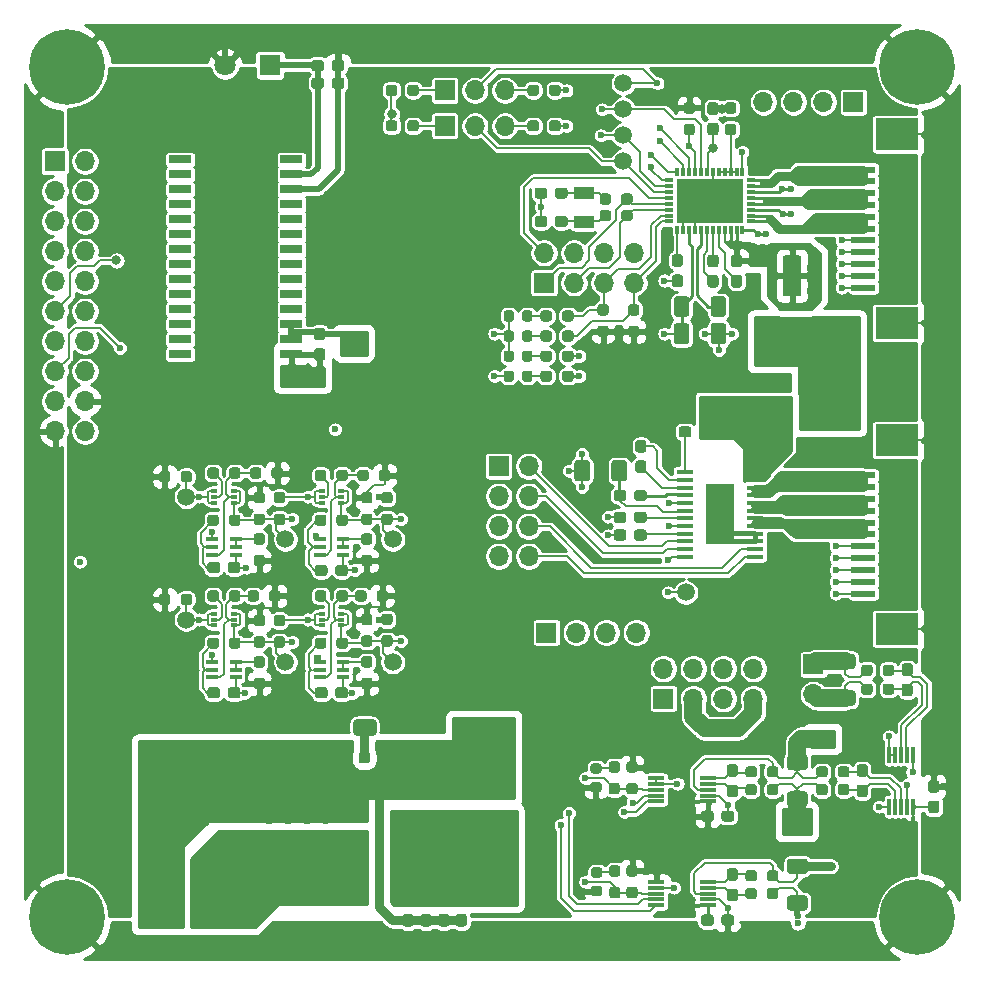
<source format=gbr>
G04 #@! TF.GenerationSoftware,KiCad,Pcbnew,(5.1.12)-1*
G04 #@! TF.CreationDate,2022-01-20T23:42:30+07:00*
G04 #@! TF.ProjectId,Driver_Board,44726976-6572-45f4-926f-6172642e6b69,v.2.0*
G04 #@! TF.SameCoordinates,Original*
G04 #@! TF.FileFunction,Copper,L1,Top*
G04 #@! TF.FilePolarity,Positive*
%FSLAX46Y46*%
G04 Gerber Fmt 4.6, Leading zero omitted, Abs format (unit mm)*
G04 Created by KiCad (PCBNEW (5.1.12)-1) date 2022-01-20 23:42:30*
%MOMM*%
%LPD*%
G01*
G04 APERTURE LIST*
G04 #@! TA.AperFunction,SMDPad,CuDef*
%ADD10R,1.475000X0.450000*%
G04 #@! TD*
G04 #@! TA.AperFunction,SMDPad,CuDef*
%ADD11R,2.400000X5.160000*%
G04 #@! TD*
G04 #@! TA.AperFunction,ComponentPad*
%ADD12O,1.700000X1.700000*%
G04 #@! TD*
G04 #@! TA.AperFunction,ComponentPad*
%ADD13R,1.700000X1.700000*%
G04 #@! TD*
G04 #@! TA.AperFunction,ComponentPad*
%ADD14C,6.400000*%
G04 #@! TD*
G04 #@! TA.AperFunction,ComponentPad*
%ADD15C,0.800000*%
G04 #@! TD*
G04 #@! TA.AperFunction,SMDPad,CuDef*
%ADD16R,0.492000X0.300000*%
G04 #@! TD*
G04 #@! TA.AperFunction,SMDPad,CuDef*
%ADD17R,1.400000X0.300000*%
G04 #@! TD*
G04 #@! TA.AperFunction,SMDPad,CuDef*
%ADD18R,0.300000X1.400000*%
G04 #@! TD*
G04 #@! TA.AperFunction,SMDPad,CuDef*
%ADD19R,0.300000X0.800000*%
G04 #@! TD*
G04 #@! TA.AperFunction,SMDPad,CuDef*
%ADD20R,0.800000X0.300000*%
G04 #@! TD*
G04 #@! TA.AperFunction,SMDPad,CuDef*
%ADD21R,5.710000X3.710000*%
G04 #@! TD*
G04 #@! TA.AperFunction,SMDPad,CuDef*
%ADD22R,1.000000X0.400000*%
G04 #@! TD*
G04 #@! TA.AperFunction,SMDPad,CuDef*
%ADD23C,1.500000*%
G04 #@! TD*
G04 #@! TA.AperFunction,SMDPad,CuDef*
%ADD24R,1.800000X1.000000*%
G04 #@! TD*
G04 #@! TA.AperFunction,SMDPad,CuDef*
%ADD25R,1.900000X2.500000*%
G04 #@! TD*
G04 #@! TA.AperFunction,SMDPad,CuDef*
%ADD26R,2.000000X0.610000*%
G04 #@! TD*
G04 #@! TA.AperFunction,SMDPad,CuDef*
%ADD27R,3.600000X2.680000*%
G04 #@! TD*
G04 #@! TA.AperFunction,SMDPad,CuDef*
%ADD28R,1.925000X0.700000*%
G04 #@! TD*
G04 #@! TA.AperFunction,ComponentPad*
%ADD29C,1.800000*%
G04 #@! TD*
G04 #@! TA.AperFunction,ComponentPad*
%ADD30R,1.800000X1.800000*%
G04 #@! TD*
G04 #@! TA.AperFunction,ViaPad*
%ADD31C,0.800000*%
G04 #@! TD*
G04 #@! TA.AperFunction,ViaPad*
%ADD32C,0.600000*%
G04 #@! TD*
G04 #@! TA.AperFunction,Conductor*
%ADD33C,0.200000*%
G04 #@! TD*
G04 #@! TA.AperFunction,Conductor*
%ADD34C,0.254000*%
G04 #@! TD*
G04 #@! TA.AperFunction,Conductor*
%ADD35C,0.508000*%
G04 #@! TD*
G04 #@! TA.AperFunction,Conductor*
%ADD36C,0.762000*%
G04 #@! TD*
G04 #@! TA.AperFunction,Conductor*
%ADD37C,0.381000*%
G04 #@! TD*
G04 #@! TA.AperFunction,Conductor*
%ADD38C,1.524000*%
G04 #@! TD*
G04 #@! TA.AperFunction,Conductor*
%ADD39C,0.100000*%
G04 #@! TD*
G04 APERTURE END LIST*
D10*
X176362000Y-98325000D03*
X176362000Y-98975000D03*
X176362000Y-99625000D03*
X176362000Y-100275000D03*
X176362000Y-100925000D03*
X176362000Y-101575000D03*
X176362000Y-102225000D03*
X176362000Y-102875000D03*
X176362000Y-103525000D03*
X176362000Y-104175000D03*
X176362000Y-104825000D03*
X176362000Y-105475000D03*
X182238000Y-105475000D03*
X182238000Y-104825000D03*
X182238000Y-104175000D03*
X182238000Y-103525000D03*
X182238000Y-102875000D03*
X182238000Y-102225000D03*
X182238000Y-101575000D03*
X182238000Y-100925000D03*
X182238000Y-100275000D03*
X182238000Y-99625000D03*
X182238000Y-98975000D03*
X182238000Y-98325000D03*
D11*
X179300000Y-101900000D03*
D12*
X172220000Y-111900000D03*
X169680000Y-111900000D03*
X167140000Y-111900000D03*
D13*
X164600000Y-111900000D03*
G04 #@! TA.AperFunction,SMDPad,CuDef*
G36*
G01*
X173100000Y-101912500D02*
X173100000Y-102387500D01*
G75*
G02*
X172862500Y-102625000I-237500J0D01*
G01*
X172262500Y-102625000D01*
G75*
G02*
X172025000Y-102387500I0J237500D01*
G01*
X172025000Y-101912500D01*
G75*
G02*
X172262500Y-101675000I237500J0D01*
G01*
X172862500Y-101675000D01*
G75*
G02*
X173100000Y-101912500I0J-237500D01*
G01*
G37*
G04 #@! TD.AperFunction*
G04 #@! TA.AperFunction,SMDPad,CuDef*
G36*
G01*
X171375000Y-101912500D02*
X171375000Y-102387500D01*
G75*
G02*
X171137500Y-102625000I-237500J0D01*
G01*
X170537500Y-102625000D01*
G75*
G02*
X170300000Y-102387500I0J237500D01*
G01*
X170300000Y-101912500D01*
G75*
G02*
X170537500Y-101675000I237500J0D01*
G01*
X171137500Y-101675000D01*
G75*
G02*
X171375000Y-101912500I0J-237500D01*
G01*
G37*
G04 #@! TD.AperFunction*
G04 #@! TA.AperFunction,SMDPad,CuDef*
G36*
G01*
X172025000Y-103887500D02*
X172025000Y-103412500D01*
G75*
G02*
X172262500Y-103175000I237500J0D01*
G01*
X172862500Y-103175000D01*
G75*
G02*
X173100000Y-103412500I0J-237500D01*
G01*
X173100000Y-103887500D01*
G75*
G02*
X172862500Y-104125000I-237500J0D01*
G01*
X172262500Y-104125000D01*
G75*
G02*
X172025000Y-103887500I0J237500D01*
G01*
G37*
G04 #@! TD.AperFunction*
G04 #@! TA.AperFunction,SMDPad,CuDef*
G36*
G01*
X170300000Y-103887500D02*
X170300000Y-103412500D01*
G75*
G02*
X170537500Y-103175000I237500J0D01*
G01*
X171137500Y-103175000D01*
G75*
G02*
X171375000Y-103412500I0J-237500D01*
G01*
X171375000Y-103887500D01*
G75*
G02*
X171137500Y-104125000I-237500J0D01*
G01*
X170537500Y-104125000D01*
G75*
G02*
X170300000Y-103887500I0J237500D01*
G01*
G37*
G04 #@! TD.AperFunction*
G04 #@! TA.AperFunction,SMDPad,CuDef*
G36*
G01*
X172362500Y-95600000D02*
X172837500Y-95600000D01*
G75*
G02*
X173075000Y-95837500I0J-237500D01*
G01*
X173075000Y-96437500D01*
G75*
G02*
X172837500Y-96675000I-237500J0D01*
G01*
X172362500Y-96675000D01*
G75*
G02*
X172125000Y-96437500I0J237500D01*
G01*
X172125000Y-95837500D01*
G75*
G02*
X172362500Y-95600000I237500J0D01*
G01*
G37*
G04 #@! TD.AperFunction*
G04 #@! TA.AperFunction,SMDPad,CuDef*
G36*
G01*
X172362500Y-97325000D02*
X172837500Y-97325000D01*
G75*
G02*
X173075000Y-97562500I0J-237500D01*
G01*
X173075000Y-98162500D01*
G75*
G02*
X172837500Y-98400000I-237500J0D01*
G01*
X172362500Y-98400000D01*
G75*
G02*
X172125000Y-98162500I0J237500D01*
G01*
X172125000Y-97562500D01*
G75*
G02*
X172362500Y-97325000I237500J0D01*
G01*
G37*
G04 #@! TD.AperFunction*
G04 #@! TA.AperFunction,SMDPad,CuDef*
G36*
G01*
X176875000Y-94662500D02*
X176875000Y-95137500D01*
G75*
G02*
X176637500Y-95375000I-237500J0D01*
G01*
X176037500Y-95375000D01*
G75*
G02*
X175800000Y-95137500I0J237500D01*
G01*
X175800000Y-94662500D01*
G75*
G02*
X176037500Y-94425000I237500J0D01*
G01*
X176637500Y-94425000D01*
G75*
G02*
X176875000Y-94662500I0J-237500D01*
G01*
G37*
G04 #@! TD.AperFunction*
G04 #@! TA.AperFunction,SMDPad,CuDef*
G36*
G01*
X178600000Y-94662500D02*
X178600000Y-95137500D01*
G75*
G02*
X178362500Y-95375000I-237500J0D01*
G01*
X177762500Y-95375000D01*
G75*
G02*
X177525000Y-95137500I0J237500D01*
G01*
X177525000Y-94662500D01*
G75*
G02*
X177762500Y-94425000I237500J0D01*
G01*
X178362500Y-94425000D01*
G75*
G02*
X178600000Y-94662500I0J-237500D01*
G01*
G37*
G04 #@! TD.AperFunction*
G04 #@! TA.AperFunction,SMDPad,CuDef*
G36*
G01*
X186350000Y-93650000D02*
X186350000Y-92550000D01*
G75*
G02*
X186600000Y-92300000I250000J0D01*
G01*
X189600000Y-92300000D01*
G75*
G02*
X189850000Y-92550000I0J-250000D01*
G01*
X189850000Y-93650000D01*
G75*
G02*
X189600000Y-93900000I-250000J0D01*
G01*
X186600000Y-93900000D01*
G75*
G02*
X186350000Y-93650000I0J250000D01*
G01*
G37*
G04 #@! TD.AperFunction*
G04 #@! TA.AperFunction,SMDPad,CuDef*
G36*
G01*
X180950000Y-93650000D02*
X180950000Y-92550000D01*
G75*
G02*
X181200000Y-92300000I250000J0D01*
G01*
X184200000Y-92300000D01*
G75*
G02*
X184450000Y-92550000I0J-250000D01*
G01*
X184450000Y-93650000D01*
G75*
G02*
X184200000Y-93900000I-250000J0D01*
G01*
X181200000Y-93900000D01*
G75*
G02*
X180950000Y-93650000I0J250000D01*
G01*
G37*
G04 #@! TD.AperFunction*
G04 #@! TA.AperFunction,SMDPad,CuDef*
G36*
G01*
X137625000Y-106637500D02*
X137625000Y-106162500D01*
G75*
G02*
X137862500Y-105925000I237500J0D01*
G01*
X138462500Y-105925000D01*
G75*
G02*
X138700000Y-106162500I0J-237500D01*
G01*
X138700000Y-106637500D01*
G75*
G02*
X138462500Y-106875000I-237500J0D01*
G01*
X137862500Y-106875000D01*
G75*
G02*
X137625000Y-106637500I0J237500D01*
G01*
G37*
G04 #@! TD.AperFunction*
G04 #@! TA.AperFunction,SMDPad,CuDef*
G36*
G01*
X135900000Y-106637500D02*
X135900000Y-106162500D01*
G75*
G02*
X136137500Y-105925000I237500J0D01*
G01*
X136737500Y-105925000D01*
G75*
G02*
X136975000Y-106162500I0J-237500D01*
G01*
X136975000Y-106637500D01*
G75*
G02*
X136737500Y-106875000I-237500J0D01*
G01*
X136137500Y-106875000D01*
G75*
G02*
X135900000Y-106637500I0J237500D01*
G01*
G37*
G04 #@! TD.AperFunction*
G04 #@! TA.AperFunction,SMDPad,CuDef*
G36*
G01*
X135900000Y-117237500D02*
X135900000Y-116762500D01*
G75*
G02*
X136137500Y-116525000I237500J0D01*
G01*
X136737500Y-116525000D01*
G75*
G02*
X136975000Y-116762500I0J-237500D01*
G01*
X136975000Y-117237500D01*
G75*
G02*
X136737500Y-117475000I-237500J0D01*
G01*
X136137500Y-117475000D01*
G75*
G02*
X135900000Y-117237500I0J237500D01*
G01*
G37*
G04 #@! TD.AperFunction*
G04 #@! TA.AperFunction,SMDPad,CuDef*
G36*
G01*
X137625000Y-117237500D02*
X137625000Y-116762500D01*
G75*
G02*
X137862500Y-116525000I237500J0D01*
G01*
X138462500Y-116525000D01*
G75*
G02*
X138700000Y-116762500I0J-237500D01*
G01*
X138700000Y-117237500D01*
G75*
G02*
X138462500Y-117475000I-237500J0D01*
G01*
X137862500Y-117475000D01*
G75*
G02*
X137625000Y-117237500I0J237500D01*
G01*
G37*
G04 #@! TD.AperFunction*
G04 #@! TA.AperFunction,SMDPad,CuDef*
G36*
G01*
X145000000Y-106887500D02*
X145000000Y-106412500D01*
G75*
G02*
X145237500Y-106175000I237500J0D01*
G01*
X145837500Y-106175000D01*
G75*
G02*
X146075000Y-106412500I0J-237500D01*
G01*
X146075000Y-106887500D01*
G75*
G02*
X145837500Y-107125000I-237500J0D01*
G01*
X145237500Y-107125000D01*
G75*
G02*
X145000000Y-106887500I0J237500D01*
G01*
G37*
G04 #@! TD.AperFunction*
G04 #@! TA.AperFunction,SMDPad,CuDef*
G36*
G01*
X146725000Y-106887500D02*
X146725000Y-106412500D01*
G75*
G02*
X146962500Y-106175000I237500J0D01*
G01*
X147562500Y-106175000D01*
G75*
G02*
X147800000Y-106412500I0J-237500D01*
G01*
X147800000Y-106887500D01*
G75*
G02*
X147562500Y-107125000I-237500J0D01*
G01*
X146962500Y-107125000D01*
G75*
G02*
X146725000Y-106887500I0J237500D01*
G01*
G37*
G04 #@! TD.AperFunction*
G04 #@! TA.AperFunction,SMDPad,CuDef*
G36*
G01*
X145000000Y-117237500D02*
X145000000Y-116762500D01*
G75*
G02*
X145237500Y-116525000I237500J0D01*
G01*
X145837500Y-116525000D01*
G75*
G02*
X146075000Y-116762500I0J-237500D01*
G01*
X146075000Y-117237500D01*
G75*
G02*
X145837500Y-117475000I-237500J0D01*
G01*
X145237500Y-117475000D01*
G75*
G02*
X145000000Y-117237500I0J237500D01*
G01*
G37*
G04 #@! TD.AperFunction*
G04 #@! TA.AperFunction,SMDPad,CuDef*
G36*
G01*
X146725000Y-117237500D02*
X146725000Y-116762500D01*
G75*
G02*
X146962500Y-116525000I237500J0D01*
G01*
X147562500Y-116525000D01*
G75*
G02*
X147800000Y-116762500I0J-237500D01*
G01*
X147800000Y-117237500D01*
G75*
G02*
X147562500Y-117475000I-237500J0D01*
G01*
X146962500Y-117475000D01*
G75*
G02*
X146725000Y-117237500I0J237500D01*
G01*
G37*
G04 #@! TD.AperFunction*
G04 #@! TA.AperFunction,SMDPad,CuDef*
G36*
G01*
X177700000Y-136487500D02*
X177700000Y-136012500D01*
G75*
G02*
X177937500Y-135775000I237500J0D01*
G01*
X178537500Y-135775000D01*
G75*
G02*
X178775000Y-136012500I0J-237500D01*
G01*
X178775000Y-136487500D01*
G75*
G02*
X178537500Y-136725000I-237500J0D01*
G01*
X177937500Y-136725000D01*
G75*
G02*
X177700000Y-136487500I0J237500D01*
G01*
G37*
G04 #@! TD.AperFunction*
G04 #@! TA.AperFunction,SMDPad,CuDef*
G36*
G01*
X179425000Y-136487500D02*
X179425000Y-136012500D01*
G75*
G02*
X179662500Y-135775000I237500J0D01*
G01*
X180262500Y-135775000D01*
G75*
G02*
X180500000Y-136012500I0J-237500D01*
G01*
X180500000Y-136487500D01*
G75*
G02*
X180262500Y-136725000I-237500J0D01*
G01*
X179662500Y-136725000D01*
G75*
G02*
X179425000Y-136487500I0J237500D01*
G01*
G37*
G04 #@! TD.AperFunction*
G04 #@! TA.AperFunction,SMDPad,CuDef*
G36*
G01*
X179425000Y-127687500D02*
X179425000Y-127212500D01*
G75*
G02*
X179662500Y-126975000I237500J0D01*
G01*
X180262500Y-126975000D01*
G75*
G02*
X180500000Y-127212500I0J-237500D01*
G01*
X180500000Y-127687500D01*
G75*
G02*
X180262500Y-127925000I-237500J0D01*
G01*
X179662500Y-127925000D01*
G75*
G02*
X179425000Y-127687500I0J237500D01*
G01*
G37*
G04 #@! TD.AperFunction*
G04 #@! TA.AperFunction,SMDPad,CuDef*
G36*
G01*
X177700000Y-127687500D02*
X177700000Y-127212500D01*
G75*
G02*
X177937500Y-126975000I237500J0D01*
G01*
X178537500Y-126975000D01*
G75*
G02*
X178775000Y-127212500I0J-237500D01*
G01*
X178775000Y-127687500D01*
G75*
G02*
X178537500Y-127925000I-237500J0D01*
G01*
X177937500Y-127925000D01*
G75*
G02*
X177700000Y-127687500I0J237500D01*
G01*
G37*
G04 #@! TD.AperFunction*
G04 #@! TA.AperFunction,SMDPad,CuDef*
G36*
G01*
X180112500Y-133575000D02*
X180587500Y-133575000D01*
G75*
G02*
X180825000Y-133812500I0J-237500D01*
G01*
X180825000Y-134412500D01*
G75*
G02*
X180587500Y-134650000I-237500J0D01*
G01*
X180112500Y-134650000D01*
G75*
G02*
X179875000Y-134412500I0J237500D01*
G01*
X179875000Y-133812500D01*
G75*
G02*
X180112500Y-133575000I237500J0D01*
G01*
G37*
G04 #@! TD.AperFunction*
G04 #@! TA.AperFunction,SMDPad,CuDef*
G36*
G01*
X180112500Y-131850000D02*
X180587500Y-131850000D01*
G75*
G02*
X180825000Y-132087500I0J-237500D01*
G01*
X180825000Y-132687500D01*
G75*
G02*
X180587500Y-132925000I-237500J0D01*
G01*
X180112500Y-132925000D01*
G75*
G02*
X179875000Y-132687500I0J237500D01*
G01*
X179875000Y-132087500D01*
G75*
G02*
X180112500Y-131850000I237500J0D01*
G01*
G37*
G04 #@! TD.AperFunction*
G04 #@! TA.AperFunction,SMDPad,CuDef*
G36*
G01*
X180112500Y-123050000D02*
X180587500Y-123050000D01*
G75*
G02*
X180825000Y-123287500I0J-237500D01*
G01*
X180825000Y-123887500D01*
G75*
G02*
X180587500Y-124125000I-237500J0D01*
G01*
X180112500Y-124125000D01*
G75*
G02*
X179875000Y-123887500I0J237500D01*
G01*
X179875000Y-123287500D01*
G75*
G02*
X180112500Y-123050000I237500J0D01*
G01*
G37*
G04 #@! TD.AperFunction*
G04 #@! TA.AperFunction,SMDPad,CuDef*
G36*
G01*
X180112500Y-124775000D02*
X180587500Y-124775000D01*
G75*
G02*
X180825000Y-125012500I0J-237500D01*
G01*
X180825000Y-125612500D01*
G75*
G02*
X180587500Y-125850000I-237500J0D01*
G01*
X180112500Y-125850000D01*
G75*
G02*
X179875000Y-125612500I0J237500D01*
G01*
X179875000Y-125012500D01*
G75*
G02*
X180112500Y-124775000I237500J0D01*
G01*
G37*
G04 #@! TD.AperFunction*
G04 #@! TA.AperFunction,SMDPad,CuDef*
G36*
G01*
X191112500Y-123050000D02*
X191587500Y-123050000D01*
G75*
G02*
X191825000Y-123287500I0J-237500D01*
G01*
X191825000Y-123887500D01*
G75*
G02*
X191587500Y-124125000I-237500J0D01*
G01*
X191112500Y-124125000D01*
G75*
G02*
X190875000Y-123887500I0J237500D01*
G01*
X190875000Y-123287500D01*
G75*
G02*
X191112500Y-123050000I237500J0D01*
G01*
G37*
G04 #@! TD.AperFunction*
G04 #@! TA.AperFunction,SMDPad,CuDef*
G36*
G01*
X191112500Y-124775000D02*
X191587500Y-124775000D01*
G75*
G02*
X191825000Y-125012500I0J-237500D01*
G01*
X191825000Y-125612500D01*
G75*
G02*
X191587500Y-125850000I-237500J0D01*
G01*
X191112500Y-125850000D01*
G75*
G02*
X190875000Y-125612500I0J237500D01*
G01*
X190875000Y-125012500D01*
G75*
G02*
X191112500Y-124775000I237500J0D01*
G01*
G37*
G04 #@! TD.AperFunction*
G04 #@! TA.AperFunction,SMDPad,CuDef*
G36*
G01*
X195387500Y-115575000D02*
X194912500Y-115575000D01*
G75*
G02*
X194675000Y-115337500I0J237500D01*
G01*
X194675000Y-114737500D01*
G75*
G02*
X194912500Y-114500000I237500J0D01*
G01*
X195387500Y-114500000D01*
G75*
G02*
X195625000Y-114737500I0J-237500D01*
G01*
X195625000Y-115337500D01*
G75*
G02*
X195387500Y-115575000I-237500J0D01*
G01*
G37*
G04 #@! TD.AperFunction*
G04 #@! TA.AperFunction,SMDPad,CuDef*
G36*
G01*
X195387500Y-117300000D02*
X194912500Y-117300000D01*
G75*
G02*
X194675000Y-117062500I0J237500D01*
G01*
X194675000Y-116462500D01*
G75*
G02*
X194912500Y-116225000I237500J0D01*
G01*
X195387500Y-116225000D01*
G75*
G02*
X195625000Y-116462500I0J-237500D01*
G01*
X195625000Y-117062500D01*
G75*
G02*
X195387500Y-117300000I-237500J0D01*
G01*
G37*
G04 #@! TD.AperFunction*
G04 #@! TA.AperFunction,SMDPad,CuDef*
G36*
G01*
X197637500Y-127200000D02*
X197162500Y-127200000D01*
G75*
G02*
X196925000Y-126962500I0J237500D01*
G01*
X196925000Y-126362500D01*
G75*
G02*
X197162500Y-126125000I237500J0D01*
G01*
X197637500Y-126125000D01*
G75*
G02*
X197875000Y-126362500I0J-237500D01*
G01*
X197875000Y-126962500D01*
G75*
G02*
X197637500Y-127200000I-237500J0D01*
G01*
G37*
G04 #@! TD.AperFunction*
G04 #@! TA.AperFunction,SMDPad,CuDef*
G36*
G01*
X197637500Y-125475000D02*
X197162500Y-125475000D01*
G75*
G02*
X196925000Y-125237500I0J237500D01*
G01*
X196925000Y-124637500D01*
G75*
G02*
X197162500Y-124400000I237500J0D01*
G01*
X197637500Y-124400000D01*
G75*
G02*
X197875000Y-124637500I0J-237500D01*
G01*
X197875000Y-125237500D01*
G75*
G02*
X197637500Y-125475000I-237500J0D01*
G01*
G37*
G04 #@! TD.AperFunction*
G04 #@! TA.AperFunction,SMDPad,CuDef*
G36*
G01*
X175462500Y-81587500D02*
X175937500Y-81587500D01*
G75*
G02*
X176175000Y-81825000I0J-237500D01*
G01*
X176175000Y-82425000D01*
G75*
G02*
X175937500Y-82662500I-237500J0D01*
G01*
X175462500Y-82662500D01*
G75*
G02*
X175225000Y-82425000I0J237500D01*
G01*
X175225000Y-81825000D01*
G75*
G02*
X175462500Y-81587500I237500J0D01*
G01*
G37*
G04 #@! TD.AperFunction*
G04 #@! TA.AperFunction,SMDPad,CuDef*
G36*
G01*
X175462500Y-79862500D02*
X175937500Y-79862500D01*
G75*
G02*
X176175000Y-80100000I0J-237500D01*
G01*
X176175000Y-80700000D01*
G75*
G02*
X175937500Y-80937500I-237500J0D01*
G01*
X175462500Y-80937500D01*
G75*
G02*
X175225000Y-80700000I0J237500D01*
G01*
X175225000Y-80100000D01*
G75*
G02*
X175462500Y-79862500I237500J0D01*
G01*
G37*
G04 #@! TD.AperFunction*
G04 #@! TA.AperFunction,SMDPad,CuDef*
G36*
G01*
X180937500Y-82700000D02*
X180462500Y-82700000D01*
G75*
G02*
X180225000Y-82462500I0J237500D01*
G01*
X180225000Y-81862500D01*
G75*
G02*
X180462500Y-81625000I237500J0D01*
G01*
X180937500Y-81625000D01*
G75*
G02*
X181175000Y-81862500I0J-237500D01*
G01*
X181175000Y-82462500D01*
G75*
G02*
X180937500Y-82700000I-237500J0D01*
G01*
G37*
G04 #@! TD.AperFunction*
G04 #@! TA.AperFunction,SMDPad,CuDef*
G36*
G01*
X180937500Y-80975000D02*
X180462500Y-80975000D01*
G75*
G02*
X180225000Y-80737500I0J237500D01*
G01*
X180225000Y-80137500D01*
G75*
G02*
X180462500Y-79900000I237500J0D01*
G01*
X180937500Y-79900000D01*
G75*
G02*
X181175000Y-80137500I0J-237500D01*
G01*
X181175000Y-80737500D01*
G75*
G02*
X180937500Y-80975000I-237500J0D01*
G01*
G37*
G04 #@! TD.AperFunction*
G04 #@! TA.AperFunction,SMDPad,CuDef*
G36*
G01*
X178937500Y-82700000D02*
X178462500Y-82700000D01*
G75*
G02*
X178225000Y-82462500I0J237500D01*
G01*
X178225000Y-81862500D01*
G75*
G02*
X178462500Y-81625000I237500J0D01*
G01*
X178937500Y-81625000D01*
G75*
G02*
X179175000Y-81862500I0J-237500D01*
G01*
X179175000Y-82462500D01*
G75*
G02*
X178937500Y-82700000I-237500J0D01*
G01*
G37*
G04 #@! TD.AperFunction*
G04 #@! TA.AperFunction,SMDPad,CuDef*
G36*
G01*
X178937500Y-80975000D02*
X178462500Y-80975000D01*
G75*
G02*
X178225000Y-80737500I0J237500D01*
G01*
X178225000Y-80137500D01*
G75*
G02*
X178462500Y-79900000I237500J0D01*
G01*
X178937500Y-79900000D01*
G75*
G02*
X179175000Y-80137500I0J-237500D01*
G01*
X179175000Y-80737500D01*
G75*
G02*
X178937500Y-80975000I-237500J0D01*
G01*
G37*
G04 #@! TD.AperFunction*
G04 #@! TA.AperFunction,SMDPad,CuDef*
G36*
G01*
X178937500Y-69800000D02*
X178462500Y-69800000D01*
G75*
G02*
X178225000Y-69562500I0J237500D01*
G01*
X178225000Y-68962500D01*
G75*
G02*
X178462500Y-68725000I237500J0D01*
G01*
X178937500Y-68725000D01*
G75*
G02*
X179175000Y-68962500I0J-237500D01*
G01*
X179175000Y-69562500D01*
G75*
G02*
X178937500Y-69800000I-237500J0D01*
G01*
G37*
G04 #@! TD.AperFunction*
G04 #@! TA.AperFunction,SMDPad,CuDef*
G36*
G01*
X178937500Y-68075000D02*
X178462500Y-68075000D01*
G75*
G02*
X178225000Y-67837500I0J237500D01*
G01*
X178225000Y-67237500D01*
G75*
G02*
X178462500Y-67000000I237500J0D01*
G01*
X178937500Y-67000000D01*
G75*
G02*
X179175000Y-67237500I0J-237500D01*
G01*
X179175000Y-67837500D01*
G75*
G02*
X178937500Y-68075000I-237500J0D01*
G01*
G37*
G04 #@! TD.AperFunction*
G04 #@! TA.AperFunction,SMDPad,CuDef*
G36*
G01*
X164675000Y-74462500D02*
X164675000Y-74937500D01*
G75*
G02*
X164437500Y-75175000I-237500J0D01*
G01*
X163837500Y-75175000D01*
G75*
G02*
X163600000Y-74937500I0J237500D01*
G01*
X163600000Y-74462500D01*
G75*
G02*
X163837500Y-74225000I237500J0D01*
G01*
X164437500Y-74225000D01*
G75*
G02*
X164675000Y-74462500I0J-237500D01*
G01*
G37*
G04 #@! TD.AperFunction*
G04 #@! TA.AperFunction,SMDPad,CuDef*
G36*
G01*
X166400000Y-74462500D02*
X166400000Y-74937500D01*
G75*
G02*
X166162500Y-75175000I-237500J0D01*
G01*
X165562500Y-75175000D01*
G75*
G02*
X165325000Y-74937500I0J237500D01*
G01*
X165325000Y-74462500D01*
G75*
G02*
X165562500Y-74225000I237500J0D01*
G01*
X166162500Y-74225000D01*
G75*
G02*
X166400000Y-74462500I0J-237500D01*
G01*
G37*
G04 #@! TD.AperFunction*
G04 #@! TA.AperFunction,SMDPad,CuDef*
G36*
G01*
X164675000Y-76862500D02*
X164675000Y-77337500D01*
G75*
G02*
X164437500Y-77575000I-237500J0D01*
G01*
X163837500Y-77575000D01*
G75*
G02*
X163600000Y-77337500I0J237500D01*
G01*
X163600000Y-76862500D01*
G75*
G02*
X163837500Y-76625000I237500J0D01*
G01*
X164437500Y-76625000D01*
G75*
G02*
X164675000Y-76862500I0J-237500D01*
G01*
G37*
G04 #@! TD.AperFunction*
G04 #@! TA.AperFunction,SMDPad,CuDef*
G36*
G01*
X166400000Y-76862500D02*
X166400000Y-77337500D01*
G75*
G02*
X166162500Y-77575000I-237500J0D01*
G01*
X165562500Y-77575000D01*
G75*
G02*
X165325000Y-77337500I0J237500D01*
G01*
X165325000Y-76862500D01*
G75*
G02*
X165562500Y-76625000I237500J0D01*
G01*
X166162500Y-76625000D01*
G75*
G02*
X166400000Y-76862500I0J-237500D01*
G01*
G37*
G04 #@! TD.AperFunction*
G04 #@! TA.AperFunction,SMDPad,CuDef*
G36*
G01*
X141337500Y-129800000D02*
X140862500Y-129800000D01*
G75*
G02*
X140625000Y-129562500I0J237500D01*
G01*
X140625000Y-128962500D01*
G75*
G02*
X140862500Y-128725000I237500J0D01*
G01*
X141337500Y-128725000D01*
G75*
G02*
X141575000Y-128962500I0J-237500D01*
G01*
X141575000Y-129562500D01*
G75*
G02*
X141337500Y-129800000I-237500J0D01*
G01*
G37*
G04 #@! TD.AperFunction*
G04 #@! TA.AperFunction,SMDPad,CuDef*
G36*
G01*
X141337500Y-128075000D02*
X140862500Y-128075000D01*
G75*
G02*
X140625000Y-127837500I0J237500D01*
G01*
X140625000Y-127237500D01*
G75*
G02*
X140862500Y-127000000I237500J0D01*
G01*
X141337500Y-127000000D01*
G75*
G02*
X141575000Y-127237500I0J-237500D01*
G01*
X141575000Y-127837500D01*
G75*
G02*
X141337500Y-128075000I-237500J0D01*
G01*
G37*
G04 #@! TD.AperFunction*
G04 #@! TA.AperFunction,SMDPad,CuDef*
G36*
G01*
X142937500Y-128075000D02*
X142462500Y-128075000D01*
G75*
G02*
X142225000Y-127837500I0J237500D01*
G01*
X142225000Y-127237500D01*
G75*
G02*
X142462500Y-127000000I237500J0D01*
G01*
X142937500Y-127000000D01*
G75*
G02*
X143175000Y-127237500I0J-237500D01*
G01*
X143175000Y-127837500D01*
G75*
G02*
X142937500Y-128075000I-237500J0D01*
G01*
G37*
G04 #@! TD.AperFunction*
G04 #@! TA.AperFunction,SMDPad,CuDef*
G36*
G01*
X142937500Y-129800000D02*
X142462500Y-129800000D01*
G75*
G02*
X142225000Y-129562500I0J237500D01*
G01*
X142225000Y-128962500D01*
G75*
G02*
X142462500Y-128725000I237500J0D01*
G01*
X142937500Y-128725000D01*
G75*
G02*
X143175000Y-128962500I0J-237500D01*
G01*
X143175000Y-129562500D01*
G75*
G02*
X142937500Y-129800000I-237500J0D01*
G01*
G37*
G04 #@! TD.AperFunction*
G04 #@! TA.AperFunction,SMDPad,CuDef*
G36*
G01*
X146137500Y-129800000D02*
X145662500Y-129800000D01*
G75*
G02*
X145425000Y-129562500I0J237500D01*
G01*
X145425000Y-128962500D01*
G75*
G02*
X145662500Y-128725000I237500J0D01*
G01*
X146137500Y-128725000D01*
G75*
G02*
X146375000Y-128962500I0J-237500D01*
G01*
X146375000Y-129562500D01*
G75*
G02*
X146137500Y-129800000I-237500J0D01*
G01*
G37*
G04 #@! TD.AperFunction*
G04 #@! TA.AperFunction,SMDPad,CuDef*
G36*
G01*
X146137500Y-128075000D02*
X145662500Y-128075000D01*
G75*
G02*
X145425000Y-127837500I0J237500D01*
G01*
X145425000Y-127237500D01*
G75*
G02*
X145662500Y-127000000I237500J0D01*
G01*
X146137500Y-127000000D01*
G75*
G02*
X146375000Y-127237500I0J-237500D01*
G01*
X146375000Y-127837500D01*
G75*
G02*
X146137500Y-128075000I-237500J0D01*
G01*
G37*
G04 #@! TD.AperFunction*
G04 #@! TA.AperFunction,SMDPad,CuDef*
G36*
G01*
X144537500Y-128075000D02*
X144062500Y-128075000D01*
G75*
G02*
X143825000Y-127837500I0J237500D01*
G01*
X143825000Y-127237500D01*
G75*
G02*
X144062500Y-127000000I237500J0D01*
G01*
X144537500Y-127000000D01*
G75*
G02*
X144775000Y-127237500I0J-237500D01*
G01*
X144775000Y-127837500D01*
G75*
G02*
X144537500Y-128075000I-237500J0D01*
G01*
G37*
G04 #@! TD.AperFunction*
G04 #@! TA.AperFunction,SMDPad,CuDef*
G36*
G01*
X144537500Y-129800000D02*
X144062500Y-129800000D01*
G75*
G02*
X143825000Y-129562500I0J237500D01*
G01*
X143825000Y-128962500D01*
G75*
G02*
X144062500Y-128725000I237500J0D01*
G01*
X144537500Y-128725000D01*
G75*
G02*
X144775000Y-128962500I0J-237500D01*
G01*
X144775000Y-129562500D01*
G75*
G02*
X144537500Y-129800000I-237500J0D01*
G01*
G37*
G04 #@! TD.AperFunction*
G04 #@! TA.AperFunction,SMDPad,CuDef*
G36*
G01*
X154162500Y-135725000D02*
X154637500Y-135725000D01*
G75*
G02*
X154875000Y-135962500I0J-237500D01*
G01*
X154875000Y-136562500D01*
G75*
G02*
X154637500Y-136800000I-237500J0D01*
G01*
X154162500Y-136800000D01*
G75*
G02*
X153925000Y-136562500I0J237500D01*
G01*
X153925000Y-135962500D01*
G75*
G02*
X154162500Y-135725000I237500J0D01*
G01*
G37*
G04 #@! TD.AperFunction*
G04 #@! TA.AperFunction,SMDPad,CuDef*
G36*
G01*
X154162500Y-134000000D02*
X154637500Y-134000000D01*
G75*
G02*
X154875000Y-134237500I0J-237500D01*
G01*
X154875000Y-134837500D01*
G75*
G02*
X154637500Y-135075000I-237500J0D01*
G01*
X154162500Y-135075000D01*
G75*
G02*
X153925000Y-134837500I0J237500D01*
G01*
X153925000Y-134237500D01*
G75*
G02*
X154162500Y-134000000I237500J0D01*
G01*
G37*
G04 #@! TD.AperFunction*
G04 #@! TA.AperFunction,SMDPad,CuDef*
G36*
G01*
X152662500Y-134000000D02*
X153137500Y-134000000D01*
G75*
G02*
X153375000Y-134237500I0J-237500D01*
G01*
X153375000Y-134837500D01*
G75*
G02*
X153137500Y-135075000I-237500J0D01*
G01*
X152662500Y-135075000D01*
G75*
G02*
X152425000Y-134837500I0J237500D01*
G01*
X152425000Y-134237500D01*
G75*
G02*
X152662500Y-134000000I237500J0D01*
G01*
G37*
G04 #@! TD.AperFunction*
G04 #@! TA.AperFunction,SMDPad,CuDef*
G36*
G01*
X152662500Y-135725000D02*
X153137500Y-135725000D01*
G75*
G02*
X153375000Y-135962500I0J-237500D01*
G01*
X153375000Y-136562500D01*
G75*
G02*
X153137500Y-136800000I-237500J0D01*
G01*
X152662500Y-136800000D01*
G75*
G02*
X152425000Y-136562500I0J237500D01*
G01*
X152425000Y-135962500D01*
G75*
G02*
X152662500Y-135725000I237500J0D01*
G01*
G37*
G04 #@! TD.AperFunction*
G04 #@! TA.AperFunction,SMDPad,CuDef*
G36*
G01*
X155662500Y-135725000D02*
X156137500Y-135725000D01*
G75*
G02*
X156375000Y-135962500I0J-237500D01*
G01*
X156375000Y-136562500D01*
G75*
G02*
X156137500Y-136800000I-237500J0D01*
G01*
X155662500Y-136800000D01*
G75*
G02*
X155425000Y-136562500I0J237500D01*
G01*
X155425000Y-135962500D01*
G75*
G02*
X155662500Y-135725000I237500J0D01*
G01*
G37*
G04 #@! TD.AperFunction*
G04 #@! TA.AperFunction,SMDPad,CuDef*
G36*
G01*
X155662500Y-134000000D02*
X156137500Y-134000000D01*
G75*
G02*
X156375000Y-134237500I0J-237500D01*
G01*
X156375000Y-134837500D01*
G75*
G02*
X156137500Y-135075000I-237500J0D01*
G01*
X155662500Y-135075000D01*
G75*
G02*
X155425000Y-134837500I0J237500D01*
G01*
X155425000Y-134237500D01*
G75*
G02*
X155662500Y-134000000I237500J0D01*
G01*
G37*
G04 #@! TD.AperFunction*
G04 #@! TA.AperFunction,SMDPad,CuDef*
G36*
G01*
X157162500Y-135725000D02*
X157637500Y-135725000D01*
G75*
G02*
X157875000Y-135962500I0J-237500D01*
G01*
X157875000Y-136562500D01*
G75*
G02*
X157637500Y-136800000I-237500J0D01*
G01*
X157162500Y-136800000D01*
G75*
G02*
X156925000Y-136562500I0J237500D01*
G01*
X156925000Y-135962500D01*
G75*
G02*
X157162500Y-135725000I237500J0D01*
G01*
G37*
G04 #@! TD.AperFunction*
G04 #@! TA.AperFunction,SMDPad,CuDef*
G36*
G01*
X157162500Y-134000000D02*
X157637500Y-134000000D01*
G75*
G02*
X157875000Y-134237500I0J-237500D01*
G01*
X157875000Y-134837500D01*
G75*
G02*
X157637500Y-135075000I-237500J0D01*
G01*
X157162500Y-135075000D01*
G75*
G02*
X156925000Y-134837500I0J237500D01*
G01*
X156925000Y-134237500D01*
G75*
G02*
X157162500Y-134000000I237500J0D01*
G01*
G37*
G04 #@! TD.AperFunction*
G04 #@! TA.AperFunction,SMDPad,CuDef*
G36*
G01*
X169056250Y-125425000D02*
X168543750Y-125425000D01*
G75*
G02*
X168325000Y-125206250I0J218750D01*
G01*
X168325000Y-124768750D01*
G75*
G02*
X168543750Y-124550000I218750J0D01*
G01*
X169056250Y-124550000D01*
G75*
G02*
X169275000Y-124768750I0J-218750D01*
G01*
X169275000Y-125206250D01*
G75*
G02*
X169056250Y-125425000I-218750J0D01*
G01*
G37*
G04 #@! TD.AperFunction*
G04 #@! TA.AperFunction,SMDPad,CuDef*
G36*
G01*
X169056250Y-123850000D02*
X168543750Y-123850000D01*
G75*
G02*
X168325000Y-123631250I0J218750D01*
G01*
X168325000Y-123193750D01*
G75*
G02*
X168543750Y-122975000I218750J0D01*
G01*
X169056250Y-122975000D01*
G75*
G02*
X169275000Y-123193750I0J-218750D01*
G01*
X169275000Y-123631250D01*
G75*
G02*
X169056250Y-123850000I-218750J0D01*
G01*
G37*
G04 #@! TD.AperFunction*
G04 #@! TA.AperFunction,SMDPad,CuDef*
G36*
G01*
X169106250Y-134225000D02*
X168593750Y-134225000D01*
G75*
G02*
X168375000Y-134006250I0J218750D01*
G01*
X168375000Y-133568750D01*
G75*
G02*
X168593750Y-133350000I218750J0D01*
G01*
X169106250Y-133350000D01*
G75*
G02*
X169325000Y-133568750I0J-218750D01*
G01*
X169325000Y-134006250D01*
G75*
G02*
X169106250Y-134225000I-218750J0D01*
G01*
G37*
G04 #@! TD.AperFunction*
G04 #@! TA.AperFunction,SMDPad,CuDef*
G36*
G01*
X169106250Y-132650000D02*
X168593750Y-132650000D01*
G75*
G02*
X168375000Y-132431250I0J218750D01*
G01*
X168375000Y-131993750D01*
G75*
G02*
X168593750Y-131775000I218750J0D01*
G01*
X169106250Y-131775000D01*
G75*
G02*
X169325000Y-131993750I0J-218750D01*
G01*
X169325000Y-132431250D01*
G75*
G02*
X169106250Y-132650000I-218750J0D01*
G01*
G37*
G04 #@! TD.AperFunction*
G04 #@! TA.AperFunction,SMDPad,CuDef*
G36*
G01*
X161850000Y-88243750D02*
X161850000Y-88756250D01*
G75*
G02*
X161631250Y-88975000I-218750J0D01*
G01*
X161193750Y-88975000D01*
G75*
G02*
X160975000Y-88756250I0J218750D01*
G01*
X160975000Y-88243750D01*
G75*
G02*
X161193750Y-88025000I218750J0D01*
G01*
X161631250Y-88025000D01*
G75*
G02*
X161850000Y-88243750I0J-218750D01*
G01*
G37*
G04 #@! TD.AperFunction*
G04 #@! TA.AperFunction,SMDPad,CuDef*
G36*
G01*
X163425000Y-88243750D02*
X163425000Y-88756250D01*
G75*
G02*
X163206250Y-88975000I-218750J0D01*
G01*
X162768750Y-88975000D01*
G75*
G02*
X162550000Y-88756250I0J218750D01*
G01*
X162550000Y-88243750D01*
G75*
G02*
X162768750Y-88025000I218750J0D01*
G01*
X163206250Y-88025000D01*
G75*
G02*
X163425000Y-88243750I0J-218750D01*
G01*
G37*
G04 #@! TD.AperFunction*
G04 #@! TA.AperFunction,SMDPad,CuDef*
G36*
G01*
X161850000Y-84843750D02*
X161850000Y-85356250D01*
G75*
G02*
X161631250Y-85575000I-218750J0D01*
G01*
X161193750Y-85575000D01*
G75*
G02*
X160975000Y-85356250I0J218750D01*
G01*
X160975000Y-84843750D01*
G75*
G02*
X161193750Y-84625000I218750J0D01*
G01*
X161631250Y-84625000D01*
G75*
G02*
X161850000Y-84843750I0J-218750D01*
G01*
G37*
G04 #@! TD.AperFunction*
G04 #@! TA.AperFunction,SMDPad,CuDef*
G36*
G01*
X163425000Y-84843750D02*
X163425000Y-85356250D01*
G75*
G02*
X163206250Y-85575000I-218750J0D01*
G01*
X162768750Y-85575000D01*
G75*
G02*
X162550000Y-85356250I0J218750D01*
G01*
X162550000Y-84843750D01*
G75*
G02*
X162768750Y-84625000I218750J0D01*
G01*
X163206250Y-84625000D01*
G75*
G02*
X163425000Y-84843750I0J-218750D01*
G01*
G37*
G04 #@! TD.AperFunction*
G04 #@! TA.AperFunction,SMDPad,CuDef*
G36*
G01*
X163425000Y-86543750D02*
X163425000Y-87056250D01*
G75*
G02*
X163206250Y-87275000I-218750J0D01*
G01*
X162768750Y-87275000D01*
G75*
G02*
X162550000Y-87056250I0J218750D01*
G01*
X162550000Y-86543750D01*
G75*
G02*
X162768750Y-86325000I218750J0D01*
G01*
X163206250Y-86325000D01*
G75*
G02*
X163425000Y-86543750I0J-218750D01*
G01*
G37*
G04 #@! TD.AperFunction*
G04 #@! TA.AperFunction,SMDPad,CuDef*
G36*
G01*
X161850000Y-86543750D02*
X161850000Y-87056250D01*
G75*
G02*
X161631250Y-87275000I-218750J0D01*
G01*
X161193750Y-87275000D01*
G75*
G02*
X160975000Y-87056250I0J218750D01*
G01*
X160975000Y-86543750D01*
G75*
G02*
X161193750Y-86325000I218750J0D01*
G01*
X161631250Y-86325000D01*
G75*
G02*
X161850000Y-86543750I0J-218750D01*
G01*
G37*
G04 #@! TD.AperFunction*
G04 #@! TA.AperFunction,SMDPad,CuDef*
G36*
G01*
X161850000Y-89943750D02*
X161850000Y-90456250D01*
G75*
G02*
X161631250Y-90675000I-218750J0D01*
G01*
X161193750Y-90675000D01*
G75*
G02*
X160975000Y-90456250I0J218750D01*
G01*
X160975000Y-89943750D01*
G75*
G02*
X161193750Y-89725000I218750J0D01*
G01*
X161631250Y-89725000D01*
G75*
G02*
X161850000Y-89943750I0J-218750D01*
G01*
G37*
G04 #@! TD.AperFunction*
G04 #@! TA.AperFunction,SMDPad,CuDef*
G36*
G01*
X163425000Y-89943750D02*
X163425000Y-90456250D01*
G75*
G02*
X163206250Y-90675000I-218750J0D01*
G01*
X162768750Y-90675000D01*
G75*
G02*
X162550000Y-90456250I0J218750D01*
G01*
X162550000Y-89943750D01*
G75*
G02*
X162768750Y-89725000I218750J0D01*
G01*
X163206250Y-89725000D01*
G75*
G02*
X163425000Y-89943750I0J-218750D01*
G01*
G37*
G04 #@! TD.AperFunction*
D14*
X124000000Y-64000000D03*
D15*
X126400000Y-64000000D03*
X125697056Y-65697056D03*
X124000000Y-66400000D03*
X122302944Y-65697056D03*
X121600000Y-64000000D03*
X122302944Y-62302944D03*
X124000000Y-61600000D03*
X125697056Y-62302944D03*
X197697056Y-62302944D03*
X196000000Y-61600000D03*
X194302944Y-62302944D03*
X193600000Y-64000000D03*
X194302944Y-65697056D03*
X196000000Y-66400000D03*
X197697056Y-65697056D03*
X198400000Y-64000000D03*
D14*
X196000000Y-64000000D03*
X196000000Y-136000000D03*
D15*
X198400000Y-136000000D03*
X197697056Y-137697056D03*
X196000000Y-138400000D03*
X194302944Y-137697056D03*
X193600000Y-136000000D03*
X194302944Y-134302944D03*
X196000000Y-133600000D03*
X197697056Y-134302944D03*
X125697056Y-134302944D03*
X124000000Y-133600000D03*
X122302944Y-134302944D03*
X121600000Y-136000000D03*
X122302944Y-137697056D03*
X124000000Y-138400000D03*
X125697056Y-137697056D03*
X126400000Y-136000000D03*
D14*
X124000000Y-136000000D03*
D16*
X138134000Y-99900000D03*
X138134000Y-100400000D03*
X138134000Y-100900000D03*
X136466000Y-100900000D03*
X136466000Y-100400000D03*
X136466000Y-99900000D03*
X136466000Y-110300000D03*
X136466000Y-110800000D03*
X136466000Y-111300000D03*
X138134000Y-111300000D03*
X138134000Y-110800000D03*
X138134000Y-110300000D03*
X145566000Y-99900000D03*
X145566000Y-100400000D03*
X145566000Y-100900000D03*
X147234000Y-100900000D03*
X147234000Y-100400000D03*
X147234000Y-99900000D03*
X147234000Y-110300000D03*
X147234000Y-110800000D03*
X147234000Y-111300000D03*
X145566000Y-111300000D03*
X145566000Y-110800000D03*
X145566000Y-110300000D03*
D17*
X173900000Y-133000000D03*
X173900000Y-133500000D03*
X173900000Y-134000000D03*
X173900000Y-134500000D03*
X173900000Y-135000000D03*
X178300000Y-135000000D03*
X178300000Y-134500000D03*
X178300000Y-134000000D03*
X178300000Y-133500000D03*
X178300000Y-133000000D03*
X178300000Y-124200000D03*
X178300000Y-124700000D03*
X178300000Y-125200000D03*
X178300000Y-125700000D03*
X178300000Y-126200000D03*
X173900000Y-126200000D03*
X173900000Y-125700000D03*
X173900000Y-125200000D03*
X173900000Y-124700000D03*
X173900000Y-124200000D03*
D18*
X195600000Y-122250000D03*
X195100000Y-122250000D03*
X194600000Y-122250000D03*
X194100000Y-122250000D03*
X193600000Y-122250000D03*
X193600000Y-126650000D03*
X194100000Y-126650000D03*
X194600000Y-126650000D03*
X195100000Y-126650000D03*
X195600000Y-126650000D03*
D19*
X175700000Y-77800000D03*
X176200000Y-77800000D03*
X176700000Y-77800000D03*
X177200000Y-77800000D03*
X177700000Y-77800000D03*
X178200000Y-77800000D03*
X178700000Y-77800000D03*
X179200000Y-77800000D03*
X179700000Y-77800000D03*
X180200000Y-77800000D03*
X180700000Y-77800000D03*
X181200000Y-77800000D03*
D20*
X181900000Y-77100000D03*
X181900000Y-76600000D03*
X181900000Y-76100000D03*
X181900000Y-75600000D03*
X181900000Y-75100000D03*
X181900000Y-74600000D03*
X181900000Y-74100000D03*
X181900000Y-73600000D03*
D19*
X181200000Y-72900000D03*
X180700000Y-72900000D03*
X180200000Y-72900000D03*
X179700000Y-72900000D03*
X179200000Y-72900000D03*
X178700000Y-72900000D03*
X178200000Y-72900000D03*
X177700000Y-72900000D03*
X177200000Y-72900000D03*
X176700000Y-72900000D03*
X176200000Y-72900000D03*
X175700000Y-72900000D03*
D20*
X175000000Y-73600000D03*
X175000000Y-74100000D03*
X175000000Y-74600000D03*
X175000000Y-75100000D03*
X175000000Y-75600000D03*
X175000000Y-76100000D03*
X175000000Y-76600000D03*
X175000000Y-77100000D03*
D21*
X178450000Y-75350000D03*
D13*
X123000000Y-72000000D03*
D12*
X125540000Y-72000000D03*
X123000000Y-74540000D03*
X125540000Y-74540000D03*
X123000000Y-77080000D03*
X125540000Y-77080000D03*
X123000000Y-79620000D03*
X125540000Y-79620000D03*
X123000000Y-82160000D03*
X125540000Y-82160000D03*
X123000000Y-84700000D03*
X125540000Y-84700000D03*
X123000000Y-87240000D03*
X125540000Y-87240000D03*
X123000000Y-89780000D03*
X125540000Y-89780000D03*
X123000000Y-92320000D03*
X125540000Y-92320000D03*
X123000000Y-94860000D03*
X125540000Y-94860000D03*
D13*
X187200000Y-114600000D03*
D12*
X187200000Y-117140000D03*
D13*
X156010000Y-66000000D03*
D12*
X158550000Y-66000000D03*
X161090000Y-66000000D03*
X161080000Y-69000000D03*
X158540000Y-69000000D03*
D13*
X156000000Y-69000000D03*
D22*
X136300000Y-104000000D03*
X136300000Y-104650000D03*
X136300000Y-105300000D03*
X138300000Y-105300000D03*
X138300000Y-104650000D03*
X138300000Y-104000000D03*
X136300000Y-114400000D03*
X136300000Y-115050000D03*
X136300000Y-115700000D03*
X138300000Y-115700000D03*
X138300000Y-115050000D03*
X138300000Y-114400000D03*
X145400000Y-104000000D03*
X145400000Y-104650000D03*
X145400000Y-105300000D03*
X147400000Y-105300000D03*
X147400000Y-104650000D03*
X147400000Y-104000000D03*
X147400000Y-114400000D03*
X147400000Y-115050000D03*
X147400000Y-115700000D03*
X145400000Y-115700000D03*
X145400000Y-115050000D03*
X145400000Y-114400000D03*
G04 #@! TA.AperFunction,SMDPad,CuDef*
G36*
G01*
X142300000Y-98162500D02*
X142300000Y-98637500D01*
G75*
G02*
X142062500Y-98875000I-237500J0D01*
G01*
X141562500Y-98875000D01*
G75*
G02*
X141325000Y-98637500I0J237500D01*
G01*
X141325000Y-98162500D01*
G75*
G02*
X141562500Y-97925000I237500J0D01*
G01*
X142062500Y-97925000D01*
G75*
G02*
X142300000Y-98162500I0J-237500D01*
G01*
G37*
G04 #@! TD.AperFunction*
G04 #@! TA.AperFunction,SMDPad,CuDef*
G36*
G01*
X140475000Y-98162500D02*
X140475000Y-98637500D01*
G75*
G02*
X140237500Y-98875000I-237500J0D01*
G01*
X139737500Y-98875000D01*
G75*
G02*
X139500000Y-98637500I0J237500D01*
G01*
X139500000Y-98162500D01*
G75*
G02*
X139737500Y-97925000I237500J0D01*
G01*
X140237500Y-97925000D01*
G75*
G02*
X140475000Y-98162500I0J-237500D01*
G01*
G37*
G04 #@! TD.AperFunction*
G04 #@! TA.AperFunction,SMDPad,CuDef*
G36*
G01*
X140275000Y-108562500D02*
X140275000Y-109037500D01*
G75*
G02*
X140037500Y-109275000I-237500J0D01*
G01*
X139537500Y-109275000D01*
G75*
G02*
X139300000Y-109037500I0J237500D01*
G01*
X139300000Y-108562500D01*
G75*
G02*
X139537500Y-108325000I237500J0D01*
G01*
X140037500Y-108325000D01*
G75*
G02*
X140275000Y-108562500I0J-237500D01*
G01*
G37*
G04 #@! TD.AperFunction*
G04 #@! TA.AperFunction,SMDPad,CuDef*
G36*
G01*
X142100000Y-108562500D02*
X142100000Y-109037500D01*
G75*
G02*
X141862500Y-109275000I-237500J0D01*
G01*
X141362500Y-109275000D01*
G75*
G02*
X141125000Y-109037500I0J237500D01*
G01*
X141125000Y-108562500D01*
G75*
G02*
X141362500Y-108325000I237500J0D01*
G01*
X141862500Y-108325000D01*
G75*
G02*
X142100000Y-108562500I0J-237500D01*
G01*
G37*
G04 #@! TD.AperFunction*
G04 #@! TA.AperFunction,SMDPad,CuDef*
G36*
G01*
X135900000Y-98637500D02*
X135900000Y-98162500D01*
G75*
G02*
X136137500Y-97925000I237500J0D01*
G01*
X136637500Y-97925000D01*
G75*
G02*
X136875000Y-98162500I0J-237500D01*
G01*
X136875000Y-98637500D01*
G75*
G02*
X136637500Y-98875000I-237500J0D01*
G01*
X136137500Y-98875000D01*
G75*
G02*
X135900000Y-98637500I0J237500D01*
G01*
G37*
G04 #@! TD.AperFunction*
G04 #@! TA.AperFunction,SMDPad,CuDef*
G36*
G01*
X137725000Y-98637500D02*
X137725000Y-98162500D01*
G75*
G02*
X137962500Y-97925000I237500J0D01*
G01*
X138462500Y-97925000D01*
G75*
G02*
X138700000Y-98162500I0J-237500D01*
G01*
X138700000Y-98637500D01*
G75*
G02*
X138462500Y-98875000I-237500J0D01*
G01*
X137962500Y-98875000D01*
G75*
G02*
X137725000Y-98637500I0J237500D01*
G01*
G37*
G04 #@! TD.AperFunction*
G04 #@! TA.AperFunction,SMDPad,CuDef*
G36*
G01*
X135900000Y-109037500D02*
X135900000Y-108562500D01*
G75*
G02*
X136137500Y-108325000I237500J0D01*
G01*
X136637500Y-108325000D01*
G75*
G02*
X136875000Y-108562500I0J-237500D01*
G01*
X136875000Y-109037500D01*
G75*
G02*
X136637500Y-109275000I-237500J0D01*
G01*
X136137500Y-109275000D01*
G75*
G02*
X135900000Y-109037500I0J237500D01*
G01*
G37*
G04 #@! TD.AperFunction*
G04 #@! TA.AperFunction,SMDPad,CuDef*
G36*
G01*
X137725000Y-109037500D02*
X137725000Y-108562500D01*
G75*
G02*
X137962500Y-108325000I237500J0D01*
G01*
X138462500Y-108325000D01*
G75*
G02*
X138700000Y-108562500I0J-237500D01*
G01*
X138700000Y-109037500D01*
G75*
G02*
X138462500Y-109275000I-237500J0D01*
G01*
X137962500Y-109275000D01*
G75*
G02*
X137725000Y-109037500I0J237500D01*
G01*
G37*
G04 #@! TD.AperFunction*
G04 #@! TA.AperFunction,SMDPad,CuDef*
G36*
G01*
X142237500Y-102800000D02*
X141762500Y-102800000D01*
G75*
G02*
X141525000Y-102562500I0J237500D01*
G01*
X141525000Y-102062500D01*
G75*
G02*
X141762500Y-101825000I237500J0D01*
G01*
X142237500Y-101825000D01*
G75*
G02*
X142475000Y-102062500I0J-237500D01*
G01*
X142475000Y-102562500D01*
G75*
G02*
X142237500Y-102800000I-237500J0D01*
G01*
G37*
G04 #@! TD.AperFunction*
G04 #@! TA.AperFunction,SMDPad,CuDef*
G36*
G01*
X142237500Y-100975000D02*
X141762500Y-100975000D01*
G75*
G02*
X141525000Y-100737500I0J237500D01*
G01*
X141525000Y-100237500D01*
G75*
G02*
X141762500Y-100000000I237500J0D01*
G01*
X142237500Y-100000000D01*
G75*
G02*
X142475000Y-100237500I0J-237500D01*
G01*
X142475000Y-100737500D01*
G75*
G02*
X142237500Y-100975000I-237500J0D01*
G01*
G37*
G04 #@! TD.AperFunction*
G04 #@! TA.AperFunction,SMDPad,CuDef*
G36*
G01*
X142237500Y-113200000D02*
X141762500Y-113200000D01*
G75*
G02*
X141525000Y-112962500I0J237500D01*
G01*
X141525000Y-112462500D01*
G75*
G02*
X141762500Y-112225000I237500J0D01*
G01*
X142237500Y-112225000D01*
G75*
G02*
X142475000Y-112462500I0J-237500D01*
G01*
X142475000Y-112962500D01*
G75*
G02*
X142237500Y-113200000I-237500J0D01*
G01*
G37*
G04 #@! TD.AperFunction*
G04 #@! TA.AperFunction,SMDPad,CuDef*
G36*
G01*
X142237500Y-111375000D02*
X141762500Y-111375000D01*
G75*
G02*
X141525000Y-111137500I0J237500D01*
G01*
X141525000Y-110637500D01*
G75*
G02*
X141762500Y-110400000I237500J0D01*
G01*
X142237500Y-110400000D01*
G75*
G02*
X142475000Y-110637500I0J-237500D01*
G01*
X142475000Y-111137500D01*
G75*
G02*
X142237500Y-111375000I-237500J0D01*
G01*
G37*
G04 #@! TD.AperFunction*
G04 #@! TA.AperFunction,SMDPad,CuDef*
G36*
G01*
X140537500Y-104475000D02*
X140062500Y-104475000D01*
G75*
G02*
X139825000Y-104237500I0J237500D01*
G01*
X139825000Y-103737500D01*
G75*
G02*
X140062500Y-103500000I237500J0D01*
G01*
X140537500Y-103500000D01*
G75*
G02*
X140775000Y-103737500I0J-237500D01*
G01*
X140775000Y-104237500D01*
G75*
G02*
X140537500Y-104475000I-237500J0D01*
G01*
G37*
G04 #@! TD.AperFunction*
G04 #@! TA.AperFunction,SMDPad,CuDef*
G36*
G01*
X140537500Y-106300000D02*
X140062500Y-106300000D01*
G75*
G02*
X139825000Y-106062500I0J237500D01*
G01*
X139825000Y-105562500D01*
G75*
G02*
X140062500Y-105325000I237500J0D01*
G01*
X140537500Y-105325000D01*
G75*
G02*
X140775000Y-105562500I0J-237500D01*
G01*
X140775000Y-106062500D01*
G75*
G02*
X140537500Y-106300000I-237500J0D01*
G01*
G37*
G04 #@! TD.AperFunction*
G04 #@! TA.AperFunction,SMDPad,CuDef*
G36*
G01*
X140537500Y-116700000D02*
X140062500Y-116700000D01*
G75*
G02*
X139825000Y-116462500I0J237500D01*
G01*
X139825000Y-115962500D01*
G75*
G02*
X140062500Y-115725000I237500J0D01*
G01*
X140537500Y-115725000D01*
G75*
G02*
X140775000Y-115962500I0J-237500D01*
G01*
X140775000Y-116462500D01*
G75*
G02*
X140537500Y-116700000I-237500J0D01*
G01*
G37*
G04 #@! TD.AperFunction*
G04 #@! TA.AperFunction,SMDPad,CuDef*
G36*
G01*
X140537500Y-114875000D02*
X140062500Y-114875000D01*
G75*
G02*
X139825000Y-114637500I0J237500D01*
G01*
X139825000Y-114137500D01*
G75*
G02*
X140062500Y-113900000I237500J0D01*
G01*
X140537500Y-113900000D01*
G75*
G02*
X140775000Y-114137500I0J-237500D01*
G01*
X140775000Y-114637500D01*
G75*
G02*
X140537500Y-114875000I-237500J0D01*
G01*
G37*
G04 #@! TD.AperFunction*
G04 #@! TA.AperFunction,SMDPad,CuDef*
G36*
G01*
X140062500Y-101825000D02*
X140537500Y-101825000D01*
G75*
G02*
X140775000Y-102062500I0J-237500D01*
G01*
X140775000Y-102562500D01*
G75*
G02*
X140537500Y-102800000I-237500J0D01*
G01*
X140062500Y-102800000D01*
G75*
G02*
X139825000Y-102562500I0J237500D01*
G01*
X139825000Y-102062500D01*
G75*
G02*
X140062500Y-101825000I237500J0D01*
G01*
G37*
G04 #@! TD.AperFunction*
G04 #@! TA.AperFunction,SMDPad,CuDef*
G36*
G01*
X140062500Y-100000000D02*
X140537500Y-100000000D01*
G75*
G02*
X140775000Y-100237500I0J-237500D01*
G01*
X140775000Y-100737500D01*
G75*
G02*
X140537500Y-100975000I-237500J0D01*
G01*
X140062500Y-100975000D01*
G75*
G02*
X139825000Y-100737500I0J237500D01*
G01*
X139825000Y-100237500D01*
G75*
G02*
X140062500Y-100000000I237500J0D01*
G01*
G37*
G04 #@! TD.AperFunction*
G04 #@! TA.AperFunction,SMDPad,CuDef*
G36*
G01*
X136875000Y-102162500D02*
X136875000Y-102637500D01*
G75*
G02*
X136637500Y-102875000I-237500J0D01*
G01*
X136137500Y-102875000D01*
G75*
G02*
X135900000Y-102637500I0J237500D01*
G01*
X135900000Y-102162500D01*
G75*
G02*
X136137500Y-101925000I237500J0D01*
G01*
X136637500Y-101925000D01*
G75*
G02*
X136875000Y-102162500I0J-237500D01*
G01*
G37*
G04 #@! TD.AperFunction*
G04 #@! TA.AperFunction,SMDPad,CuDef*
G36*
G01*
X138700000Y-102162500D02*
X138700000Y-102637500D01*
G75*
G02*
X138462500Y-102875000I-237500J0D01*
G01*
X137962500Y-102875000D01*
G75*
G02*
X137725000Y-102637500I0J237500D01*
G01*
X137725000Y-102162500D01*
G75*
G02*
X137962500Y-101925000I237500J0D01*
G01*
X138462500Y-101925000D01*
G75*
G02*
X138700000Y-102162500I0J-237500D01*
G01*
G37*
G04 #@! TD.AperFunction*
G04 #@! TA.AperFunction,SMDPad,CuDef*
G36*
G01*
X140062500Y-112225000D02*
X140537500Y-112225000D01*
G75*
G02*
X140775000Y-112462500I0J-237500D01*
G01*
X140775000Y-112962500D01*
G75*
G02*
X140537500Y-113200000I-237500J0D01*
G01*
X140062500Y-113200000D01*
G75*
G02*
X139825000Y-112962500I0J237500D01*
G01*
X139825000Y-112462500D01*
G75*
G02*
X140062500Y-112225000I237500J0D01*
G01*
G37*
G04 #@! TD.AperFunction*
G04 #@! TA.AperFunction,SMDPad,CuDef*
G36*
G01*
X140062500Y-110400000D02*
X140537500Y-110400000D01*
G75*
G02*
X140775000Y-110637500I0J-237500D01*
G01*
X140775000Y-111137500D01*
G75*
G02*
X140537500Y-111375000I-237500J0D01*
G01*
X140062500Y-111375000D01*
G75*
G02*
X139825000Y-111137500I0J237500D01*
G01*
X139825000Y-110637500D01*
G75*
G02*
X140062500Y-110400000I237500J0D01*
G01*
G37*
G04 #@! TD.AperFunction*
G04 #@! TA.AperFunction,SMDPad,CuDef*
G36*
G01*
X136875000Y-112562500D02*
X136875000Y-113037500D01*
G75*
G02*
X136637500Y-113275000I-237500J0D01*
G01*
X136137500Y-113275000D01*
G75*
G02*
X135900000Y-113037500I0J237500D01*
G01*
X135900000Y-112562500D01*
G75*
G02*
X136137500Y-112325000I237500J0D01*
G01*
X136637500Y-112325000D01*
G75*
G02*
X136875000Y-112562500I0J-237500D01*
G01*
G37*
G04 #@! TD.AperFunction*
G04 #@! TA.AperFunction,SMDPad,CuDef*
G36*
G01*
X138700000Y-112562500D02*
X138700000Y-113037500D01*
G75*
G02*
X138462500Y-113275000I-237500J0D01*
G01*
X137962500Y-113275000D01*
G75*
G02*
X137725000Y-113037500I0J237500D01*
G01*
X137725000Y-112562500D01*
G75*
G02*
X137962500Y-112325000I237500J0D01*
G01*
X138462500Y-112325000D01*
G75*
G02*
X138700000Y-112562500I0J-237500D01*
G01*
G37*
G04 #@! TD.AperFunction*
G04 #@! TA.AperFunction,SMDPad,CuDef*
G36*
G01*
X149575000Y-98362500D02*
X149575000Y-98837500D01*
G75*
G02*
X149337500Y-99075000I-237500J0D01*
G01*
X148837500Y-99075000D01*
G75*
G02*
X148600000Y-98837500I0J237500D01*
G01*
X148600000Y-98362500D01*
G75*
G02*
X148837500Y-98125000I237500J0D01*
G01*
X149337500Y-98125000D01*
G75*
G02*
X149575000Y-98362500I0J-237500D01*
G01*
G37*
G04 #@! TD.AperFunction*
G04 #@! TA.AperFunction,SMDPad,CuDef*
G36*
G01*
X151400000Y-98362500D02*
X151400000Y-98837500D01*
G75*
G02*
X151162500Y-99075000I-237500J0D01*
G01*
X150662500Y-99075000D01*
G75*
G02*
X150425000Y-98837500I0J237500D01*
G01*
X150425000Y-98362500D01*
G75*
G02*
X150662500Y-98125000I237500J0D01*
G01*
X151162500Y-98125000D01*
G75*
G02*
X151400000Y-98362500I0J-237500D01*
G01*
G37*
G04 #@! TD.AperFunction*
G04 #@! TA.AperFunction,SMDPad,CuDef*
G36*
G01*
X149375000Y-108562500D02*
X149375000Y-109037500D01*
G75*
G02*
X149137500Y-109275000I-237500J0D01*
G01*
X148637500Y-109275000D01*
G75*
G02*
X148400000Y-109037500I0J237500D01*
G01*
X148400000Y-108562500D01*
G75*
G02*
X148637500Y-108325000I237500J0D01*
G01*
X149137500Y-108325000D01*
G75*
G02*
X149375000Y-108562500I0J-237500D01*
G01*
G37*
G04 #@! TD.AperFunction*
G04 #@! TA.AperFunction,SMDPad,CuDef*
G36*
G01*
X151200000Y-108562500D02*
X151200000Y-109037500D01*
G75*
G02*
X150962500Y-109275000I-237500J0D01*
G01*
X150462500Y-109275000D01*
G75*
G02*
X150225000Y-109037500I0J237500D01*
G01*
X150225000Y-108562500D01*
G75*
G02*
X150462500Y-108325000I237500J0D01*
G01*
X150962500Y-108325000D01*
G75*
G02*
X151200000Y-108562500I0J-237500D01*
G01*
G37*
G04 #@! TD.AperFunction*
G04 #@! TA.AperFunction,SMDPad,CuDef*
G36*
G01*
X146825000Y-98837500D02*
X146825000Y-98362500D01*
G75*
G02*
X147062500Y-98125000I237500J0D01*
G01*
X147562500Y-98125000D01*
G75*
G02*
X147800000Y-98362500I0J-237500D01*
G01*
X147800000Y-98837500D01*
G75*
G02*
X147562500Y-99075000I-237500J0D01*
G01*
X147062500Y-99075000D01*
G75*
G02*
X146825000Y-98837500I0J237500D01*
G01*
G37*
G04 #@! TD.AperFunction*
G04 #@! TA.AperFunction,SMDPad,CuDef*
G36*
G01*
X145000000Y-98837500D02*
X145000000Y-98362500D01*
G75*
G02*
X145237500Y-98125000I237500J0D01*
G01*
X145737500Y-98125000D01*
G75*
G02*
X145975000Y-98362500I0J-237500D01*
G01*
X145975000Y-98837500D01*
G75*
G02*
X145737500Y-99075000I-237500J0D01*
G01*
X145237500Y-99075000D01*
G75*
G02*
X145000000Y-98837500I0J237500D01*
G01*
G37*
G04 #@! TD.AperFunction*
G04 #@! TA.AperFunction,SMDPad,CuDef*
G36*
G01*
X146825000Y-109037500D02*
X146825000Y-108562500D01*
G75*
G02*
X147062500Y-108325000I237500J0D01*
G01*
X147562500Y-108325000D01*
G75*
G02*
X147800000Y-108562500I0J-237500D01*
G01*
X147800000Y-109037500D01*
G75*
G02*
X147562500Y-109275000I-237500J0D01*
G01*
X147062500Y-109275000D01*
G75*
G02*
X146825000Y-109037500I0J237500D01*
G01*
G37*
G04 #@! TD.AperFunction*
G04 #@! TA.AperFunction,SMDPad,CuDef*
G36*
G01*
X145000000Y-109037500D02*
X145000000Y-108562500D01*
G75*
G02*
X145237500Y-108325000I237500J0D01*
G01*
X145737500Y-108325000D01*
G75*
G02*
X145975000Y-108562500I0J-237500D01*
G01*
X145975000Y-109037500D01*
G75*
G02*
X145737500Y-109275000I-237500J0D01*
G01*
X145237500Y-109275000D01*
G75*
G02*
X145000000Y-109037500I0J237500D01*
G01*
G37*
G04 #@! TD.AperFunction*
G04 #@! TA.AperFunction,SMDPad,CuDef*
G36*
G01*
X151337500Y-102800000D02*
X150862500Y-102800000D01*
G75*
G02*
X150625000Y-102562500I0J237500D01*
G01*
X150625000Y-102062500D01*
G75*
G02*
X150862500Y-101825000I237500J0D01*
G01*
X151337500Y-101825000D01*
G75*
G02*
X151575000Y-102062500I0J-237500D01*
G01*
X151575000Y-102562500D01*
G75*
G02*
X151337500Y-102800000I-237500J0D01*
G01*
G37*
G04 #@! TD.AperFunction*
G04 #@! TA.AperFunction,SMDPad,CuDef*
G36*
G01*
X151337500Y-100975000D02*
X150862500Y-100975000D01*
G75*
G02*
X150625000Y-100737500I0J237500D01*
G01*
X150625000Y-100237500D01*
G75*
G02*
X150862500Y-100000000I237500J0D01*
G01*
X151337500Y-100000000D01*
G75*
G02*
X151575000Y-100237500I0J-237500D01*
G01*
X151575000Y-100737500D01*
G75*
G02*
X151337500Y-100975000I-237500J0D01*
G01*
G37*
G04 #@! TD.AperFunction*
G04 #@! TA.AperFunction,SMDPad,CuDef*
G36*
G01*
X151337500Y-111275000D02*
X150862500Y-111275000D01*
G75*
G02*
X150625000Y-111037500I0J237500D01*
G01*
X150625000Y-110537500D01*
G75*
G02*
X150862500Y-110300000I237500J0D01*
G01*
X151337500Y-110300000D01*
G75*
G02*
X151575000Y-110537500I0J-237500D01*
G01*
X151575000Y-111037500D01*
G75*
G02*
X151337500Y-111275000I-237500J0D01*
G01*
G37*
G04 #@! TD.AperFunction*
G04 #@! TA.AperFunction,SMDPad,CuDef*
G36*
G01*
X151337500Y-113100000D02*
X150862500Y-113100000D01*
G75*
G02*
X150625000Y-112862500I0J237500D01*
G01*
X150625000Y-112362500D01*
G75*
G02*
X150862500Y-112125000I237500J0D01*
G01*
X151337500Y-112125000D01*
G75*
G02*
X151575000Y-112362500I0J-237500D01*
G01*
X151575000Y-112862500D01*
G75*
G02*
X151337500Y-113100000I-237500J0D01*
G01*
G37*
G04 #@! TD.AperFunction*
G04 #@! TA.AperFunction,SMDPad,CuDef*
G36*
G01*
X149637500Y-106300000D02*
X149162500Y-106300000D01*
G75*
G02*
X148925000Y-106062500I0J237500D01*
G01*
X148925000Y-105562500D01*
G75*
G02*
X149162500Y-105325000I237500J0D01*
G01*
X149637500Y-105325000D01*
G75*
G02*
X149875000Y-105562500I0J-237500D01*
G01*
X149875000Y-106062500D01*
G75*
G02*
X149637500Y-106300000I-237500J0D01*
G01*
G37*
G04 #@! TD.AperFunction*
G04 #@! TA.AperFunction,SMDPad,CuDef*
G36*
G01*
X149637500Y-104475000D02*
X149162500Y-104475000D01*
G75*
G02*
X148925000Y-104237500I0J237500D01*
G01*
X148925000Y-103737500D01*
G75*
G02*
X149162500Y-103500000I237500J0D01*
G01*
X149637500Y-103500000D01*
G75*
G02*
X149875000Y-103737500I0J-237500D01*
G01*
X149875000Y-104237500D01*
G75*
G02*
X149637500Y-104475000I-237500J0D01*
G01*
G37*
G04 #@! TD.AperFunction*
G04 #@! TA.AperFunction,SMDPad,CuDef*
G36*
G01*
X149637500Y-116700000D02*
X149162500Y-116700000D01*
G75*
G02*
X148925000Y-116462500I0J237500D01*
G01*
X148925000Y-115962500D01*
G75*
G02*
X149162500Y-115725000I237500J0D01*
G01*
X149637500Y-115725000D01*
G75*
G02*
X149875000Y-115962500I0J-237500D01*
G01*
X149875000Y-116462500D01*
G75*
G02*
X149637500Y-116700000I-237500J0D01*
G01*
G37*
G04 #@! TD.AperFunction*
G04 #@! TA.AperFunction,SMDPad,CuDef*
G36*
G01*
X149637500Y-114875000D02*
X149162500Y-114875000D01*
G75*
G02*
X148925000Y-114637500I0J237500D01*
G01*
X148925000Y-114137500D01*
G75*
G02*
X149162500Y-113900000I237500J0D01*
G01*
X149637500Y-113900000D01*
G75*
G02*
X149875000Y-114137500I0J-237500D01*
G01*
X149875000Y-114637500D01*
G75*
G02*
X149637500Y-114875000I-237500J0D01*
G01*
G37*
G04 #@! TD.AperFunction*
G04 #@! TA.AperFunction,SMDPad,CuDef*
G36*
G01*
X149162500Y-100000000D02*
X149637500Y-100000000D01*
G75*
G02*
X149875000Y-100237500I0J-237500D01*
G01*
X149875000Y-100737500D01*
G75*
G02*
X149637500Y-100975000I-237500J0D01*
G01*
X149162500Y-100975000D01*
G75*
G02*
X148925000Y-100737500I0J237500D01*
G01*
X148925000Y-100237500D01*
G75*
G02*
X149162500Y-100000000I237500J0D01*
G01*
G37*
G04 #@! TD.AperFunction*
G04 #@! TA.AperFunction,SMDPad,CuDef*
G36*
G01*
X149162500Y-101825000D02*
X149637500Y-101825000D01*
G75*
G02*
X149875000Y-102062500I0J-237500D01*
G01*
X149875000Y-102562500D01*
G75*
G02*
X149637500Y-102800000I-237500J0D01*
G01*
X149162500Y-102800000D01*
G75*
G02*
X148925000Y-102562500I0J237500D01*
G01*
X148925000Y-102062500D01*
G75*
G02*
X149162500Y-101825000I237500J0D01*
G01*
G37*
G04 #@! TD.AperFunction*
G04 #@! TA.AperFunction,SMDPad,CuDef*
G36*
G01*
X145975000Y-102162500D02*
X145975000Y-102637500D01*
G75*
G02*
X145737500Y-102875000I-237500J0D01*
G01*
X145237500Y-102875000D01*
G75*
G02*
X145000000Y-102637500I0J237500D01*
G01*
X145000000Y-102162500D01*
G75*
G02*
X145237500Y-101925000I237500J0D01*
G01*
X145737500Y-101925000D01*
G75*
G02*
X145975000Y-102162500I0J-237500D01*
G01*
G37*
G04 #@! TD.AperFunction*
G04 #@! TA.AperFunction,SMDPad,CuDef*
G36*
G01*
X147800000Y-102162500D02*
X147800000Y-102637500D01*
G75*
G02*
X147562500Y-102875000I-237500J0D01*
G01*
X147062500Y-102875000D01*
G75*
G02*
X146825000Y-102637500I0J237500D01*
G01*
X146825000Y-102162500D01*
G75*
G02*
X147062500Y-101925000I237500J0D01*
G01*
X147562500Y-101925000D01*
G75*
G02*
X147800000Y-102162500I0J-237500D01*
G01*
G37*
G04 #@! TD.AperFunction*
G04 #@! TA.AperFunction,SMDPad,CuDef*
G36*
G01*
X149162500Y-110312500D02*
X149637500Y-110312500D01*
G75*
G02*
X149875000Y-110550000I0J-237500D01*
G01*
X149875000Y-111050000D01*
G75*
G02*
X149637500Y-111287500I-237500J0D01*
G01*
X149162500Y-111287500D01*
G75*
G02*
X148925000Y-111050000I0J237500D01*
G01*
X148925000Y-110550000D01*
G75*
G02*
X149162500Y-110312500I237500J0D01*
G01*
G37*
G04 #@! TD.AperFunction*
G04 #@! TA.AperFunction,SMDPad,CuDef*
G36*
G01*
X149162500Y-112137500D02*
X149637500Y-112137500D01*
G75*
G02*
X149875000Y-112375000I0J-237500D01*
G01*
X149875000Y-112875000D01*
G75*
G02*
X149637500Y-113112500I-237500J0D01*
G01*
X149162500Y-113112500D01*
G75*
G02*
X148925000Y-112875000I0J237500D01*
G01*
X148925000Y-112375000D01*
G75*
G02*
X149162500Y-112137500I237500J0D01*
G01*
G37*
G04 #@! TD.AperFunction*
G04 #@! TA.AperFunction,SMDPad,CuDef*
G36*
G01*
X147800000Y-112562500D02*
X147800000Y-113037500D01*
G75*
G02*
X147562500Y-113275000I-237500J0D01*
G01*
X147062500Y-113275000D01*
G75*
G02*
X146825000Y-113037500I0J237500D01*
G01*
X146825000Y-112562500D01*
G75*
G02*
X147062500Y-112325000I237500J0D01*
G01*
X147562500Y-112325000D01*
G75*
G02*
X147800000Y-112562500I0J-237500D01*
G01*
G37*
G04 #@! TD.AperFunction*
G04 #@! TA.AperFunction,SMDPad,CuDef*
G36*
G01*
X145975000Y-112562500D02*
X145975000Y-113037500D01*
G75*
G02*
X145737500Y-113275000I-237500J0D01*
G01*
X145237500Y-113275000D01*
G75*
G02*
X145000000Y-113037500I0J237500D01*
G01*
X145000000Y-112562500D01*
G75*
G02*
X145237500Y-112325000I237500J0D01*
G01*
X145737500Y-112325000D01*
G75*
G02*
X145975000Y-112562500I0J-237500D01*
G01*
G37*
G04 #@! TD.AperFunction*
G04 #@! TA.AperFunction,SMDPad,CuDef*
G36*
G01*
X133625000Y-98937500D02*
X133625000Y-98462500D01*
G75*
G02*
X133862500Y-98225000I237500J0D01*
G01*
X134362500Y-98225000D01*
G75*
G02*
X134600000Y-98462500I0J-237500D01*
G01*
X134600000Y-98937500D01*
G75*
G02*
X134362500Y-99175000I-237500J0D01*
G01*
X133862500Y-99175000D01*
G75*
G02*
X133625000Y-98937500I0J237500D01*
G01*
G37*
G04 #@! TD.AperFunction*
G04 #@! TA.AperFunction,SMDPad,CuDef*
G36*
G01*
X131800000Y-98937500D02*
X131800000Y-98462500D01*
G75*
G02*
X132037500Y-98225000I237500J0D01*
G01*
X132537500Y-98225000D01*
G75*
G02*
X132775000Y-98462500I0J-237500D01*
G01*
X132775000Y-98937500D01*
G75*
G02*
X132537500Y-99175000I-237500J0D01*
G01*
X132037500Y-99175000D01*
G75*
G02*
X131800000Y-98937500I0J237500D01*
G01*
G37*
G04 #@! TD.AperFunction*
G04 #@! TA.AperFunction,SMDPad,CuDef*
G36*
G01*
X131800000Y-109337500D02*
X131800000Y-108862500D01*
G75*
G02*
X132037500Y-108625000I237500J0D01*
G01*
X132537500Y-108625000D01*
G75*
G02*
X132775000Y-108862500I0J-237500D01*
G01*
X132775000Y-109337500D01*
G75*
G02*
X132537500Y-109575000I-237500J0D01*
G01*
X132037500Y-109575000D01*
G75*
G02*
X131800000Y-109337500I0J237500D01*
G01*
G37*
G04 #@! TD.AperFunction*
G04 #@! TA.AperFunction,SMDPad,CuDef*
G36*
G01*
X133625000Y-109337500D02*
X133625000Y-108862500D01*
G75*
G02*
X133862500Y-108625000I237500J0D01*
G01*
X134362500Y-108625000D01*
G75*
G02*
X134600000Y-108862500I0J-237500D01*
G01*
X134600000Y-109337500D01*
G75*
G02*
X134362500Y-109575000I-237500J0D01*
G01*
X133862500Y-109575000D01*
G75*
G02*
X133625000Y-109337500I0J237500D01*
G01*
G37*
G04 #@! TD.AperFunction*
G04 #@! TA.AperFunction,SMDPad,CuDef*
G36*
G01*
X172087500Y-134400000D02*
X171612500Y-134400000D01*
G75*
G02*
X171375000Y-134162500I0J237500D01*
G01*
X171375000Y-133662500D01*
G75*
G02*
X171612500Y-133425000I237500J0D01*
G01*
X172087500Y-133425000D01*
G75*
G02*
X172325000Y-133662500I0J-237500D01*
G01*
X172325000Y-134162500D01*
G75*
G02*
X172087500Y-134400000I-237500J0D01*
G01*
G37*
G04 #@! TD.AperFunction*
G04 #@! TA.AperFunction,SMDPad,CuDef*
G36*
G01*
X172087500Y-132575000D02*
X171612500Y-132575000D01*
G75*
G02*
X171375000Y-132337500I0J237500D01*
G01*
X171375000Y-131837500D01*
G75*
G02*
X171612500Y-131600000I237500J0D01*
G01*
X172087500Y-131600000D01*
G75*
G02*
X172325000Y-131837500I0J-237500D01*
G01*
X172325000Y-132337500D01*
G75*
G02*
X172087500Y-132575000I-237500J0D01*
G01*
G37*
G04 #@! TD.AperFunction*
G04 #@! TA.AperFunction,SMDPad,CuDef*
G36*
G01*
X172087500Y-123775000D02*
X171612500Y-123775000D01*
G75*
G02*
X171375000Y-123537500I0J237500D01*
G01*
X171375000Y-123037500D01*
G75*
G02*
X171612500Y-122800000I237500J0D01*
G01*
X172087500Y-122800000D01*
G75*
G02*
X172325000Y-123037500I0J-237500D01*
G01*
X172325000Y-123537500D01*
G75*
G02*
X172087500Y-123775000I-237500J0D01*
G01*
G37*
G04 #@! TD.AperFunction*
G04 #@! TA.AperFunction,SMDPad,CuDef*
G36*
G01*
X172087500Y-125600000D02*
X171612500Y-125600000D01*
G75*
G02*
X171375000Y-125362500I0J237500D01*
G01*
X171375000Y-124862500D01*
G75*
G02*
X171612500Y-124625000I237500J0D01*
G01*
X172087500Y-124625000D01*
G75*
G02*
X172325000Y-124862500I0J-237500D01*
G01*
X172325000Y-125362500D01*
G75*
G02*
X172087500Y-125600000I-237500J0D01*
G01*
G37*
G04 #@! TD.AperFunction*
G04 #@! TA.AperFunction,SMDPad,CuDef*
G36*
G01*
X184250000Y-132262500D02*
X184250000Y-132737500D01*
G75*
G02*
X184012500Y-132975000I-237500J0D01*
G01*
X183512500Y-132975000D01*
G75*
G02*
X183275000Y-132737500I0J237500D01*
G01*
X183275000Y-132262500D01*
G75*
G02*
X183512500Y-132025000I237500J0D01*
G01*
X184012500Y-132025000D01*
G75*
G02*
X184250000Y-132262500I0J-237500D01*
G01*
G37*
G04 #@! TD.AperFunction*
G04 #@! TA.AperFunction,SMDPad,CuDef*
G36*
G01*
X182425000Y-132262500D02*
X182425000Y-132737500D01*
G75*
G02*
X182187500Y-132975000I-237500J0D01*
G01*
X181687500Y-132975000D01*
G75*
G02*
X181450000Y-132737500I0J237500D01*
G01*
X181450000Y-132262500D01*
G75*
G02*
X181687500Y-132025000I237500J0D01*
G01*
X182187500Y-132025000D01*
G75*
G02*
X182425000Y-132262500I0J-237500D01*
G01*
G37*
G04 #@! TD.AperFunction*
G04 #@! TA.AperFunction,SMDPad,CuDef*
G36*
G01*
X182425000Y-133762500D02*
X182425000Y-134237500D01*
G75*
G02*
X182187500Y-134475000I-237500J0D01*
G01*
X181687500Y-134475000D01*
G75*
G02*
X181450000Y-134237500I0J237500D01*
G01*
X181450000Y-133762500D01*
G75*
G02*
X181687500Y-133525000I237500J0D01*
G01*
X182187500Y-133525000D01*
G75*
G02*
X182425000Y-133762500I0J-237500D01*
G01*
G37*
G04 #@! TD.AperFunction*
G04 #@! TA.AperFunction,SMDPad,CuDef*
G36*
G01*
X184250000Y-133762500D02*
X184250000Y-134237500D01*
G75*
G02*
X184012500Y-134475000I-237500J0D01*
G01*
X183512500Y-134475000D01*
G75*
G02*
X183275000Y-134237500I0J237500D01*
G01*
X183275000Y-133762500D01*
G75*
G02*
X183512500Y-133525000I237500J0D01*
G01*
X184012500Y-133525000D01*
G75*
G02*
X184250000Y-133762500I0J-237500D01*
G01*
G37*
G04 #@! TD.AperFunction*
G04 #@! TA.AperFunction,SMDPad,CuDef*
G36*
G01*
X185225000Y-134150000D02*
X186475000Y-134150000D01*
G75*
G02*
X186725000Y-134400000I0J-250000D01*
G01*
X186725000Y-135200000D01*
G75*
G02*
X186475000Y-135450000I-250000J0D01*
G01*
X185225000Y-135450000D01*
G75*
G02*
X184975000Y-135200000I0J250000D01*
G01*
X184975000Y-134400000D01*
G75*
G02*
X185225000Y-134150000I250000J0D01*
G01*
G37*
G04 #@! TD.AperFunction*
G04 #@! TA.AperFunction,SMDPad,CuDef*
G36*
G01*
X185225000Y-131050000D02*
X186475000Y-131050000D01*
G75*
G02*
X186725000Y-131300000I0J-250000D01*
G01*
X186725000Y-132100000D01*
G75*
G02*
X186475000Y-132350000I-250000J0D01*
G01*
X185225000Y-132350000D01*
G75*
G02*
X184975000Y-132100000I0J250000D01*
G01*
X184975000Y-131300000D01*
G75*
G02*
X185225000Y-131050000I250000J0D01*
G01*
G37*
G04 #@! TD.AperFunction*
G04 #@! TA.AperFunction,SMDPad,CuDef*
G36*
G01*
X182425000Y-123462500D02*
X182425000Y-123937500D01*
G75*
G02*
X182187500Y-124175000I-237500J0D01*
G01*
X181687500Y-124175000D01*
G75*
G02*
X181450000Y-123937500I0J237500D01*
G01*
X181450000Y-123462500D01*
G75*
G02*
X181687500Y-123225000I237500J0D01*
G01*
X182187500Y-123225000D01*
G75*
G02*
X182425000Y-123462500I0J-237500D01*
G01*
G37*
G04 #@! TD.AperFunction*
G04 #@! TA.AperFunction,SMDPad,CuDef*
G36*
G01*
X184250000Y-123462500D02*
X184250000Y-123937500D01*
G75*
G02*
X184012500Y-124175000I-237500J0D01*
G01*
X183512500Y-124175000D01*
G75*
G02*
X183275000Y-123937500I0J237500D01*
G01*
X183275000Y-123462500D01*
G75*
G02*
X183512500Y-123225000I237500J0D01*
G01*
X184012500Y-123225000D01*
G75*
G02*
X184250000Y-123462500I0J-237500D01*
G01*
G37*
G04 #@! TD.AperFunction*
G04 #@! TA.AperFunction,SMDPad,CuDef*
G36*
G01*
X182425000Y-124962500D02*
X182425000Y-125437500D01*
G75*
G02*
X182187500Y-125675000I-237500J0D01*
G01*
X181687500Y-125675000D01*
G75*
G02*
X181450000Y-125437500I0J237500D01*
G01*
X181450000Y-124962500D01*
G75*
G02*
X181687500Y-124725000I237500J0D01*
G01*
X182187500Y-124725000D01*
G75*
G02*
X182425000Y-124962500I0J-237500D01*
G01*
G37*
G04 #@! TD.AperFunction*
G04 #@! TA.AperFunction,SMDPad,CuDef*
G36*
G01*
X184250000Y-124962500D02*
X184250000Y-125437500D01*
G75*
G02*
X184012500Y-125675000I-237500J0D01*
G01*
X183512500Y-125675000D01*
G75*
G02*
X183275000Y-125437500I0J237500D01*
G01*
X183275000Y-124962500D01*
G75*
G02*
X183512500Y-124725000I237500J0D01*
G01*
X184012500Y-124725000D01*
G75*
G02*
X184250000Y-124962500I0J-237500D01*
G01*
G37*
G04 #@! TD.AperFunction*
G04 #@! TA.AperFunction,SMDPad,CuDef*
G36*
G01*
X185225000Y-122250000D02*
X186475000Y-122250000D01*
G75*
G02*
X186725000Y-122500000I0J-250000D01*
G01*
X186725000Y-123300000D01*
G75*
G02*
X186475000Y-123550000I-250000J0D01*
G01*
X185225000Y-123550000D01*
G75*
G02*
X184975000Y-123300000I0J250000D01*
G01*
X184975000Y-122500000D01*
G75*
G02*
X185225000Y-122250000I250000J0D01*
G01*
G37*
G04 #@! TD.AperFunction*
G04 #@! TA.AperFunction,SMDPad,CuDef*
G36*
G01*
X185225000Y-125350000D02*
X186475000Y-125350000D01*
G75*
G02*
X186725000Y-125600000I0J-250000D01*
G01*
X186725000Y-126400000D01*
G75*
G02*
X186475000Y-126650000I-250000J0D01*
G01*
X185225000Y-126650000D01*
G75*
G02*
X184975000Y-126400000I0J250000D01*
G01*
X184975000Y-125600000D01*
G75*
G02*
X185225000Y-125350000I250000J0D01*
G01*
G37*
G04 #@! TD.AperFunction*
G04 #@! TA.AperFunction,SMDPad,CuDef*
G36*
G01*
X190250000Y-123462500D02*
X190250000Y-123937500D01*
G75*
G02*
X190012500Y-124175000I-237500J0D01*
G01*
X189512500Y-124175000D01*
G75*
G02*
X189275000Y-123937500I0J237500D01*
G01*
X189275000Y-123462500D01*
G75*
G02*
X189512500Y-123225000I237500J0D01*
G01*
X190012500Y-123225000D01*
G75*
G02*
X190250000Y-123462500I0J-237500D01*
G01*
G37*
G04 #@! TD.AperFunction*
G04 #@! TA.AperFunction,SMDPad,CuDef*
G36*
G01*
X188425000Y-123462500D02*
X188425000Y-123937500D01*
G75*
G02*
X188187500Y-124175000I-237500J0D01*
G01*
X187687500Y-124175000D01*
G75*
G02*
X187450000Y-123937500I0J237500D01*
G01*
X187450000Y-123462500D01*
G75*
G02*
X187687500Y-123225000I237500J0D01*
G01*
X188187500Y-123225000D01*
G75*
G02*
X188425000Y-123462500I0J-237500D01*
G01*
G37*
G04 #@! TD.AperFunction*
G04 #@! TA.AperFunction,SMDPad,CuDef*
G36*
G01*
X188425000Y-124962500D02*
X188425000Y-125437500D01*
G75*
G02*
X188187500Y-125675000I-237500J0D01*
G01*
X187687500Y-125675000D01*
G75*
G02*
X187450000Y-125437500I0J237500D01*
G01*
X187450000Y-124962500D01*
G75*
G02*
X187687500Y-124725000I237500J0D01*
G01*
X188187500Y-124725000D01*
G75*
G02*
X188425000Y-124962500I0J-237500D01*
G01*
G37*
G04 #@! TD.AperFunction*
G04 #@! TA.AperFunction,SMDPad,CuDef*
G36*
G01*
X190250000Y-124962500D02*
X190250000Y-125437500D01*
G75*
G02*
X190012500Y-125675000I-237500J0D01*
G01*
X189512500Y-125675000D01*
G75*
G02*
X189275000Y-125437500I0J237500D01*
G01*
X189275000Y-124962500D01*
G75*
G02*
X189512500Y-124725000I237500J0D01*
G01*
X190012500Y-124725000D01*
G75*
G02*
X190250000Y-124962500I0J-237500D01*
G01*
G37*
G04 #@! TD.AperFunction*
G04 #@! TA.AperFunction,SMDPad,CuDef*
G36*
G01*
X170587500Y-123775000D02*
X170112500Y-123775000D01*
G75*
G02*
X169875000Y-123537500I0J237500D01*
G01*
X169875000Y-123037500D01*
G75*
G02*
X170112500Y-122800000I237500J0D01*
G01*
X170587500Y-122800000D01*
G75*
G02*
X170825000Y-123037500I0J-237500D01*
G01*
X170825000Y-123537500D01*
G75*
G02*
X170587500Y-123775000I-237500J0D01*
G01*
G37*
G04 #@! TD.AperFunction*
G04 #@! TA.AperFunction,SMDPad,CuDef*
G36*
G01*
X170587500Y-125600000D02*
X170112500Y-125600000D01*
G75*
G02*
X169875000Y-125362500I0J237500D01*
G01*
X169875000Y-124862500D01*
G75*
G02*
X170112500Y-124625000I237500J0D01*
G01*
X170587500Y-124625000D01*
G75*
G02*
X170825000Y-124862500I0J-237500D01*
G01*
X170825000Y-125362500D01*
G75*
G02*
X170587500Y-125600000I-237500J0D01*
G01*
G37*
G04 #@! TD.AperFunction*
G04 #@! TA.AperFunction,SMDPad,CuDef*
G36*
G01*
X170632501Y-132579999D02*
X170157501Y-132579999D01*
G75*
G02*
X169920001Y-132342499I0J237500D01*
G01*
X169920001Y-131842499D01*
G75*
G02*
X170157501Y-131604999I237500J0D01*
G01*
X170632501Y-131604999D01*
G75*
G02*
X170870001Y-131842499I0J-237500D01*
G01*
X170870001Y-132342499D01*
G75*
G02*
X170632501Y-132579999I-237500J0D01*
G01*
G37*
G04 #@! TD.AperFunction*
G04 #@! TA.AperFunction,SMDPad,CuDef*
G36*
G01*
X170632501Y-134404999D02*
X170157501Y-134404999D01*
G75*
G02*
X169920001Y-134167499I0J237500D01*
G01*
X169920001Y-133667499D01*
G75*
G02*
X170157501Y-133429999I237500J0D01*
G01*
X170632501Y-133429999D01*
G75*
G02*
X170870001Y-133667499I0J-237500D01*
G01*
X170870001Y-134167499D01*
G75*
G02*
X170632501Y-134404999I-237500J0D01*
G01*
G37*
G04 #@! TD.AperFunction*
G04 #@! TA.AperFunction,SMDPad,CuDef*
G36*
G01*
X193075000Y-116937500D02*
X193075000Y-116462500D01*
G75*
G02*
X193312500Y-116225000I237500J0D01*
G01*
X193812500Y-116225000D01*
G75*
G02*
X194050000Y-116462500I0J-237500D01*
G01*
X194050000Y-116937500D01*
G75*
G02*
X193812500Y-117175000I-237500J0D01*
G01*
X193312500Y-117175000D01*
G75*
G02*
X193075000Y-116937500I0J237500D01*
G01*
G37*
G04 #@! TD.AperFunction*
G04 #@! TA.AperFunction,SMDPad,CuDef*
G36*
G01*
X191250000Y-116937500D02*
X191250000Y-116462500D01*
G75*
G02*
X191487500Y-116225000I237500J0D01*
G01*
X191987500Y-116225000D01*
G75*
G02*
X192225000Y-116462500I0J-237500D01*
G01*
X192225000Y-116937500D01*
G75*
G02*
X191987500Y-117175000I-237500J0D01*
G01*
X191487500Y-117175000D01*
G75*
G02*
X191250000Y-116937500I0J237500D01*
G01*
G37*
G04 #@! TD.AperFunction*
G04 #@! TA.AperFunction,SMDPad,CuDef*
G36*
G01*
X191250000Y-115337500D02*
X191250000Y-114862500D01*
G75*
G02*
X191487500Y-114625000I237500J0D01*
G01*
X191987500Y-114625000D01*
G75*
G02*
X192225000Y-114862500I0J-237500D01*
G01*
X192225000Y-115337500D01*
G75*
G02*
X191987500Y-115575000I-237500J0D01*
G01*
X191487500Y-115575000D01*
G75*
G02*
X191250000Y-115337500I0J237500D01*
G01*
G37*
G04 #@! TD.AperFunction*
G04 #@! TA.AperFunction,SMDPad,CuDef*
G36*
G01*
X193075000Y-115337500D02*
X193075000Y-114862500D01*
G75*
G02*
X193312500Y-114625000I237500J0D01*
G01*
X193812500Y-114625000D01*
G75*
G02*
X194050000Y-114862500I0J-237500D01*
G01*
X194050000Y-115337500D01*
G75*
G02*
X193812500Y-115575000I-237500J0D01*
G01*
X193312500Y-115575000D01*
G75*
G02*
X193075000Y-115337500I0J237500D01*
G01*
G37*
G04 #@! TD.AperFunction*
G04 #@! TA.AperFunction,SMDPad,CuDef*
G36*
G01*
X190525000Y-118100000D02*
X189275000Y-118100000D01*
G75*
G02*
X189025000Y-117850000I0J250000D01*
G01*
X189025000Y-117050000D01*
G75*
G02*
X189275000Y-116800000I250000J0D01*
G01*
X190525000Y-116800000D01*
G75*
G02*
X190775000Y-117050000I0J-250000D01*
G01*
X190775000Y-117850000D01*
G75*
G02*
X190525000Y-118100000I-250000J0D01*
G01*
G37*
G04 #@! TD.AperFunction*
G04 #@! TA.AperFunction,SMDPad,CuDef*
G36*
G01*
X190525000Y-115000000D02*
X189275000Y-115000000D01*
G75*
G02*
X189025000Y-114750000I0J250000D01*
G01*
X189025000Y-113950000D01*
G75*
G02*
X189275000Y-113700000I250000J0D01*
G01*
X190525000Y-113700000D01*
G75*
G02*
X190775000Y-113950000I0J-250000D01*
G01*
X190775000Y-114750000D01*
G75*
G02*
X190525000Y-115000000I-250000J0D01*
G01*
G37*
G04 #@! TD.AperFunction*
G04 #@! TA.AperFunction,SMDPad,CuDef*
G36*
G01*
X179962500Y-67000000D02*
X180437500Y-67000000D01*
G75*
G02*
X180675000Y-67237500I0J-237500D01*
G01*
X180675000Y-67737500D01*
G75*
G02*
X180437500Y-67975000I-237500J0D01*
G01*
X179962500Y-67975000D01*
G75*
G02*
X179725000Y-67737500I0J237500D01*
G01*
X179725000Y-67237500D01*
G75*
G02*
X179962500Y-67000000I237500J0D01*
G01*
G37*
G04 #@! TD.AperFunction*
G04 #@! TA.AperFunction,SMDPad,CuDef*
G36*
G01*
X179962500Y-68825000D02*
X180437500Y-68825000D01*
G75*
G02*
X180675000Y-69062500I0J-237500D01*
G01*
X180675000Y-69562500D01*
G75*
G02*
X180437500Y-69800000I-237500J0D01*
G01*
X179962500Y-69800000D01*
G75*
G02*
X179725000Y-69562500I0J237500D01*
G01*
X179725000Y-69062500D01*
G75*
G02*
X179962500Y-68825000I237500J0D01*
G01*
G37*
G04 #@! TD.AperFunction*
G04 #@! TA.AperFunction,SMDPad,CuDef*
G36*
G01*
X163000000Y-66237500D02*
X163000000Y-65762500D01*
G75*
G02*
X163237500Y-65525000I237500J0D01*
G01*
X163737500Y-65525000D01*
G75*
G02*
X163975000Y-65762500I0J-237500D01*
G01*
X163975000Y-66237500D01*
G75*
G02*
X163737500Y-66475000I-237500J0D01*
G01*
X163237500Y-66475000D01*
G75*
G02*
X163000000Y-66237500I0J237500D01*
G01*
G37*
G04 #@! TD.AperFunction*
G04 #@! TA.AperFunction,SMDPad,CuDef*
G36*
G01*
X164825000Y-66237500D02*
X164825000Y-65762500D01*
G75*
G02*
X165062500Y-65525000I237500J0D01*
G01*
X165562500Y-65525000D01*
G75*
G02*
X165800000Y-65762500I0J-237500D01*
G01*
X165800000Y-66237500D01*
G75*
G02*
X165562500Y-66475000I-237500J0D01*
G01*
X165062500Y-66475000D01*
G75*
G02*
X164825000Y-66237500I0J237500D01*
G01*
G37*
G04 #@! TD.AperFunction*
G04 #@! TA.AperFunction,SMDPad,CuDef*
G36*
G01*
X164825000Y-69237500D02*
X164825000Y-68762500D01*
G75*
G02*
X165062500Y-68525000I237500J0D01*
G01*
X165562500Y-68525000D01*
G75*
G02*
X165800000Y-68762500I0J-237500D01*
G01*
X165800000Y-69237500D01*
G75*
G02*
X165562500Y-69475000I-237500J0D01*
G01*
X165062500Y-69475000D01*
G75*
G02*
X164825000Y-69237500I0J237500D01*
G01*
G37*
G04 #@! TD.AperFunction*
G04 #@! TA.AperFunction,SMDPad,CuDef*
G36*
G01*
X163000000Y-69237500D02*
X163000000Y-68762500D01*
G75*
G02*
X163237500Y-68525000I237500J0D01*
G01*
X163737500Y-68525000D01*
G75*
G02*
X163975000Y-68762500I0J-237500D01*
G01*
X163975000Y-69237500D01*
G75*
G02*
X163737500Y-69475000I-237500J0D01*
G01*
X163237500Y-69475000D01*
G75*
G02*
X163000000Y-69237500I0J237500D01*
G01*
G37*
G04 #@! TD.AperFunction*
G04 #@! TA.AperFunction,SMDPad,CuDef*
G36*
G01*
X169100000Y-75437500D02*
X169100000Y-74962500D01*
G75*
G02*
X169337500Y-74725000I237500J0D01*
G01*
X169837500Y-74725000D01*
G75*
G02*
X170075000Y-74962500I0J-237500D01*
G01*
X170075000Y-75437500D01*
G75*
G02*
X169837500Y-75675000I-237500J0D01*
G01*
X169337500Y-75675000D01*
G75*
G02*
X169100000Y-75437500I0J237500D01*
G01*
G37*
G04 #@! TD.AperFunction*
G04 #@! TA.AperFunction,SMDPad,CuDef*
G36*
G01*
X170925000Y-75437500D02*
X170925000Y-74962500D01*
G75*
G02*
X171162500Y-74725000I237500J0D01*
G01*
X171662500Y-74725000D01*
G75*
G02*
X171900000Y-74962500I0J-237500D01*
G01*
X171900000Y-75437500D01*
G75*
G02*
X171662500Y-75675000I-237500J0D01*
G01*
X171162500Y-75675000D01*
G75*
G02*
X170925000Y-75437500I0J237500D01*
G01*
G37*
G04 #@! TD.AperFunction*
G04 #@! TA.AperFunction,SMDPad,CuDef*
G36*
G01*
X170075000Y-76362500D02*
X170075000Y-76837500D01*
G75*
G02*
X169837500Y-77075000I-237500J0D01*
G01*
X169337500Y-77075000D01*
G75*
G02*
X169100000Y-76837500I0J237500D01*
G01*
X169100000Y-76362500D01*
G75*
G02*
X169337500Y-76125000I237500J0D01*
G01*
X169837500Y-76125000D01*
G75*
G02*
X170075000Y-76362500I0J-237500D01*
G01*
G37*
G04 #@! TD.AperFunction*
G04 #@! TA.AperFunction,SMDPad,CuDef*
G36*
G01*
X171900000Y-76362500D02*
X171900000Y-76837500D01*
G75*
G02*
X171662500Y-77075000I-237500J0D01*
G01*
X171162500Y-77075000D01*
G75*
G02*
X170925000Y-76837500I0J237500D01*
G01*
X170925000Y-76362500D01*
G75*
G02*
X171162500Y-76125000I237500J0D01*
G01*
X171662500Y-76125000D01*
G75*
G02*
X171900000Y-76362500I0J-237500D01*
G01*
G37*
G04 #@! TD.AperFunction*
G04 #@! TA.AperFunction,SMDPad,CuDef*
G36*
G01*
X165925000Y-88737500D02*
X165925000Y-88262500D01*
G75*
G02*
X166162500Y-88025000I237500J0D01*
G01*
X166662500Y-88025000D01*
G75*
G02*
X166900000Y-88262500I0J-237500D01*
G01*
X166900000Y-88737500D01*
G75*
G02*
X166662500Y-88975000I-237500J0D01*
G01*
X166162500Y-88975000D01*
G75*
G02*
X165925000Y-88737500I0J237500D01*
G01*
G37*
G04 #@! TD.AperFunction*
G04 #@! TA.AperFunction,SMDPad,CuDef*
G36*
G01*
X164100000Y-88737500D02*
X164100000Y-88262500D01*
G75*
G02*
X164337500Y-88025000I237500J0D01*
G01*
X164837500Y-88025000D01*
G75*
G02*
X165075000Y-88262500I0J-237500D01*
G01*
X165075000Y-88737500D01*
G75*
G02*
X164837500Y-88975000I-237500J0D01*
G01*
X164337500Y-88975000D01*
G75*
G02*
X164100000Y-88737500I0J237500D01*
G01*
G37*
G04 #@! TD.AperFunction*
G04 #@! TA.AperFunction,SMDPad,CuDef*
G36*
G01*
X164100000Y-85337500D02*
X164100000Y-84862500D01*
G75*
G02*
X164337500Y-84625000I237500J0D01*
G01*
X164837500Y-84625000D01*
G75*
G02*
X165075000Y-84862500I0J-237500D01*
G01*
X165075000Y-85337500D01*
G75*
G02*
X164837500Y-85575000I-237500J0D01*
G01*
X164337500Y-85575000D01*
G75*
G02*
X164100000Y-85337500I0J237500D01*
G01*
G37*
G04 #@! TD.AperFunction*
G04 #@! TA.AperFunction,SMDPad,CuDef*
G36*
G01*
X165925000Y-85337500D02*
X165925000Y-84862500D01*
G75*
G02*
X166162500Y-84625000I237500J0D01*
G01*
X166662500Y-84625000D01*
G75*
G02*
X166900000Y-84862500I0J-237500D01*
G01*
X166900000Y-85337500D01*
G75*
G02*
X166662500Y-85575000I-237500J0D01*
G01*
X166162500Y-85575000D01*
G75*
G02*
X165925000Y-85337500I0J237500D01*
G01*
G37*
G04 #@! TD.AperFunction*
G04 #@! TA.AperFunction,SMDPad,CuDef*
G36*
G01*
X165925000Y-87037500D02*
X165925000Y-86562500D01*
G75*
G02*
X166162500Y-86325000I237500J0D01*
G01*
X166662500Y-86325000D01*
G75*
G02*
X166900000Y-86562500I0J-237500D01*
G01*
X166900000Y-87037500D01*
G75*
G02*
X166662500Y-87275000I-237500J0D01*
G01*
X166162500Y-87275000D01*
G75*
G02*
X165925000Y-87037500I0J237500D01*
G01*
G37*
G04 #@! TD.AperFunction*
G04 #@! TA.AperFunction,SMDPad,CuDef*
G36*
G01*
X164100000Y-87037500D02*
X164100000Y-86562500D01*
G75*
G02*
X164337500Y-86325000I237500J0D01*
G01*
X164837500Y-86325000D01*
G75*
G02*
X165075000Y-86562500I0J-237500D01*
G01*
X165075000Y-87037500D01*
G75*
G02*
X164837500Y-87275000I-237500J0D01*
G01*
X164337500Y-87275000D01*
G75*
G02*
X164100000Y-87037500I0J237500D01*
G01*
G37*
G04 #@! TD.AperFunction*
G04 #@! TA.AperFunction,SMDPad,CuDef*
G36*
G01*
X164100000Y-90437500D02*
X164100000Y-89962500D01*
G75*
G02*
X164337500Y-89725000I237500J0D01*
G01*
X164837500Y-89725000D01*
G75*
G02*
X165075000Y-89962500I0J-237500D01*
G01*
X165075000Y-90437500D01*
G75*
G02*
X164837500Y-90675000I-237500J0D01*
G01*
X164337500Y-90675000D01*
G75*
G02*
X164100000Y-90437500I0J237500D01*
G01*
G37*
G04 #@! TD.AperFunction*
G04 #@! TA.AperFunction,SMDPad,CuDef*
G36*
G01*
X165925000Y-90437500D02*
X165925000Y-89962500D01*
G75*
G02*
X166162500Y-89725000I237500J0D01*
G01*
X166662500Y-89725000D01*
G75*
G02*
X166900000Y-89962500I0J-237500D01*
G01*
X166900000Y-90437500D01*
G75*
G02*
X166662500Y-90675000I-237500J0D01*
G01*
X166162500Y-90675000D01*
G75*
G02*
X165925000Y-90437500I0J237500D01*
G01*
G37*
G04 #@! TD.AperFunction*
G04 #@! TA.AperFunction,SMDPad,CuDef*
G36*
G01*
X169637500Y-86887500D02*
X169162500Y-86887500D01*
G75*
G02*
X168925000Y-86650000I0J237500D01*
G01*
X168925000Y-86150000D01*
G75*
G02*
X169162500Y-85912500I237500J0D01*
G01*
X169637500Y-85912500D01*
G75*
G02*
X169875000Y-86150000I0J-237500D01*
G01*
X169875000Y-86650000D01*
G75*
G02*
X169637500Y-86887500I-237500J0D01*
G01*
G37*
G04 #@! TD.AperFunction*
G04 #@! TA.AperFunction,SMDPad,CuDef*
G36*
G01*
X169637500Y-85062500D02*
X169162500Y-85062500D01*
G75*
G02*
X168925000Y-84825000I0J237500D01*
G01*
X168925000Y-84325000D01*
G75*
G02*
X169162500Y-84087500I237500J0D01*
G01*
X169637500Y-84087500D01*
G75*
G02*
X169875000Y-84325000I0J-237500D01*
G01*
X169875000Y-84825000D01*
G75*
G02*
X169637500Y-85062500I-237500J0D01*
G01*
G37*
G04 #@! TD.AperFunction*
G04 #@! TA.AperFunction,SMDPad,CuDef*
G36*
G01*
X172237500Y-86900000D02*
X171762500Y-86900000D01*
G75*
G02*
X171525000Y-86662500I0J237500D01*
G01*
X171525000Y-86162500D01*
G75*
G02*
X171762500Y-85925000I237500J0D01*
G01*
X172237500Y-85925000D01*
G75*
G02*
X172475000Y-86162500I0J-237500D01*
G01*
X172475000Y-86662500D01*
G75*
G02*
X172237500Y-86900000I-237500J0D01*
G01*
G37*
G04 #@! TD.AperFunction*
G04 #@! TA.AperFunction,SMDPad,CuDef*
G36*
G01*
X172237500Y-85075000D02*
X171762500Y-85075000D01*
G75*
G02*
X171525000Y-84837500I0J237500D01*
G01*
X171525000Y-84337500D01*
G75*
G02*
X171762500Y-84100000I237500J0D01*
G01*
X172237500Y-84100000D01*
G75*
G02*
X172475000Y-84337500I0J-237500D01*
G01*
X172475000Y-84837500D01*
G75*
G02*
X172237500Y-85075000I-237500J0D01*
G01*
G37*
G04 #@! TD.AperFunction*
G04 #@! TA.AperFunction,SMDPad,CuDef*
G36*
G01*
X176462500Y-68825000D02*
X176937500Y-68825000D01*
G75*
G02*
X177175000Y-69062500I0J-237500D01*
G01*
X177175000Y-69562500D01*
G75*
G02*
X176937500Y-69800000I-237500J0D01*
G01*
X176462500Y-69800000D01*
G75*
G02*
X176225000Y-69562500I0J237500D01*
G01*
X176225000Y-69062500D01*
G75*
G02*
X176462500Y-68825000I237500J0D01*
G01*
G37*
G04 #@! TD.AperFunction*
G04 #@! TA.AperFunction,SMDPad,CuDef*
G36*
G01*
X176462500Y-67000000D02*
X176937500Y-67000000D01*
G75*
G02*
X177175000Y-67237500I0J-237500D01*
G01*
X177175000Y-67737500D01*
G75*
G02*
X176937500Y-67975000I-237500J0D01*
G01*
X176462500Y-67975000D01*
G75*
G02*
X176225000Y-67737500I0J237500D01*
G01*
X176225000Y-67237500D01*
G75*
G02*
X176462500Y-67000000I237500J0D01*
G01*
G37*
G04 #@! TD.AperFunction*
D23*
X176400000Y-108500000D03*
X134100000Y-100400000D03*
X134100000Y-110800000D03*
X142500000Y-104000000D03*
X142500000Y-114400000D03*
X151600000Y-104000000D03*
X151600000Y-114400000D03*
X171100000Y-67600000D03*
X171100000Y-69800000D03*
X171100000Y-72000000D03*
D24*
X167800000Y-74650000D03*
X167800000Y-77150000D03*
D23*
X171100000Y-65400000D03*
D13*
X160560000Y-97820000D03*
D12*
X163100000Y-97820000D03*
X160560000Y-100360000D03*
X163100000Y-100360000D03*
X160560000Y-102900000D03*
X163100000Y-102900000D03*
X160560000Y-105440000D03*
X163100000Y-105440000D03*
D13*
X174500000Y-117500000D03*
D12*
X174500000Y-114960000D03*
X177040000Y-117500000D03*
X177040000Y-114960000D03*
X179580000Y-117500000D03*
X179580000Y-114960000D03*
X182120000Y-117500000D03*
X182120000Y-114960000D03*
X172020000Y-79760000D03*
X172020000Y-82300000D03*
X169480000Y-79760000D03*
X169480000Y-82300000D03*
X166940000Y-79760000D03*
X166940000Y-82300000D03*
X164400000Y-79760000D03*
D13*
X164400000Y-82300000D03*
G04 #@! TA.AperFunction,SMDPad,CuDef*
G36*
G01*
X175375000Y-87250001D02*
X175375000Y-85949999D01*
G75*
G02*
X175624999Y-85700000I249999J0D01*
G01*
X176450001Y-85700000D01*
G75*
G02*
X176700000Y-85949999I0J-249999D01*
G01*
X176700000Y-87250001D01*
G75*
G02*
X176450001Y-87500000I-249999J0D01*
G01*
X175624999Y-87500000D01*
G75*
G02*
X175375000Y-87250001I0J249999D01*
G01*
G37*
G04 #@! TD.AperFunction*
G04 #@! TA.AperFunction,SMDPad,CuDef*
G36*
G01*
X178500000Y-87250001D02*
X178500000Y-85949999D01*
G75*
G02*
X178749999Y-85700000I249999J0D01*
G01*
X179575001Y-85700000D01*
G75*
G02*
X179825000Y-85949999I0J-249999D01*
G01*
X179825000Y-87250001D01*
G75*
G02*
X179575001Y-87500000I-249999J0D01*
G01*
X178749999Y-87500000D01*
G75*
G02*
X178500000Y-87250001I0J249999D01*
G01*
G37*
G04 #@! TD.AperFunction*
G04 #@! TA.AperFunction,SMDPad,CuDef*
G36*
G01*
X179800000Y-83675000D02*
X179800000Y-84925000D01*
G75*
G02*
X179550000Y-85175000I-250000J0D01*
G01*
X178750000Y-85175000D01*
G75*
G02*
X178500000Y-84925000I0J250000D01*
G01*
X178500000Y-83675000D01*
G75*
G02*
X178750000Y-83425000I250000J0D01*
G01*
X179550000Y-83425000D01*
G75*
G02*
X179800000Y-83675000I0J-250000D01*
G01*
G37*
G04 #@! TD.AperFunction*
G04 #@! TA.AperFunction,SMDPad,CuDef*
G36*
G01*
X176700000Y-83675000D02*
X176700000Y-84925000D01*
G75*
G02*
X176450000Y-85175000I-250000J0D01*
G01*
X175650000Y-85175000D01*
G75*
G02*
X175400000Y-84925000I0J250000D01*
G01*
X175400000Y-83675000D01*
G75*
G02*
X175650000Y-83425000I250000J0D01*
G01*
X176450000Y-83425000D01*
G75*
G02*
X176700000Y-83675000I0J-250000D01*
G01*
G37*
G04 #@! TD.AperFunction*
G04 #@! TA.AperFunction,SMDPad,CuDef*
G36*
G01*
X184850000Y-79950000D02*
X185950000Y-79950000D01*
G75*
G02*
X186200000Y-80200000I0J-250000D01*
G01*
X186200000Y-83200000D01*
G75*
G02*
X185950000Y-83450000I-250000J0D01*
G01*
X184850000Y-83450000D01*
G75*
G02*
X184600000Y-83200000I0J250000D01*
G01*
X184600000Y-80200000D01*
G75*
G02*
X184850000Y-79950000I250000J0D01*
G01*
G37*
G04 #@! TD.AperFunction*
G04 #@! TA.AperFunction,SMDPad,CuDef*
G36*
G01*
X184850000Y-85350000D02*
X185950000Y-85350000D01*
G75*
G02*
X186200000Y-85600000I0J-250000D01*
G01*
X186200000Y-88600000D01*
G75*
G02*
X185950000Y-88850000I-250000J0D01*
G01*
X184850000Y-88850000D01*
G75*
G02*
X184600000Y-88600000I0J250000D01*
G01*
X184600000Y-85600000D01*
G75*
G02*
X184850000Y-85350000I250000J0D01*
G01*
G37*
G04 #@! TD.AperFunction*
G04 #@! TA.AperFunction,SMDPad,CuDef*
G36*
G01*
X166975000Y-98850001D02*
X166975000Y-97549999D01*
G75*
G02*
X167224999Y-97300000I249999J0D01*
G01*
X168050001Y-97300000D01*
G75*
G02*
X168300000Y-97549999I0J-249999D01*
G01*
X168300000Y-98850001D01*
G75*
G02*
X168050001Y-99100000I-249999J0D01*
G01*
X167224999Y-99100000D01*
G75*
G02*
X166975000Y-98850001I0J249999D01*
G01*
G37*
G04 #@! TD.AperFunction*
G04 #@! TA.AperFunction,SMDPad,CuDef*
G36*
G01*
X170100000Y-98850001D02*
X170100000Y-97549999D01*
G75*
G02*
X170349999Y-97300000I249999J0D01*
G01*
X171175001Y-97300000D01*
G75*
G02*
X171425000Y-97549999I0J-249999D01*
G01*
X171425000Y-98850001D01*
G75*
G02*
X171175001Y-99100000I-249999J0D01*
G01*
X170349999Y-99100000D01*
G75*
G02*
X170100000Y-98850001I0J249999D01*
G01*
G37*
G04 #@! TD.AperFunction*
G04 #@! TA.AperFunction,SMDPad,CuDef*
G36*
G01*
X170300000Y-100537500D02*
X170300000Y-100062500D01*
G75*
G02*
X170537500Y-99825000I237500J0D01*
G01*
X171112500Y-99825000D01*
G75*
G02*
X171350000Y-100062500I0J-237500D01*
G01*
X171350000Y-100537500D01*
G75*
G02*
X171112500Y-100775000I-237500J0D01*
G01*
X170537500Y-100775000D01*
G75*
G02*
X170300000Y-100537500I0J237500D01*
G01*
G37*
G04 #@! TD.AperFunction*
G04 #@! TA.AperFunction,SMDPad,CuDef*
G36*
G01*
X172050000Y-100537500D02*
X172050000Y-100062500D01*
G75*
G02*
X172287500Y-99825000I237500J0D01*
G01*
X172862500Y-99825000D01*
G75*
G02*
X173100000Y-100062500I0J-237500D01*
G01*
X173100000Y-100537500D01*
G75*
G02*
X172862500Y-100775000I-237500J0D01*
G01*
X172287500Y-100775000D01*
G75*
G02*
X172050000Y-100537500I0J237500D01*
G01*
G37*
G04 #@! TD.AperFunction*
D25*
X148350000Y-130400000D03*
X152450000Y-130400000D03*
G04 #@! TA.AperFunction,SMDPad,CuDef*
G36*
G01*
X160400000Y-133200000D02*
X158400000Y-133200000D01*
G75*
G02*
X158150000Y-132950000I0J250000D01*
G01*
X158150000Y-129050000D01*
G75*
G02*
X158400000Y-128800000I250000J0D01*
G01*
X160400000Y-128800000D01*
G75*
G02*
X160650000Y-129050000I0J-250000D01*
G01*
X160650000Y-132950000D01*
G75*
G02*
X160400000Y-133200000I-250000J0D01*
G01*
G37*
G04 #@! TD.AperFunction*
G04 #@! TA.AperFunction,SMDPad,CuDef*
G36*
G01*
X160400000Y-124800000D02*
X158400000Y-124800000D01*
G75*
G02*
X158150000Y-124550000I0J250000D01*
G01*
X158150000Y-120650000D01*
G75*
G02*
X158400000Y-120400000I250000J0D01*
G01*
X160400000Y-120400000D01*
G75*
G02*
X160650000Y-120650000I0J-250000D01*
G01*
X160650000Y-124550000D01*
G75*
G02*
X160400000Y-124800000I-250000J0D01*
G01*
G37*
G04 #@! TD.AperFunction*
G04 #@! TA.AperFunction,SMDPad,CuDef*
G36*
G01*
X151000000Y-66237500D02*
X151000000Y-65762500D01*
G75*
G02*
X151237500Y-65525000I237500J0D01*
G01*
X151737500Y-65525000D01*
G75*
G02*
X151975000Y-65762500I0J-237500D01*
G01*
X151975000Y-66237500D01*
G75*
G02*
X151737500Y-66475000I-237500J0D01*
G01*
X151237500Y-66475000D01*
G75*
G02*
X151000000Y-66237500I0J237500D01*
G01*
G37*
G04 #@! TD.AperFunction*
G04 #@! TA.AperFunction,SMDPad,CuDef*
G36*
G01*
X152825000Y-66237500D02*
X152825000Y-65762500D01*
G75*
G02*
X153062500Y-65525000I237500J0D01*
G01*
X153562500Y-65525000D01*
G75*
G02*
X153800000Y-65762500I0J-237500D01*
G01*
X153800000Y-66237500D01*
G75*
G02*
X153562500Y-66475000I-237500J0D01*
G01*
X153062500Y-66475000D01*
G75*
G02*
X152825000Y-66237500I0J237500D01*
G01*
G37*
G04 #@! TD.AperFunction*
G04 #@! TA.AperFunction,SMDPad,CuDef*
G36*
G01*
X152825000Y-69237500D02*
X152825000Y-68762500D01*
G75*
G02*
X153062500Y-68525000I237500J0D01*
G01*
X153562500Y-68525000D01*
G75*
G02*
X153800000Y-68762500I0J-237500D01*
G01*
X153800000Y-69237500D01*
G75*
G02*
X153562500Y-69475000I-237500J0D01*
G01*
X153062500Y-69475000D01*
G75*
G02*
X152825000Y-69237500I0J237500D01*
G01*
G37*
G04 #@! TD.AperFunction*
G04 #@! TA.AperFunction,SMDPad,CuDef*
G36*
G01*
X151000000Y-69237500D02*
X151000000Y-68762500D01*
G75*
G02*
X151237500Y-68525000I237500J0D01*
G01*
X151737500Y-68525000D01*
G75*
G02*
X151975000Y-68762500I0J-237500D01*
G01*
X151975000Y-69237500D01*
G75*
G02*
X151737500Y-69475000I-237500J0D01*
G01*
X151237500Y-69475000D01*
G75*
G02*
X151000000Y-69237500I0J237500D01*
G01*
G37*
G04 #@! TD.AperFunction*
G04 #@! TA.AperFunction,SMDPad,CuDef*
G36*
G01*
X151500000Y-122262500D02*
X151500000Y-122737500D01*
G75*
G02*
X151262500Y-122975000I-237500J0D01*
G01*
X150762500Y-122975000D01*
G75*
G02*
X150525000Y-122737500I0J237500D01*
G01*
X150525000Y-122262500D01*
G75*
G02*
X150762500Y-122025000I237500J0D01*
G01*
X151262500Y-122025000D01*
G75*
G02*
X151500000Y-122262500I0J-237500D01*
G01*
G37*
G04 #@! TD.AperFunction*
G04 #@! TA.AperFunction,SMDPad,CuDef*
G36*
G01*
X149675000Y-122262500D02*
X149675000Y-122737500D01*
G75*
G02*
X149437500Y-122975000I-237500J0D01*
G01*
X148937500Y-122975000D01*
G75*
G02*
X148700000Y-122737500I0J237500D01*
G01*
X148700000Y-122262500D01*
G75*
G02*
X148937500Y-122025000I237500J0D01*
G01*
X149437500Y-122025000D01*
G75*
G02*
X149675000Y-122262500I0J-237500D01*
G01*
G37*
G04 #@! TD.AperFunction*
D26*
X191450000Y-108600000D03*
X191450000Y-107600000D03*
X191450000Y-106600000D03*
X191450000Y-105600000D03*
X191450000Y-104600000D03*
X191450000Y-103600000D03*
X191450000Y-102600000D03*
X191450000Y-101600000D03*
X191450000Y-100600000D03*
X191450000Y-99600000D03*
X191450000Y-98600000D03*
D27*
X194250000Y-111590000D03*
X194250000Y-95610000D03*
X194250000Y-69710000D03*
X194250000Y-85690000D03*
D26*
X191450000Y-72700000D03*
X191450000Y-73700000D03*
X191450000Y-74700000D03*
X191450000Y-75700000D03*
X191450000Y-76700000D03*
X191450000Y-77700000D03*
X191450000Y-78700000D03*
X191450000Y-79700000D03*
X191450000Y-80700000D03*
X191450000Y-81700000D03*
X191450000Y-82700000D03*
D13*
X190600000Y-67000000D03*
D12*
X188060000Y-67000000D03*
X185520000Y-67000000D03*
X182980000Y-67000000D03*
G04 #@! TA.AperFunction,SMDPad,CuDef*
G36*
G01*
X145775000Y-63662500D02*
X145775000Y-64137500D01*
G75*
G02*
X145537500Y-64375000I-237500J0D01*
G01*
X144937500Y-64375000D01*
G75*
G02*
X144700000Y-64137500I0J237500D01*
G01*
X144700000Y-63662500D01*
G75*
G02*
X144937500Y-63425000I237500J0D01*
G01*
X145537500Y-63425000D01*
G75*
G02*
X145775000Y-63662500I0J-237500D01*
G01*
G37*
G04 #@! TD.AperFunction*
G04 #@! TA.AperFunction,SMDPad,CuDef*
G36*
G01*
X147500000Y-63662500D02*
X147500000Y-64137500D01*
G75*
G02*
X147262500Y-64375000I-237500J0D01*
G01*
X146662500Y-64375000D01*
G75*
G02*
X146425000Y-64137500I0J237500D01*
G01*
X146425000Y-63662500D01*
G75*
G02*
X146662500Y-63425000I237500J0D01*
G01*
X147262500Y-63425000D01*
G75*
G02*
X147500000Y-63662500I0J-237500D01*
G01*
G37*
G04 #@! TD.AperFunction*
G04 #@! TA.AperFunction,SMDPad,CuDef*
G36*
G01*
X145637500Y-88900000D02*
X145162500Y-88900000D01*
G75*
G02*
X144925000Y-88662500I0J237500D01*
G01*
X144925000Y-88062500D01*
G75*
G02*
X145162500Y-87825000I237500J0D01*
G01*
X145637500Y-87825000D01*
G75*
G02*
X145875000Y-88062500I0J-237500D01*
G01*
X145875000Y-88662500D01*
G75*
G02*
X145637500Y-88900000I-237500J0D01*
G01*
G37*
G04 #@! TD.AperFunction*
G04 #@! TA.AperFunction,SMDPad,CuDef*
G36*
G01*
X145637500Y-87175000D02*
X145162500Y-87175000D01*
G75*
G02*
X144925000Y-86937500I0J237500D01*
G01*
X144925000Y-86337500D01*
G75*
G02*
X145162500Y-86100000I237500J0D01*
G01*
X145637500Y-86100000D01*
G75*
G02*
X145875000Y-86337500I0J-237500D01*
G01*
X145875000Y-86937500D01*
G75*
G02*
X145637500Y-87175000I-237500J0D01*
G01*
G37*
G04 #@! TD.AperFunction*
G04 #@! TA.AperFunction,SMDPad,CuDef*
G36*
G01*
X147500000Y-65162500D02*
X147500000Y-65637500D01*
G75*
G02*
X147262500Y-65875000I-237500J0D01*
G01*
X146662500Y-65875000D01*
G75*
G02*
X146425000Y-65637500I0J237500D01*
G01*
X146425000Y-65162500D01*
G75*
G02*
X146662500Y-64925000I237500J0D01*
G01*
X147262500Y-64925000D01*
G75*
G02*
X147500000Y-65162500I0J-237500D01*
G01*
G37*
G04 #@! TD.AperFunction*
G04 #@! TA.AperFunction,SMDPad,CuDef*
G36*
G01*
X145775000Y-65162500D02*
X145775000Y-65637500D01*
G75*
G02*
X145537500Y-65875000I-237500J0D01*
G01*
X144937500Y-65875000D01*
G75*
G02*
X144700000Y-65637500I0J237500D01*
G01*
X144700000Y-65162500D01*
G75*
G02*
X144937500Y-64925000I237500J0D01*
G01*
X145537500Y-64925000D01*
G75*
G02*
X145775000Y-65162500I0J-237500D01*
G01*
G37*
G04 #@! TD.AperFunction*
D28*
X143012000Y-88355000D03*
X143012000Y-87085000D03*
X143012000Y-85815000D03*
X143012000Y-84545000D03*
X143012000Y-83275000D03*
X143012000Y-82005000D03*
X143012000Y-80735000D03*
X143012000Y-79465000D03*
X143012000Y-78195000D03*
X143012000Y-76925000D03*
X143012000Y-75655000D03*
X143012000Y-74385000D03*
X143012000Y-73115000D03*
X143012000Y-71845000D03*
X133588000Y-71845000D03*
X133588000Y-73115000D03*
X133588000Y-74385000D03*
X133588000Y-75655000D03*
X133588000Y-76925000D03*
X133588000Y-78195000D03*
X133588000Y-79465000D03*
X133588000Y-80735000D03*
X133588000Y-82005000D03*
X133588000Y-83275000D03*
X133588000Y-84545000D03*
X133588000Y-85815000D03*
X133588000Y-87085000D03*
X133588000Y-88355000D03*
D29*
X136105000Y-134210000D03*
D30*
X132295000Y-134210000D03*
X141205000Y-63890000D03*
D29*
X137395000Y-63890000D03*
D31*
X180200000Y-76300000D03*
X176700000Y-76300000D03*
X176700000Y-74400000D03*
X180200000Y-74400000D03*
X178400000Y-75300000D03*
D32*
X136300000Y-113800000D03*
X139100000Y-117000000D03*
D31*
X179437500Y-67537500D03*
D32*
X174600000Y-82100000D03*
X166300006Y-66000000D03*
X166300000Y-69000000D03*
X164137500Y-75862500D03*
X180300000Y-86600000D03*
X178000000Y-86600000D03*
X179200000Y-88000000D03*
X167400000Y-88500000D03*
X175000000Y-100900000D03*
X175000000Y-102900000D03*
X169800000Y-102100000D03*
X167600000Y-96800000D03*
X167600000Y-99600000D03*
X166500000Y-98200000D03*
X180000003Y-126499997D03*
X179962500Y-135262500D03*
X175400000Y-133500000D03*
X175700016Y-124700010D03*
X169814272Y-103685728D03*
X145175728Y-114024272D03*
X148175728Y-117024272D03*
X145075728Y-103724272D03*
X193600000Y-120700000D03*
X198300000Y-124900000D03*
X197400000Y-124000000D03*
X192750009Y-126650009D03*
X149800000Y-120200000D03*
X149200000Y-120200000D03*
X148600000Y-120200000D03*
X149800000Y-119600000D03*
X149200000Y-119600000D03*
X148600000Y-119600000D03*
X148399950Y-106600000D03*
X189599984Y-78700000D03*
X189100000Y-104600000D03*
X139200000Y-106400000D03*
X125100000Y-105900000D03*
X146700000Y-94700000D03*
X136299982Y-103400000D03*
X174600000Y-79000000D03*
X174600000Y-79700000D03*
X174300000Y-66700000D03*
X174999994Y-66700000D03*
X174600000Y-86600000D03*
X160200012Y-86599988D03*
X140400000Y-131800000D03*
X140400000Y-132600000D03*
X140400000Y-133400000D03*
X141200000Y-131800000D03*
X141200000Y-132600000D03*
X141200000Y-133400000D03*
X142000000Y-131800000D03*
X142000000Y-132600000D03*
X142000000Y-133400000D03*
X146900000Y-129300000D03*
X146900000Y-129900000D03*
X149000000Y-132200000D03*
D31*
X143000000Y-90200000D03*
X144000000Y-90200000D03*
X145000000Y-90200000D03*
X180000000Y-104000000D03*
X178600000Y-104000000D03*
X178600000Y-99800000D03*
X180000000Y-99800000D03*
X179300000Y-103000000D03*
X179300000Y-100800000D03*
X180000000Y-101900000D03*
X178600000Y-101900000D03*
X147800000Y-87800000D03*
X147800000Y-86900000D03*
X148700000Y-86900000D03*
D32*
X142700000Y-123400000D03*
X143300000Y-123400000D03*
X143000000Y-124000000D03*
X144800000Y-124000000D03*
X145400000Y-124000000D03*
X143600000Y-124000000D03*
X144500000Y-123400000D03*
X144200000Y-124000000D03*
X145100000Y-123400000D03*
X143900000Y-123400000D03*
X184600000Y-76499998D03*
X185300000Y-76500000D03*
X167400000Y-90200000D03*
X184569053Y-74344887D03*
X185279464Y-74325391D03*
X182500000Y-78200000D03*
X183200002Y-78200000D03*
X156100000Y-122100000D03*
X156100000Y-122700000D03*
X156100000Y-123300000D03*
X156100000Y-123900000D03*
X155500000Y-123000000D03*
X155500000Y-122400000D03*
X155500000Y-123600000D03*
X155500000Y-124200000D03*
X156100000Y-124500000D03*
X155500000Y-124800000D03*
X189000000Y-89000000D03*
X189000000Y-88200000D03*
X189800000Y-89000000D03*
X189000000Y-89800000D03*
X188200000Y-89000000D03*
X188200000Y-88200000D03*
X189800000Y-88200000D03*
X189800000Y-89800000D03*
X188200000Y-89800000D03*
X188200000Y-90600000D03*
X189000000Y-90600000D03*
X189800000Y-90600000D03*
X187400000Y-90600000D03*
X187400000Y-89800000D03*
X187400000Y-89000000D03*
X187400000Y-88200000D03*
D31*
X148700000Y-87800000D03*
D32*
X187400000Y-120600000D03*
X188000000Y-120600000D03*
X188600000Y-120600000D03*
X188600000Y-121200000D03*
X188000000Y-121200000D03*
X187400000Y-121200000D03*
X155400000Y-129700000D03*
X155400000Y-130300000D03*
X155400000Y-130900000D03*
X155400000Y-131500000D03*
X156000000Y-131500000D03*
X156000000Y-130900000D03*
X156000000Y-130300000D03*
X156000000Y-129700000D03*
X187800000Y-131700000D03*
X188700000Y-131700000D03*
X143100000Y-102300000D03*
X171900000Y-126300000D03*
X135200000Y-100400000D03*
X144400000Y-100400000D03*
X150400000Y-100400000D03*
X135200000Y-110800000D03*
X144400002Y-110800000D03*
X150400000Y-110800000D03*
X143100000Y-112700000D03*
X171200000Y-127100000D03*
X152300000Y-102300000D03*
X166500000Y-127200000D03*
X152300000Y-112600000D03*
X165800000Y-128199998D03*
X167900000Y-133000000D03*
X128500000Y-87800000D03*
X167900000Y-124200000D03*
X195600000Y-123700000D03*
X195114496Y-124791302D03*
X181200000Y-71200000D03*
X174000000Y-65400000D03*
X169300000Y-67600000D03*
X176700000Y-70700000D03*
X174200000Y-69199998D03*
X174200000Y-70300000D03*
X173500000Y-71500000D03*
X173500000Y-72500000D03*
X169200000Y-69800000D03*
D31*
X128200008Y-80400000D03*
D32*
X185900000Y-135900000D03*
X185900000Y-136500000D03*
X174900000Y-105800000D03*
X174900000Y-108500000D03*
X185000000Y-128600000D03*
X185800000Y-128600000D03*
X186600000Y-128600000D03*
X185000000Y-127900000D03*
X185000000Y-127200000D03*
X186600000Y-127200000D03*
X186600000Y-127900000D03*
X185800000Y-127900000D03*
X185800000Y-127200000D03*
X182700000Y-96000000D03*
X183600000Y-96000000D03*
X184500000Y-96000000D03*
X182700000Y-96800000D03*
X183600000Y-96800000D03*
X184500000Y-96800000D03*
X160200000Y-90200000D03*
X180700004Y-79400000D03*
X186900000Y-81000000D03*
X187400000Y-81500000D03*
X186900000Y-82000000D03*
X187400000Y-82500000D03*
X186900000Y-83000000D03*
X187400000Y-83500000D03*
X186900000Y-84000000D03*
D31*
X178700000Y-70850000D03*
X151500000Y-68000000D03*
D32*
X189100000Y-105600000D03*
X189100000Y-106600000D03*
X189100000Y-107600000D03*
X189100000Y-108600000D03*
X189600000Y-82700000D03*
X189600000Y-81700000D03*
X189600000Y-80700000D03*
X189600000Y-79700000D03*
D33*
X138300000Y-106262500D02*
X138162500Y-106400000D01*
X138300000Y-105300000D02*
X138300000Y-106262500D01*
X138300000Y-116862500D02*
X138162500Y-117000000D01*
X138300000Y-115700000D02*
X138300000Y-116862500D01*
X139100000Y-117000000D02*
X138162500Y-117000000D01*
X136300000Y-113800000D02*
X136300000Y-114400000D01*
X147400000Y-106512500D02*
X147262500Y-106650000D01*
X147400000Y-105300000D02*
X147400000Y-106512500D01*
X147400000Y-116862500D02*
X147262500Y-117000000D01*
X147400000Y-115700000D02*
X147400000Y-116862500D01*
D34*
X179162500Y-86600000D02*
X179300000Y-86600000D01*
D33*
X165312500Y-69000000D02*
X166300000Y-69000000D01*
X165312500Y-66000000D02*
X166300006Y-66000000D01*
X164137500Y-74700000D02*
X164137500Y-75862500D01*
X164137500Y-75862500D02*
X164137500Y-77100000D01*
X166412500Y-88500000D02*
X167400000Y-88500000D01*
X175675000Y-82100000D02*
X174600000Y-82100000D01*
X175700000Y-82125000D02*
X175675000Y-82100000D01*
X179162500Y-86600000D02*
X180300000Y-86600000D01*
X179200000Y-86637500D02*
X179200000Y-88000000D01*
X179162500Y-86600000D02*
X179200000Y-86637500D01*
X179162500Y-86600000D02*
X178000000Y-86600000D01*
D34*
X179487500Y-67487500D02*
X179437500Y-67537500D01*
X180200000Y-67487500D02*
X179487500Y-67487500D01*
X178700000Y-67537500D02*
X179437500Y-67537500D01*
D33*
X178700000Y-75000000D02*
X178400000Y-75300000D01*
X178700000Y-72900000D02*
X178700000Y-75000000D01*
X178050000Y-75350000D02*
X178450000Y-75350000D01*
X176200000Y-77200000D02*
X178050000Y-75350000D01*
X176200000Y-77800000D02*
X176200000Y-77200000D01*
X177200000Y-76600000D02*
X178450000Y-75350000D01*
X177200000Y-77800000D02*
X177200000Y-76600000D01*
X164137500Y-75862500D02*
X164137453Y-75862547D01*
X175025000Y-100925000D02*
X175000000Y-100900000D01*
X176362000Y-100925000D02*
X175025000Y-100925000D01*
X175025000Y-102875000D02*
X175000000Y-102900000D01*
X176362000Y-102875000D02*
X175025000Y-102875000D01*
X170787500Y-102100000D02*
X169800000Y-102100000D01*
X170837500Y-102150000D02*
X170787500Y-102100000D01*
X167600000Y-98237500D02*
X167600000Y-99600000D01*
X167637500Y-98200000D02*
X167600000Y-98237500D01*
X167600000Y-98162500D02*
X167600000Y-96800000D01*
X167637500Y-98200000D02*
X167600000Y-98162500D01*
X167637500Y-98200000D02*
X166500000Y-98200000D01*
X180000003Y-127412497D02*
X180000003Y-126499997D01*
X179962500Y-127450000D02*
X180000003Y-127412497D01*
X179999997Y-126499997D02*
X180000003Y-126499997D01*
X179200000Y-125700000D02*
X179999997Y-126499997D01*
X178300000Y-125700000D02*
X179200000Y-125700000D01*
X179962500Y-135262500D02*
X179962500Y-136250000D01*
X179200000Y-134500000D02*
X179962500Y-135262500D01*
X178300000Y-134500000D02*
X179200000Y-134500000D01*
X173900000Y-133500000D02*
X175400000Y-133500000D01*
X173900000Y-124700000D02*
X173900000Y-124200000D01*
X173900000Y-124700000D02*
X175700006Y-124700000D01*
X175700006Y-124700000D02*
X175700016Y-124700010D01*
X170837500Y-103650000D02*
X169850000Y-103650000D01*
X169850000Y-103650000D02*
X169814272Y-103685728D01*
X145400000Y-114400000D02*
X145400000Y-113800000D01*
X147262500Y-117000000D02*
X148200000Y-117000000D01*
X148200000Y-117000000D02*
X148175728Y-117024272D01*
X145400000Y-113800000D02*
X145175728Y-114024272D01*
X145351456Y-104000000D02*
X145075728Y-103724272D01*
X145400000Y-104000000D02*
X145351456Y-104000000D01*
X193600000Y-122250000D02*
X193600000Y-120700000D01*
X197437500Y-124900000D02*
X198300000Y-124900000D01*
X197400000Y-124937500D02*
X197437500Y-124900000D01*
X197400000Y-124937500D02*
X197400000Y-124000000D01*
X193600000Y-126650000D02*
X192750018Y-126650000D01*
X192750018Y-126650000D02*
X192750009Y-126650009D01*
X194100000Y-122250000D02*
X193600000Y-122250000D01*
D35*
X149200000Y-119600000D02*
X149200000Y-120200000D01*
D36*
X149800000Y-119600000D02*
X148600000Y-119600000D01*
X149800000Y-120200000D02*
X148600000Y-120200000D01*
X149800000Y-119600000D02*
X149800000Y-120200000D01*
X148600000Y-119600000D02*
X148600000Y-120200000D01*
D33*
X147312500Y-106600000D02*
X148399950Y-106600000D01*
X147262500Y-106650000D02*
X147312500Y-106600000D01*
X191450000Y-78700000D02*
X189599984Y-78700000D01*
X194250000Y-69710000D02*
X198490000Y-69710000D01*
X194250000Y-85690000D02*
X198790000Y-85690000D01*
X194250000Y-111590000D02*
X197110000Y-111590000D01*
X194250000Y-95610000D02*
X198410000Y-95610000D01*
X191450000Y-104600000D02*
X189100000Y-104600000D01*
D35*
X149200000Y-122487500D02*
X149200000Y-119600000D01*
X149187500Y-122500000D02*
X149200000Y-122487500D01*
D36*
X149200000Y-120200000D02*
X149200000Y-122487500D01*
D33*
X138162500Y-106400000D02*
X139200000Y-106400000D01*
D35*
X143012000Y-74385000D02*
X145315000Y-74385000D01*
X146962500Y-72737500D02*
X146962500Y-63900000D01*
X145315000Y-74385000D02*
X146962500Y-72737500D01*
X146962500Y-63900000D02*
X146962500Y-62662500D01*
X146962500Y-62662500D02*
X146000000Y-61700000D01*
X146000000Y-61700000D02*
X138000000Y-61700000D01*
X137395000Y-62305000D02*
X137395000Y-63890000D01*
X138000000Y-61700000D02*
X137395000Y-62305000D01*
D33*
X136300000Y-104000000D02*
X136300000Y-103400018D01*
X136300000Y-103400018D02*
X136299982Y-103400000D01*
X172637500Y-102225000D02*
X172562500Y-102150000D01*
X176362000Y-102225000D02*
X172637500Y-102225000D01*
X172687500Y-103525000D02*
X172562500Y-103650000D01*
X176362000Y-103525000D02*
X172687500Y-103525000D01*
X173637500Y-96137500D02*
X172600000Y-96137500D01*
X174000000Y-96500000D02*
X173637500Y-96137500D01*
X174000000Y-98000000D02*
X174000000Y-96500000D01*
X174975000Y-98975000D02*
X174000000Y-98000000D01*
X176362000Y-98975000D02*
X174975000Y-98975000D01*
X174362500Y-99625000D02*
X176362000Y-99625000D01*
X172600000Y-97862500D02*
X174362500Y-99625000D01*
X176337500Y-98300500D02*
X176362000Y-98325000D01*
X176337500Y-94900000D02*
X176337500Y-98300500D01*
X135750000Y-104650000D02*
X136300000Y-104650000D01*
X135750000Y-104650000D02*
X135650000Y-104650000D01*
X135650000Y-104650000D02*
X135499999Y-104800001D01*
X135499999Y-104800001D02*
X135499999Y-105999999D01*
X135499999Y-105999999D02*
X135900000Y-106400000D01*
X135900000Y-106400000D02*
X136437500Y-106400000D01*
X136387500Y-102400000D02*
X135325726Y-103461774D01*
X135325726Y-103461774D02*
X135325726Y-104325726D01*
X135325726Y-104325726D02*
X135650000Y-104650000D01*
X135709998Y-115050000D02*
X136300000Y-115050000D01*
X135900000Y-117000000D02*
X136437500Y-117000000D01*
X135500000Y-116600000D02*
X135900000Y-117000000D01*
X135500000Y-115259998D02*
X135500000Y-116600000D01*
X135709998Y-115050000D02*
X135500000Y-115259998D01*
X135500000Y-114840002D02*
X135709998Y-115050000D01*
X135500000Y-113687500D02*
X135500000Y-114840002D01*
X136387500Y-112800000D02*
X135500000Y-113687500D01*
X144809998Y-104650000D02*
X145400000Y-104650000D01*
X145050000Y-106650000D02*
X145537500Y-106650000D01*
X144499999Y-106099999D02*
X145050000Y-106650000D01*
X144499999Y-104959999D02*
X144499999Y-106099999D01*
X144809998Y-104650000D02*
X144499999Y-104959999D01*
X144375726Y-104215728D02*
X144809998Y-104650000D01*
X144375726Y-103211774D02*
X144375726Y-104215728D01*
X145387500Y-102200000D02*
X144375726Y-103211774D01*
X144809998Y-115050000D02*
X145400000Y-115050000D01*
X144499999Y-116599999D02*
X144900000Y-117000000D01*
X145000000Y-117000000D02*
X145537500Y-117000000D01*
X144499999Y-115259999D02*
X144499999Y-116599999D01*
X144709998Y-115050000D02*
X144499999Y-115259999D01*
X144475726Y-114815728D02*
X144709998Y-115050000D01*
X145387500Y-112800000D02*
X144475726Y-113711774D01*
X144475726Y-113711774D02*
X144475726Y-114815728D01*
X178237500Y-126262500D02*
X178300000Y-126200000D01*
X178237500Y-127450000D02*
X178237500Y-126262500D01*
X168850000Y-124987500D02*
X168850000Y-124950000D01*
X195612500Y-126662500D02*
X197400000Y-126662500D01*
X195600000Y-126650000D02*
X195612500Y-126662500D01*
X195600000Y-126650000D02*
X195600000Y-128300000D01*
D34*
X178300000Y-136187500D02*
X178237500Y-136250000D01*
X178300000Y-135000000D02*
X178300000Y-136187500D01*
X178300000Y-135000000D02*
X177700000Y-135000000D01*
X171850000Y-132087500D02*
X174112500Y-132087500D01*
X173900000Y-132300000D02*
X173900000Y-133000000D01*
X174112500Y-132087500D02*
X173900000Y-132300000D01*
D33*
X149400000Y-110800000D02*
X149400000Y-109900000D01*
X149400000Y-109900000D02*
X149600000Y-109700000D01*
X149600000Y-109700000D02*
X150600000Y-109700000D01*
X150712500Y-109587500D02*
X150712500Y-108800000D01*
X150600000Y-109700000D02*
X150712500Y-109587500D01*
X149400000Y-100487500D02*
X149400000Y-100000000D01*
X149400000Y-100000000D02*
X150000000Y-99400000D01*
X150000000Y-99400000D02*
X150800000Y-99400000D01*
X150912500Y-99287500D02*
X150912500Y-98600000D01*
X150800000Y-99400000D02*
X150912500Y-99287500D01*
X141812500Y-98400000D02*
X141812500Y-99387500D01*
X141812500Y-99387500D02*
X141800000Y-99400000D01*
X141800000Y-99400000D02*
X140500000Y-99400000D01*
X140300000Y-99600000D02*
X140300000Y-100487500D01*
X140500000Y-99400000D02*
X140300000Y-99600000D01*
X141612500Y-108800000D02*
X141612500Y-109587500D01*
X141612500Y-109587500D02*
X141400000Y-109800000D01*
X141400000Y-109800000D02*
X140400000Y-109800000D01*
X140300000Y-109900000D02*
X140300000Y-110887500D01*
X140400000Y-109800000D02*
X140300000Y-109900000D01*
D34*
X178300000Y-135000000D02*
X176000000Y-135000000D01*
D33*
X179737500Y-133500000D02*
X180350000Y-134112500D01*
X178300000Y-133500000D02*
X179737500Y-133500000D01*
X181825000Y-134112500D02*
X181937500Y-134000000D01*
X180350000Y-134112500D02*
X181825000Y-134112500D01*
X179737500Y-133000000D02*
X180350000Y-132387500D01*
X178300000Y-133000000D02*
X179737500Y-133000000D01*
X181825000Y-132387500D02*
X181937500Y-132500000D01*
X180350000Y-132387500D02*
X181825000Y-132387500D01*
X179737500Y-124200000D02*
X180350000Y-123587500D01*
X178300000Y-124200000D02*
X179737500Y-124200000D01*
X181837500Y-123800000D02*
X180500000Y-123800000D01*
X180350000Y-123650000D02*
X180350000Y-123587500D01*
X180500000Y-123800000D02*
X180350000Y-123650000D01*
X181937500Y-123700000D02*
X181837500Y-123800000D01*
X179737500Y-124700000D02*
X180350000Y-125312500D01*
X178300000Y-124700000D02*
X179737500Y-124700000D01*
X181837500Y-125100000D02*
X181937500Y-125200000D01*
X180562500Y-125100000D02*
X181837500Y-125100000D01*
X180350000Y-125312500D02*
X180562500Y-125100000D01*
X191237500Y-123700000D02*
X191350000Y-123587500D01*
X189762500Y-123700000D02*
X191237500Y-123700000D01*
X194600000Y-125100000D02*
X194600000Y-126650000D01*
X193700000Y-124200000D02*
X194600000Y-125100000D01*
X191962500Y-124200000D02*
X193700000Y-124200000D01*
X191350000Y-123587500D02*
X191962500Y-124200000D01*
X191237500Y-125200000D02*
X191350000Y-125312500D01*
X189762500Y-125200000D02*
X191237500Y-125200000D01*
X191962500Y-124700000D02*
X191350000Y-125312500D01*
X193500000Y-124700000D02*
X191962500Y-124700000D01*
X194100000Y-125300000D02*
X193500000Y-124700000D01*
X194100000Y-126650000D02*
X194100000Y-125300000D01*
X195037500Y-115150000D02*
X195150000Y-115037500D01*
X193562500Y-115150000D02*
X195037500Y-115150000D01*
X195050001Y-122200001D02*
X195100000Y-122250000D01*
X196800010Y-118165689D02*
X195050001Y-119915698D01*
X196265689Y-115699990D02*
X196800010Y-116234311D01*
X195599990Y-115699990D02*
X196265689Y-115699990D01*
X195050001Y-119915698D02*
X195050001Y-122200001D01*
X196800010Y-116234311D02*
X196800010Y-118165689D01*
X195150000Y-115250000D02*
X195599990Y-115699990D01*
X195150000Y-115037500D02*
X195150000Y-115250000D01*
X195037500Y-116650000D02*
X195150000Y-116762500D01*
X193562500Y-116650000D02*
X195037500Y-116650000D01*
X194649991Y-122200009D02*
X194600000Y-122250000D01*
X194649991Y-119750009D02*
X194649991Y-122200009D01*
X196400000Y-118000000D02*
X194649991Y-119750009D01*
X196400000Y-116400000D02*
X196400000Y-118000000D01*
X196100000Y-116100000D02*
X196400000Y-116400000D01*
X195600000Y-116100000D02*
X196100000Y-116100000D01*
X195150000Y-116550000D02*
X195600000Y-116100000D01*
X195150000Y-116762500D02*
X195150000Y-116550000D01*
D34*
X176700000Y-79000000D02*
X176900000Y-79200000D01*
X176700000Y-77800000D02*
X176700000Y-79000000D01*
X176900000Y-83450000D02*
X176050000Y-84300000D01*
X176900000Y-79200000D02*
X176900000Y-83450000D01*
X176050000Y-86587500D02*
X176037500Y-86600000D01*
X176050000Y-84300000D02*
X176050000Y-86587500D01*
D33*
X176037500Y-86600000D02*
X174600000Y-86600000D01*
X161412500Y-85100000D02*
X161412500Y-85912500D01*
X161412500Y-88500000D02*
X161412500Y-85912500D01*
X161212488Y-86599988D02*
X160200012Y-86599988D01*
X161412500Y-86800000D02*
X161212488Y-86599988D01*
X160200012Y-86599988D02*
X160200000Y-86599988D01*
X175700000Y-77800000D02*
X175700000Y-80400000D01*
X179700000Y-79800000D02*
X179700000Y-81162500D01*
X179200000Y-79300000D02*
X179700000Y-79800000D01*
X179700000Y-81162500D02*
X180700000Y-82162500D01*
X179200000Y-77800000D02*
X179200000Y-79300000D01*
X177924990Y-81387490D02*
X178700000Y-82162500D01*
X177924990Y-79914854D02*
X177924990Y-81387490D01*
X178200000Y-79639844D02*
X177924990Y-79914854D01*
X178200000Y-77800000D02*
X178200000Y-79639844D01*
X169087500Y-74700000D02*
X165862500Y-74700000D01*
X169587500Y-75200000D02*
X169087500Y-74700000D01*
D34*
X181900000Y-76100000D02*
X184200002Y-76100000D01*
X184200002Y-76100000D02*
X184600000Y-76499998D01*
X185299998Y-76499998D02*
X185300000Y-76500000D01*
X184600000Y-76499998D02*
X185299998Y-76499998D01*
X166412500Y-90200000D02*
X167400000Y-90200000D01*
X181900000Y-74600000D02*
X184313940Y-74600000D01*
X184313940Y-74600000D02*
X184569053Y-74344887D01*
X184569053Y-74344887D02*
X185259968Y-74344887D01*
X185259968Y-74344887D02*
X185279464Y-74325391D01*
X182100000Y-77800000D02*
X182500000Y-78200000D01*
X181200000Y-77800000D02*
X182100000Y-77800000D01*
X182500000Y-78200000D02*
X183200002Y-78200000D01*
D36*
X157400000Y-136262500D02*
X151562500Y-136262500D01*
X151562500Y-136262500D02*
X150400000Y-135100000D01*
X150400000Y-135100000D02*
X150400000Y-125100000D01*
X151012500Y-124487500D02*
X151012500Y-122500000D01*
X150400000Y-125100000D02*
X151012500Y-124487500D01*
D35*
X145250500Y-86488000D02*
X145400000Y-86637500D01*
X143012000Y-86488000D02*
X145250500Y-86488000D01*
X143012000Y-85815000D02*
X143012000Y-86488000D01*
X143012000Y-86488000D02*
X143012000Y-87085000D01*
X147537500Y-86637500D02*
X147800000Y-86900000D01*
X145400000Y-86637500D02*
X147537500Y-86637500D01*
D37*
X182238000Y-103525000D02*
X182238000Y-103862000D01*
X182238000Y-103862000D02*
X182238000Y-104175000D01*
X180175000Y-104175000D02*
X180000000Y-104000000D01*
X182238000Y-104175000D02*
X180175000Y-104175000D01*
X180000000Y-103500000D02*
X180000000Y-104000000D01*
X182213000Y-103500000D02*
X180000000Y-103500000D01*
X182238000Y-103525000D02*
X182213000Y-103500000D01*
D33*
X184262500Y-133000000D02*
X183762500Y-132500000D01*
X185850000Y-132650000D02*
X185500000Y-133000000D01*
X185500000Y-133000000D02*
X184262500Y-133000000D01*
X185850000Y-131700000D02*
X185850000Y-132650000D01*
X185850000Y-122900000D02*
X185850000Y-123750000D01*
X185850000Y-123750000D02*
X186300000Y-124200000D01*
X187437500Y-124200000D02*
X187937500Y-123700000D01*
X186300000Y-124200000D02*
X187437500Y-124200000D01*
X184262500Y-124200000D02*
X183762500Y-123700000D01*
X185400000Y-124200000D02*
X184262500Y-124200000D01*
X185850000Y-123750000D02*
X185400000Y-124200000D01*
X189900000Y-117450000D02*
X189900000Y-116400000D01*
X189900000Y-116400000D02*
X190200000Y-116100000D01*
X191137500Y-116100000D02*
X191737500Y-116700000D01*
X190200000Y-116100000D02*
X191137500Y-116100000D01*
X177300000Y-134000000D02*
X178300000Y-134000000D01*
X177100000Y-133800000D02*
X177300000Y-134000000D01*
X178000000Y-131400000D02*
X177100000Y-132300000D01*
X183500000Y-131400000D02*
X178000000Y-131400000D01*
X183762500Y-131662500D02*
X183500000Y-131400000D01*
X177100000Y-132300000D02*
X177100000Y-133800000D01*
X183762500Y-132500000D02*
X183762500Y-131662500D01*
X177100000Y-124890002D02*
X177409998Y-125200000D01*
X177409998Y-125200000D02*
X178300000Y-125200000D01*
X177100000Y-123500000D02*
X177100000Y-124890002D01*
X178000000Y-122600000D02*
X177100000Y-123500000D01*
X183400000Y-122600000D02*
X178000000Y-122600000D01*
X183762500Y-122962500D02*
X183400000Y-122600000D01*
X183762500Y-123700000D02*
X183762500Y-122962500D01*
D36*
X185850000Y-131700000D02*
X187800000Y-131700000D01*
X187800000Y-131700000D02*
X188700000Y-131700000D01*
D38*
X185850000Y-122900000D02*
X185850000Y-121250000D01*
X185850000Y-121250000D02*
X186200000Y-120900000D01*
X186200000Y-120900000D02*
X188200000Y-120900000D01*
X177040000Y-117500000D02*
X177040000Y-119040000D01*
X177040000Y-119040000D02*
X178000000Y-120000000D01*
X182120000Y-118702081D02*
X182120000Y-117500000D01*
X180822081Y-120000000D02*
X182120000Y-118702081D01*
X178000000Y-120000000D02*
X180822081Y-120000000D01*
X187510000Y-117450000D02*
X187200000Y-117140000D01*
X189900000Y-117450000D02*
X187510000Y-117450000D01*
D33*
X170350000Y-123450000D02*
X170350000Y-123287500D01*
X170225000Y-123412500D02*
X170350000Y-123287500D01*
X168800000Y-123412500D02*
X170225000Y-123412500D01*
X170275000Y-132212500D02*
X170395001Y-132092499D01*
X168850000Y-132212500D02*
X170275000Y-132212500D01*
X162987500Y-88500000D02*
X164587500Y-88500000D01*
X162987500Y-85100000D02*
X164587500Y-85100000D01*
X164587500Y-86800000D02*
X162987500Y-86800000D01*
X162987500Y-90200000D02*
X164587500Y-90200000D01*
X138570002Y-100900000D02*
X138134000Y-100900000D01*
X138680001Y-100790001D02*
X138570002Y-100900000D01*
X138580000Y-99900000D02*
X138680001Y-100000001D01*
X138134000Y-99900000D02*
X138580000Y-99900000D01*
X138134000Y-102321500D02*
X138212500Y-102400000D01*
X140212500Y-102400000D02*
X140300000Y-102312500D01*
X140300000Y-102312500D02*
X142100000Y-102312500D01*
X138212500Y-102400000D02*
X140212500Y-102400000D01*
X138680001Y-100000001D02*
X138680001Y-100790001D01*
X138134000Y-100900000D02*
X138134000Y-102321500D01*
X141700000Y-102612500D02*
X142000000Y-102312500D01*
X141700000Y-103200000D02*
X141700000Y-102612500D01*
X142500000Y-104000000D02*
X141700000Y-103200000D01*
X143087500Y-102312500D02*
X143100000Y-102300000D01*
X142000000Y-102312500D02*
X143087500Y-102312500D01*
X173900000Y-125700000D02*
X172900000Y-125700000D01*
X172300000Y-126300000D02*
X171900000Y-126300000D01*
X172900000Y-125700000D02*
X172300000Y-126300000D01*
X139987500Y-98400000D02*
X138212500Y-98400000D01*
X137500000Y-99112500D02*
X138212500Y-98400000D01*
X137500000Y-100212000D02*
X137500000Y-99112500D01*
X137688000Y-100400000D02*
X137500000Y-100212000D01*
X138134000Y-100400000D02*
X137688000Y-100400000D01*
X136900000Y-105300000D02*
X136300000Y-105300000D01*
X137275010Y-104924990D02*
X136900000Y-105300000D01*
X137275010Y-100822988D02*
X137275010Y-104924990D01*
X137697998Y-100400000D02*
X137275010Y-100822988D01*
X138134000Y-100400000D02*
X137697998Y-100400000D01*
X145129998Y-100900000D02*
X145566000Y-100900000D01*
X145019999Y-100790001D02*
X145129998Y-100900000D01*
X145120000Y-99900000D02*
X145019999Y-100000001D01*
X145566000Y-99900000D02*
X145120000Y-99900000D01*
X136029998Y-99900000D02*
X136466000Y-99900000D01*
X135919999Y-100009999D02*
X136029998Y-99900000D01*
X136020000Y-100900000D02*
X135919999Y-100799999D01*
X136466000Y-100900000D02*
X136020000Y-100900000D01*
X135919999Y-100799999D02*
X135919999Y-100380001D01*
X135919999Y-100380001D02*
X135919999Y-100009999D01*
X145019999Y-100000001D02*
X145019999Y-100380001D01*
X145019999Y-100380001D02*
X145019999Y-100790001D01*
X145000000Y-100400000D02*
X144400000Y-100400000D01*
X145019999Y-100380001D02*
X145000000Y-100400000D01*
X142187500Y-100400000D02*
X142100000Y-100487500D01*
X144400000Y-100400000D02*
X142187500Y-100400000D01*
X135200000Y-100400000D02*
X134100000Y-100400000D01*
X134100000Y-98712500D02*
X134112500Y-98700000D01*
X134100000Y-100400000D02*
X134100000Y-98712500D01*
X150487500Y-100487500D02*
X150400000Y-100400000D01*
X151100000Y-100487500D02*
X150487500Y-100487500D01*
X135900000Y-100400000D02*
X135200000Y-100400000D01*
X135919999Y-100380001D02*
X135900000Y-100400000D01*
X137100000Y-99112500D02*
X136387500Y-98400000D01*
X137100000Y-100212000D02*
X137100000Y-99112500D01*
X136912000Y-100400000D02*
X137100000Y-100212000D01*
X136466000Y-100400000D02*
X136912000Y-100400000D01*
X145129998Y-111300000D02*
X145566000Y-111300000D01*
X145019999Y-111190001D02*
X145129998Y-111300000D01*
X145120000Y-110300000D02*
X145019999Y-110400001D01*
X145566000Y-110300000D02*
X145120000Y-110300000D01*
X136029998Y-111300000D02*
X136466000Y-111300000D01*
X135919999Y-111190001D02*
X136029998Y-111300000D01*
X136029998Y-110300000D02*
X135919999Y-110409999D01*
X136466000Y-110300000D02*
X136029998Y-110300000D01*
X135919999Y-110919999D02*
X135919999Y-111190001D01*
X135919999Y-110409999D02*
X135919999Y-110919999D01*
X145019999Y-110819999D02*
X145019999Y-111190001D01*
X145019999Y-110400001D02*
X145019999Y-110819999D01*
X135800000Y-110800000D02*
X135200000Y-110800000D01*
X135919999Y-110919999D02*
X135800000Y-110800000D01*
X145019999Y-110819999D02*
X145000000Y-110800000D01*
X145000000Y-110800000D02*
X144400002Y-110800000D01*
X135200000Y-110800000D02*
X134100000Y-110800000D01*
X134112500Y-110787500D02*
X134100000Y-110800000D01*
X134112500Y-109100000D02*
X134112500Y-110787500D01*
X151087500Y-110800000D02*
X151100000Y-110787500D01*
X150400000Y-110800000D02*
X151087500Y-110800000D01*
X142087500Y-110800000D02*
X142000000Y-110887500D01*
X144400002Y-110800000D02*
X142087500Y-110800000D01*
X136902002Y-110800000D02*
X136466000Y-110800000D01*
X137100000Y-110602002D02*
X136902002Y-110800000D01*
X137100000Y-109512500D02*
X137100000Y-110602002D01*
X136387500Y-108800000D02*
X137100000Y-109512500D01*
X138300000Y-112712500D02*
X138212500Y-112800000D01*
X140300000Y-112712500D02*
X138300000Y-112712500D01*
X138570002Y-110300000D02*
X138700000Y-110429998D01*
X138134000Y-110300000D02*
X138570002Y-110300000D01*
X138570002Y-111300000D02*
X138134000Y-111300000D01*
X138700000Y-111170002D02*
X138570002Y-111300000D01*
X138700000Y-110429998D02*
X138700000Y-111170002D01*
X138134000Y-112721500D02*
X138212500Y-112800000D01*
X138134000Y-111300000D02*
X138134000Y-112721500D01*
X140300000Y-112712500D02*
X142000000Y-112712500D01*
X142500000Y-114400000D02*
X141700000Y-113600000D01*
X141700000Y-113012500D02*
X142000000Y-112712500D01*
X141700000Y-113600000D02*
X141700000Y-113012500D01*
X143087500Y-112712500D02*
X143100000Y-112700000D01*
X142000000Y-112712500D02*
X143087500Y-112712500D01*
X173900000Y-126200000D02*
X173100000Y-126200000D01*
X172200000Y-127100000D02*
X171200000Y-127100000D01*
X173100000Y-126200000D02*
X172200000Y-127100000D01*
X137500000Y-109512500D02*
X138212500Y-108800000D01*
X137500000Y-110602002D02*
X137500000Y-109512500D01*
X137697998Y-110800000D02*
X137500000Y-110602002D01*
X138134000Y-110800000D02*
X137697998Y-110800000D01*
X138212500Y-108800000D02*
X139787500Y-108800000D01*
X137000000Y-115700000D02*
X136300000Y-115700000D01*
X137300000Y-115400000D02*
X137000000Y-115700000D01*
X137300000Y-111188000D02*
X137300000Y-115400000D01*
X137688000Y-110800000D02*
X137300000Y-111188000D01*
X138134000Y-110800000D02*
X137688000Y-110800000D01*
X146112001Y-100290001D02*
X146112001Y-99224501D01*
X146112001Y-99224501D02*
X145487500Y-98600000D01*
X146002002Y-100400000D02*
X146112001Y-100290001D01*
X145566000Y-100400000D02*
X146002002Y-100400000D01*
X147670002Y-100900000D02*
X147234000Y-100900000D01*
X147780001Y-100000001D02*
X147780001Y-100790001D01*
X147780001Y-100790001D02*
X147670002Y-100900000D01*
X147680000Y-99900000D02*
X147780001Y-100000001D01*
X147234000Y-99900000D02*
X147680000Y-99900000D01*
X147234000Y-102321500D02*
X147312500Y-102400000D01*
X147234000Y-100900000D02*
X147234000Y-102321500D01*
X149312500Y-102400000D02*
X149400000Y-102312500D01*
X147312500Y-102400000D02*
X149312500Y-102400000D01*
X151100000Y-102312500D02*
X149400000Y-102312500D01*
X150800000Y-102612500D02*
X151100000Y-102312500D01*
X150800000Y-103200000D02*
X150800000Y-102612500D01*
X151600000Y-104000000D02*
X150800000Y-103200000D01*
X152287500Y-102312500D02*
X152300000Y-102300000D01*
X151100000Y-102312500D02*
X152287500Y-102312500D01*
X172350000Y-134900000D02*
X167200000Y-134900000D01*
X172750000Y-134500000D02*
X172350000Y-134900000D01*
X166500000Y-134200000D02*
X166500000Y-127200000D01*
X167200000Y-134900000D02*
X166500000Y-134200000D01*
X173900000Y-134500000D02*
X172750000Y-134500000D01*
X149087500Y-98600000D02*
X147312500Y-98600000D01*
X146687999Y-100290001D02*
X146797998Y-100400000D01*
X146797998Y-100400000D02*
X147234000Y-100400000D01*
X146687999Y-99224501D02*
X146687999Y-100290001D01*
X147312500Y-98600000D02*
X146687999Y-99224501D01*
X146400000Y-104890002D02*
X145990002Y-105300000D01*
X146400000Y-100788000D02*
X146400000Y-104890002D01*
X146788000Y-100400000D02*
X146400000Y-100788000D01*
X145990002Y-105300000D02*
X145400000Y-105300000D01*
X147234000Y-100400000D02*
X146788000Y-100400000D01*
X147670002Y-111300000D02*
X147234000Y-111300000D01*
X147780001Y-111190001D02*
X147670002Y-111300000D01*
X147780001Y-110409999D02*
X147780001Y-111190001D01*
X147670002Y-110300000D02*
X147780001Y-110409999D01*
X147234000Y-110300000D02*
X147670002Y-110300000D01*
X147234000Y-112721500D02*
X147312500Y-112800000D01*
X147234000Y-111300000D02*
X147234000Y-112721500D01*
X149225000Y-112800000D02*
X149400000Y-112625000D01*
X147312500Y-112800000D02*
X149225000Y-112800000D01*
X150800000Y-112912500D02*
X151100000Y-112612500D01*
X150800000Y-113600000D02*
X150800000Y-112912500D01*
X151600000Y-114400000D02*
X150800000Y-113600000D01*
X151087500Y-112625000D02*
X151100000Y-112612500D01*
X149400000Y-112625000D02*
X151087500Y-112625000D01*
X152287500Y-112612500D02*
X152300000Y-112600000D01*
X151100000Y-112612500D02*
X152287500Y-112612500D01*
X173900000Y-135000000D02*
X173399990Y-135500010D01*
X166934311Y-135500010D02*
X165800000Y-134365699D01*
X173399990Y-135500010D02*
X166934311Y-135500010D01*
X165800000Y-134365699D02*
X165800000Y-128199998D01*
X145990002Y-115700000D02*
X145400000Y-115700000D01*
X146400000Y-115290002D02*
X145990002Y-115700000D01*
X146797998Y-110800000D02*
X146400000Y-111197998D01*
X146400000Y-111197998D02*
X146400000Y-115290002D01*
X147234000Y-110800000D02*
X146797998Y-110800000D01*
X146600000Y-110600000D02*
X146800000Y-110800000D01*
X146800000Y-110800000D02*
X147234000Y-110800000D01*
X146600000Y-109512500D02*
X146600000Y-110600000D01*
X147312500Y-108800000D02*
X146600000Y-109512500D01*
X148887500Y-108800000D02*
X147312500Y-108800000D01*
X146002002Y-110800000D02*
X145566000Y-110800000D01*
X146200000Y-110602002D02*
X146002002Y-110800000D01*
X146200000Y-109512500D02*
X146200000Y-110602002D01*
X145487500Y-108800000D02*
X146200000Y-109512500D01*
X170395001Y-133917499D02*
X172617499Y-133917499D01*
X172700000Y-134000000D02*
X173900000Y-134000000D01*
X172617499Y-133917499D02*
X172700000Y-134000000D01*
X170395001Y-133429999D02*
X169965002Y-133000000D01*
X170395001Y-133917499D02*
X170395001Y-133429999D01*
X169965002Y-133000000D02*
X167900000Y-133000000D01*
X126789999Y-86089999D02*
X128500000Y-87800000D01*
X124710001Y-86089999D02*
X126789999Y-86089999D01*
X124150001Y-86649999D02*
X124710001Y-86089999D01*
X124150001Y-88629999D02*
X124150001Y-86649999D01*
X123000000Y-89780000D02*
X124150001Y-88629999D01*
X170350000Y-125112500D02*
X171850000Y-125112500D01*
X172800000Y-125200000D02*
X173900000Y-125200000D01*
X172712500Y-125112500D02*
X172800000Y-125200000D01*
X171850000Y-125112500D02*
X172712500Y-125112500D01*
X169437500Y-124200000D02*
X167900000Y-124200000D01*
X170350000Y-125112500D02*
X169437500Y-124200000D01*
X195600000Y-122250000D02*
X195600000Y-123700000D01*
X195100000Y-124805798D02*
X195114496Y-124791302D01*
X195100000Y-126650000D02*
X195100000Y-124805798D01*
D34*
X177700000Y-79100000D02*
X177700000Y-77800000D01*
X177354011Y-83354011D02*
X177354011Y-79445989D01*
X177354011Y-79445989D02*
X177700000Y-79100000D01*
X178300000Y-84300000D02*
X177354011Y-83354011D01*
X179150000Y-84300000D02*
X178300000Y-84300000D01*
D36*
X191450000Y-77700000D02*
X191100000Y-77700000D01*
D34*
X184700000Y-77700000D02*
X184500000Y-77700000D01*
X183600000Y-76600000D02*
X184700000Y-77700000D01*
X181900000Y-76600000D02*
X183600000Y-76600000D01*
X183300000Y-77100000D02*
X183500000Y-76900000D01*
X181900000Y-77100000D02*
X183300000Y-77100000D01*
D36*
X191450000Y-76700000D02*
X191450000Y-77700000D01*
X187400000Y-76700000D02*
X186400000Y-77700000D01*
X191450000Y-76700000D02*
X187400000Y-76700000D01*
X191450000Y-77050000D02*
X191200000Y-77300000D01*
X191200000Y-77300000D02*
X188000000Y-77300000D01*
X186400000Y-77700000D02*
X191450000Y-77700000D01*
X191450000Y-76700000D02*
X191450000Y-77050000D01*
X188000000Y-77300000D02*
X187600000Y-77300000D01*
X186400000Y-77700000D02*
X184300000Y-77700000D01*
X184300000Y-77700000D02*
X183500000Y-76900000D01*
X186713978Y-75700000D02*
X191450000Y-75700000D01*
X186356989Y-75343011D02*
X186713978Y-75700000D01*
X187000000Y-74700000D02*
X186356989Y-75343011D01*
X191450000Y-74700000D02*
X187000000Y-74700000D01*
X191450000Y-74700000D02*
X191450000Y-75700000D01*
X191450000Y-74700000D02*
X191450000Y-75150000D01*
X191450000Y-75150000D02*
X190750000Y-75150000D01*
X190750000Y-75150000D02*
X190700000Y-75200000D01*
X190700000Y-75200000D02*
X187200000Y-75200000D01*
D34*
X184200000Y-75100000D02*
X184443011Y-75343011D01*
X181900000Y-75100000D02*
X184200000Y-75100000D01*
X184186022Y-75600000D02*
X184443011Y-75343011D01*
X184713978Y-75100000D02*
X184956989Y-75343011D01*
X184200000Y-75100000D02*
X184713978Y-75100000D01*
D36*
X186356989Y-75343011D02*
X184956989Y-75343011D01*
D34*
X184700000Y-75600000D02*
X184956989Y-75343011D01*
X183900000Y-75600000D02*
X184700000Y-75600000D01*
X181900000Y-75600000D02*
X183900000Y-75600000D01*
X183900000Y-75600000D02*
X184186022Y-75600000D01*
D36*
X184956989Y-75343011D02*
X183300000Y-75343011D01*
X191450000Y-72700000D02*
X191450000Y-73250000D01*
X191450000Y-73250000D02*
X191450000Y-73700000D01*
D34*
X183800000Y-73600000D02*
X184000000Y-73400000D01*
X181900000Y-73600000D02*
X183800000Y-73600000D01*
D36*
X185418998Y-73218998D02*
X184181002Y-73218998D01*
X185600000Y-73400000D02*
X185418998Y-73218998D01*
X184181002Y-73218998D02*
X184000000Y-73400000D01*
X185900000Y-73700000D02*
X185600000Y-73400000D01*
X191450000Y-73700000D02*
X185900000Y-73700000D01*
X185937996Y-72700000D02*
X191450000Y-72700000D01*
X185418998Y-73218998D02*
X185937996Y-72700000D01*
X191450000Y-73250000D02*
X186000000Y-73250000D01*
X183600000Y-73800000D02*
X183000000Y-73800000D01*
X184000000Y-73400000D02*
X183600000Y-73800000D01*
D34*
X183300000Y-74100000D02*
X183600000Y-73800000D01*
X181900000Y-74100000D02*
X183300000Y-74100000D01*
D33*
X181200000Y-71800000D02*
X181200000Y-71200000D01*
X181200000Y-72900000D02*
X181200000Y-71800000D01*
X172800000Y-64200000D02*
X174000000Y-65400000D01*
X158550000Y-66000000D02*
X160350000Y-64200000D01*
X160350000Y-64200000D02*
X172800000Y-64200000D01*
X171100000Y-65400000D02*
X174000000Y-65400000D01*
X180200000Y-72900000D02*
X180200000Y-69725000D01*
X179200000Y-72900000D02*
X180700000Y-72900000D01*
X177700000Y-68900000D02*
X177200000Y-68400000D01*
X177700000Y-72900000D02*
X177700000Y-68900000D01*
X175388002Y-68400000D02*
X174588002Y-67600000D01*
X174588002Y-67600000D02*
X171100000Y-67600000D01*
X177200000Y-68400000D02*
X175388002Y-68400000D01*
X171100000Y-67600000D02*
X169300000Y-67600000D01*
X176700000Y-69512500D02*
X176900000Y-69312500D01*
X176700000Y-70700000D02*
X176700000Y-69512500D01*
X177200000Y-71200000D02*
X176700000Y-70700000D01*
X177200000Y-72900000D02*
X177200000Y-71200000D01*
X176700000Y-72900000D02*
X176700000Y-71699998D01*
X176700000Y-71699998D02*
X174200000Y-69199998D01*
X176200000Y-72300000D02*
X174200000Y-70300000D01*
X176200000Y-72900000D02*
X176200000Y-72300000D01*
X174900000Y-72900000D02*
X173500000Y-71500000D01*
X175700000Y-72900000D02*
X174900000Y-72900000D01*
X173500000Y-72700000D02*
X173500000Y-72500000D01*
X174400000Y-73600000D02*
X173500000Y-72700000D01*
X175000000Y-73600000D02*
X174400000Y-73600000D01*
X172500000Y-71200000D02*
X171100000Y-69800000D01*
X172500000Y-72800000D02*
X172500000Y-71200000D01*
X173800000Y-74100000D02*
X172500000Y-72800000D01*
X175000000Y-74100000D02*
X173800000Y-74100000D01*
X171100000Y-69800000D02*
X169200000Y-69800000D01*
X173700000Y-74600000D02*
X175000000Y-74600000D01*
X171100000Y-72000000D02*
X173700000Y-74600000D01*
X168200000Y-70900000D02*
X169300000Y-72000000D01*
X169300000Y-72000000D02*
X171100000Y-72000000D01*
X160440000Y-70900000D02*
X168200000Y-70900000D01*
X158540000Y-69000000D02*
X160440000Y-70900000D01*
X162700000Y-78060000D02*
X164400000Y-79760000D01*
X162700000Y-74200000D02*
X162700000Y-78060000D01*
X163500000Y-73400000D02*
X162700000Y-74200000D01*
X171600000Y-73400000D02*
X163500000Y-73400000D01*
X173300000Y-75100000D02*
X171600000Y-73400000D01*
X175000000Y-75100000D02*
X173300000Y-75100000D01*
X171412500Y-75200000D02*
X171812500Y-75600000D01*
X171812500Y-75600000D02*
X175000000Y-75600000D01*
X170500000Y-76935156D02*
X170500000Y-76112500D01*
X170500000Y-76112500D02*
X171412500Y-75200000D01*
X168200000Y-79235156D02*
X170500000Y-76935156D01*
X167600000Y-81000000D02*
X168200000Y-80400000D01*
X168200000Y-80400000D02*
X168200000Y-79235156D01*
X165700000Y-81000000D02*
X167600000Y-81000000D01*
X164400000Y-82300000D02*
X165700000Y-81000000D01*
X169942002Y-81000000D02*
X168240000Y-81000000D01*
X170800000Y-80142002D02*
X169942002Y-81000000D01*
X170800000Y-77212500D02*
X170800000Y-80142002D01*
X168240000Y-81000000D02*
X166940000Y-82300000D01*
X171412500Y-76600000D02*
X170800000Y-77212500D01*
X171912500Y-76100000D02*
X171412500Y-76600000D01*
X175000000Y-76100000D02*
X171912500Y-76100000D01*
X169480000Y-84495000D02*
X169400000Y-84575000D01*
X169480000Y-82300000D02*
X169480000Y-84495000D01*
X166412500Y-85100000D02*
X167700000Y-85100000D01*
X168225000Y-84575000D02*
X169400000Y-84575000D01*
X167700000Y-85100000D02*
X168225000Y-84575000D01*
X173500000Y-77400000D02*
X174300000Y-76600000D01*
X172450001Y-81149999D02*
X173500000Y-80100000D01*
X170630001Y-81149999D02*
X172450001Y-81149999D01*
X174300000Y-76600000D02*
X175000000Y-76600000D01*
X173500000Y-80100000D02*
X173500000Y-77400000D01*
X169480000Y-82300000D02*
X170630001Y-81149999D01*
X172000000Y-82320000D02*
X172020000Y-82300000D01*
X172000000Y-84587500D02*
X172000000Y-82320000D01*
X171087500Y-85500000D02*
X172000000Y-84587500D01*
X168500000Y-85500000D02*
X171087500Y-85500000D01*
X167200000Y-86800000D02*
X168500000Y-85500000D01*
X166412500Y-86800000D02*
X167200000Y-86800000D01*
X175000000Y-77100000D02*
X174400000Y-77100000D01*
X173900010Y-80419990D02*
X172020000Y-82300000D01*
X173900010Y-77599990D02*
X173900010Y-80419990D01*
X174400000Y-77100000D02*
X173900010Y-77599990D01*
X126300000Y-80900000D02*
X126800000Y-80400000D01*
X124900000Y-80900000D02*
X126300000Y-80900000D01*
X126800000Y-80400000D02*
X128200008Y-80400000D01*
X124300000Y-81500000D02*
X124900000Y-80900000D01*
X124300000Y-83400000D02*
X124300000Y-81500000D01*
X123000000Y-84700000D02*
X124300000Y-83400000D01*
X184262500Y-133500000D02*
X183762500Y-134000000D01*
X185500000Y-133500000D02*
X184262500Y-133500000D01*
X185850000Y-133850000D02*
X185500000Y-133500000D01*
X185850000Y-134800000D02*
X185850000Y-133850000D01*
D35*
X185850000Y-135850000D02*
X185900000Y-135900000D01*
X185850000Y-134800000D02*
X185850000Y-135850000D01*
D36*
X191450000Y-99600000D02*
X183556501Y-99600000D01*
X183556501Y-99600000D02*
X183556501Y-99543499D01*
X184500000Y-98600000D02*
X191450000Y-98600000D01*
X183556501Y-99543499D02*
X184500000Y-98600000D01*
X191450000Y-99150000D02*
X184650000Y-99150000D01*
X191450000Y-98600000D02*
X191450000Y-99150000D01*
X191450000Y-99150000D02*
X191450000Y-99600000D01*
X183318999Y-99781001D02*
X182238000Y-99781001D01*
X183950000Y-99206501D02*
X183950000Y-99150000D01*
X183950000Y-99150000D02*
X183318999Y-99781001D01*
X183556501Y-99600000D02*
X183950000Y-99206501D01*
X183481001Y-100118999D02*
X182238000Y-100118999D01*
X184000000Y-99600000D02*
X183481001Y-100118999D01*
X184118991Y-101081009D02*
X182238000Y-101081009D01*
X184600000Y-100600000D02*
X184118991Y-101081009D01*
X191450000Y-100600000D02*
X184600000Y-100600000D01*
X191450000Y-101150000D02*
X184950000Y-101150000D01*
X191450000Y-100600000D02*
X191450000Y-101150000D01*
X191450000Y-101150000D02*
X191450000Y-101600000D01*
X184900000Y-101600000D02*
X184800000Y-101500000D01*
X191450000Y-101600000D02*
X184900000Y-101600000D01*
X184718999Y-101418999D02*
X182238000Y-101418999D01*
X184900000Y-101600000D02*
X184718999Y-101418999D01*
X184818999Y-102718999D02*
X182238000Y-102718999D01*
X191450000Y-103600000D02*
X185700000Y-103600000D01*
X184937998Y-102600000D02*
X184818999Y-102718999D01*
X191450000Y-102600000D02*
X184937998Y-102600000D01*
X182475010Y-102462010D02*
X184401523Y-102462010D01*
X182613000Y-102600000D02*
X182475010Y-102462010D01*
X184937998Y-102600000D02*
X182613000Y-102600000D01*
X191300000Y-103300000D02*
X191450000Y-103150000D01*
X185400000Y-103300000D02*
X191300000Y-103300000D01*
X191450000Y-103150000D02*
X191450000Y-103600000D01*
X185700000Y-103600000D02*
X185400000Y-103300000D01*
X191450000Y-102600000D02*
X191450000Y-103150000D01*
X185400000Y-103300000D02*
X184818999Y-102718999D01*
D33*
X175225000Y-105475000D02*
X174900000Y-105800000D01*
X176362000Y-105475000D02*
X175225000Y-105475000D01*
X176400000Y-108500000D02*
X174900000Y-108500000D01*
X187437500Y-124700000D02*
X187937500Y-125200000D01*
X186300000Y-124700000D02*
X187437500Y-124700000D01*
X185850000Y-125150000D02*
X186300000Y-124700000D01*
X185850000Y-126000000D02*
X185850000Y-125150000D01*
X184262500Y-124700000D02*
X183762500Y-125200000D01*
X185400000Y-124700000D02*
X184262500Y-124700000D01*
X185850000Y-125150000D02*
X185400000Y-124700000D01*
D38*
X185850000Y-127150000D02*
X185800000Y-127200000D01*
X185850000Y-126000000D02*
X185850000Y-127150000D01*
D33*
X189900000Y-114350000D02*
X189900000Y-115400000D01*
X189900000Y-115400000D02*
X190200000Y-115700000D01*
X191137500Y-115700000D02*
X191737500Y-115100000D01*
X190200000Y-115700000D02*
X191137500Y-115700000D01*
D38*
X187450000Y-114350000D02*
X187200000Y-114600000D01*
X189900000Y-114350000D02*
X187450000Y-114350000D01*
D33*
X163487500Y-66000000D02*
X161090000Y-66000000D01*
X161080000Y-69000000D02*
X163487500Y-69000000D01*
D34*
X174772038Y-100200000D02*
X176287000Y-100200000D01*
X176287000Y-100200000D02*
X176362000Y-100275000D01*
X174672038Y-100300000D02*
X174772038Y-100200000D01*
X172575000Y-100300000D02*
X174672038Y-100300000D01*
D33*
X138300000Y-104000000D02*
X138300000Y-104650000D01*
X140287500Y-104000000D02*
X140300000Y-103987500D01*
X138300000Y-104000000D02*
X140287500Y-104000000D01*
X138300000Y-114400000D02*
X138300000Y-115050000D01*
X138312500Y-114387500D02*
X138300000Y-114400000D01*
X140300000Y-114387500D02*
X138312500Y-114387500D01*
X147400000Y-104000000D02*
X147400000Y-104650000D01*
X149387500Y-104000000D02*
X149400000Y-103987500D01*
X147400000Y-104000000D02*
X149387500Y-104000000D01*
X147400000Y-114400000D02*
X147400000Y-115050000D01*
X147412500Y-114387500D02*
X147400000Y-114400000D01*
X149400000Y-114387500D02*
X147412500Y-114387500D01*
X169880000Y-104600000D02*
X163100000Y-97820000D01*
X174400000Y-104600000D02*
X169880000Y-104600000D01*
X174825000Y-104175000D02*
X174400000Y-104600000D01*
X176362000Y-104175000D02*
X174825000Y-104175000D01*
X174825000Y-104825000D02*
X176362000Y-104825000D01*
X174450000Y-105200000D02*
X174825000Y-104825000D01*
X169400000Y-105200000D02*
X174450000Y-105200000D01*
X164560000Y-100360000D02*
X169400000Y-105200000D01*
X163100000Y-100360000D02*
X164560000Y-100360000D01*
X181425000Y-105475000D02*
X182238000Y-105475000D01*
X180000000Y-106900000D02*
X181425000Y-105475000D01*
X167800000Y-106900000D02*
X180000000Y-106900000D01*
X166340000Y-105440000D02*
X167800000Y-106900000D01*
X163100000Y-105440000D02*
X166340000Y-105440000D01*
X164900000Y-102900000D02*
X163100000Y-102900000D01*
X168400000Y-106400000D02*
X164900000Y-102900000D01*
X179500000Y-106400000D02*
X168400000Y-106400000D01*
X181075000Y-104825000D02*
X179500000Y-106400000D01*
X182238000Y-104825000D02*
X181075000Y-104825000D01*
D34*
X170762500Y-100237500D02*
X170825000Y-100300000D01*
X170762500Y-98200000D02*
X170762500Y-100237500D01*
D33*
X176237000Y-101700000D02*
X176362000Y-101575000D01*
X174500000Y-101700000D02*
X176237000Y-101700000D01*
X174000000Y-101200000D02*
X174500000Y-101700000D01*
X171300000Y-101200000D02*
X174000000Y-101200000D01*
X170825000Y-100725000D02*
X171300000Y-101200000D01*
X170825000Y-100300000D02*
X170825000Y-100725000D01*
X161412500Y-90200000D02*
X160200000Y-90200000D01*
X179700000Y-77800000D02*
X179700000Y-78800000D01*
X179700000Y-78800000D02*
X180000000Y-79100000D01*
X180200000Y-77800000D02*
X180200000Y-78900000D01*
D34*
X179700000Y-78800000D02*
X180200000Y-79300000D01*
X180200000Y-79300000D02*
X180500000Y-79300000D01*
X180200000Y-77800000D02*
X180200000Y-78800000D01*
X180200000Y-78800000D02*
X180500000Y-79100000D01*
X180700000Y-79000000D02*
X180800000Y-79100000D01*
X180700000Y-77800000D02*
X180700000Y-79000000D01*
D33*
X180700000Y-80437500D02*
X180700000Y-79400004D01*
X180700000Y-79400004D02*
X180700004Y-79400000D01*
X178700000Y-80437500D02*
X178700000Y-77800000D01*
X178249999Y-71300001D02*
X178249999Y-72850001D01*
X178700000Y-69262500D02*
X178700000Y-70850000D01*
X178700000Y-70850000D02*
X178249999Y-71300001D01*
X151487500Y-68012500D02*
X151500000Y-68000000D01*
X151487500Y-69000000D02*
X151487500Y-68012500D01*
X151487500Y-67987500D02*
X151500000Y-68000000D01*
X151487500Y-66000000D02*
X151487500Y-67987500D01*
X169087500Y-77100000D02*
X165862500Y-77100000D01*
X169587500Y-76600000D02*
X169087500Y-77100000D01*
X153312500Y-66000000D02*
X156010000Y-66000000D01*
X153312500Y-69000000D02*
X156000000Y-69000000D01*
X191450000Y-105600000D02*
X189100000Y-105600000D01*
X191450000Y-106600000D02*
X189100000Y-106600000D01*
X191450000Y-107600000D02*
X189100000Y-107600000D01*
X191450000Y-108600000D02*
X189100000Y-108600000D01*
X191450000Y-82700000D02*
X189600000Y-82700000D01*
X191450000Y-81700000D02*
X189600000Y-81700000D01*
X191450000Y-80700000D02*
X189600000Y-80700000D01*
X189500000Y-79700000D02*
X189600000Y-79700000D01*
X191450000Y-79700000D02*
X189600000Y-79700000D01*
D35*
X145237500Y-63890000D02*
X141205000Y-63890000D01*
X145237500Y-72562500D02*
X145237500Y-63890000D01*
X144685000Y-73115000D02*
X145237500Y-72562500D01*
X143012000Y-73115000D02*
X144685000Y-73115000D01*
D34*
X180292840Y-78783956D02*
X180349161Y-78802411D01*
X180381750Y-78835000D01*
X180450000Y-78827252D01*
X180518250Y-78835000D01*
X180550839Y-78802411D01*
X180607160Y-78783956D01*
X180698834Y-78732316D01*
X180805820Y-78789502D01*
X180849503Y-78802753D01*
X180881750Y-78835000D01*
X180945420Y-78827772D01*
X181050000Y-78838072D01*
X181058466Y-78838072D01*
X181110197Y-78889803D01*
X181129443Y-78905597D01*
X181151399Y-78917333D01*
X181175224Y-78924560D01*
X181200000Y-78927000D01*
X181784366Y-78927000D01*
X181977241Y-78975219D01*
X182057111Y-79028586D01*
X182227271Y-79099068D01*
X182407911Y-79135000D01*
X182592089Y-79135000D01*
X182772729Y-79099068D01*
X182850001Y-79067061D01*
X182927273Y-79099068D01*
X183107913Y-79135000D01*
X183292091Y-79135000D01*
X183472731Y-79099068D01*
X183642891Y-79028586D01*
X183645265Y-79027000D01*
X186855451Y-79027000D01*
X187773000Y-79761039D01*
X187773000Y-83747394D01*
X187047394Y-84473000D01*
X184352606Y-84473000D01*
X183329606Y-83450000D01*
X183961928Y-83450000D01*
X183974188Y-83574482D01*
X184010498Y-83694180D01*
X184069463Y-83804494D01*
X184148815Y-83901185D01*
X184245506Y-83980537D01*
X184355820Y-84039502D01*
X184475518Y-84075812D01*
X184600000Y-84088072D01*
X185114250Y-84085000D01*
X185273000Y-83926250D01*
X185273000Y-81827000D01*
X185527000Y-81827000D01*
X185527000Y-83926250D01*
X185685750Y-84085000D01*
X186200000Y-84088072D01*
X186324482Y-84075812D01*
X186444180Y-84039502D01*
X186554494Y-83980537D01*
X186651185Y-83901185D01*
X186730537Y-83804494D01*
X186789502Y-83694180D01*
X186825812Y-83574482D01*
X186838072Y-83450000D01*
X186835000Y-81985750D01*
X186676250Y-81827000D01*
X185527000Y-81827000D01*
X185273000Y-81827000D01*
X184123750Y-81827000D01*
X183965000Y-81985750D01*
X183961928Y-83450000D01*
X183329606Y-83450000D01*
X183327000Y-83447394D01*
X183327000Y-80900000D01*
X183324560Y-80875224D01*
X183317333Y-80851399D01*
X183305597Y-80829443D01*
X183289803Y-80810197D01*
X183270557Y-80794403D01*
X183248601Y-80782667D01*
X183224776Y-80775440D01*
X183200000Y-80773000D01*
X181810607Y-80773000D01*
X181810000Y-80723250D01*
X181651250Y-80564500D01*
X180827000Y-80564500D01*
X180827000Y-80584500D01*
X180573000Y-80584500D01*
X180573000Y-80564500D01*
X180553000Y-80564500D01*
X180553000Y-80310500D01*
X180573000Y-80310500D01*
X180573000Y-79423750D01*
X180827000Y-79423750D01*
X180827000Y-80310500D01*
X181651250Y-80310500D01*
X181810000Y-80151750D01*
X181812461Y-79950000D01*
X183961928Y-79950000D01*
X183965000Y-81414250D01*
X184123750Y-81573000D01*
X185273000Y-81573000D01*
X185273000Y-79473750D01*
X185527000Y-79473750D01*
X185527000Y-81573000D01*
X186676250Y-81573000D01*
X186835000Y-81414250D01*
X186838072Y-79950000D01*
X186825812Y-79825518D01*
X186789502Y-79705820D01*
X186730537Y-79595506D01*
X186651185Y-79498815D01*
X186554494Y-79419463D01*
X186444180Y-79360498D01*
X186324482Y-79324188D01*
X186200000Y-79311928D01*
X185685750Y-79315000D01*
X185527000Y-79473750D01*
X185273000Y-79473750D01*
X185114250Y-79315000D01*
X184600000Y-79311928D01*
X184475518Y-79324188D01*
X184355820Y-79360498D01*
X184245506Y-79419463D01*
X184148815Y-79498815D01*
X184069463Y-79595506D01*
X184010498Y-79705820D01*
X183974188Y-79825518D01*
X183961928Y-79950000D01*
X181812461Y-79950000D01*
X181813072Y-79900000D01*
X181800812Y-79775518D01*
X181764502Y-79655820D01*
X181705537Y-79545506D01*
X181626185Y-79448815D01*
X181529494Y-79369463D01*
X181419180Y-79310498D01*
X181299482Y-79274188D01*
X181175000Y-79261928D01*
X180985750Y-79265000D01*
X180827000Y-79423750D01*
X180573000Y-79423750D01*
X180414250Y-79265000D01*
X180225000Y-79261928D01*
X180205307Y-79263868D01*
X180194197Y-79254750D01*
X179935000Y-78995554D01*
X179935000Y-78828955D01*
X179950000Y-78827252D01*
X180018250Y-78835000D01*
X180050839Y-78802411D01*
X180107160Y-78783956D01*
X180200000Y-78731659D01*
X180292840Y-78783956D01*
G04 #@! TA.AperFunction,Conductor*
D39*
G36*
X180292840Y-78783956D02*
G01*
X180349161Y-78802411D01*
X180381750Y-78835000D01*
X180450000Y-78827252D01*
X180518250Y-78835000D01*
X180550839Y-78802411D01*
X180607160Y-78783956D01*
X180698834Y-78732316D01*
X180805820Y-78789502D01*
X180849503Y-78802753D01*
X180881750Y-78835000D01*
X180945420Y-78827772D01*
X181050000Y-78838072D01*
X181058466Y-78838072D01*
X181110197Y-78889803D01*
X181129443Y-78905597D01*
X181151399Y-78917333D01*
X181175224Y-78924560D01*
X181200000Y-78927000D01*
X181784366Y-78927000D01*
X181977241Y-78975219D01*
X182057111Y-79028586D01*
X182227271Y-79099068D01*
X182407911Y-79135000D01*
X182592089Y-79135000D01*
X182772729Y-79099068D01*
X182850001Y-79067061D01*
X182927273Y-79099068D01*
X183107913Y-79135000D01*
X183292091Y-79135000D01*
X183472731Y-79099068D01*
X183642891Y-79028586D01*
X183645265Y-79027000D01*
X186855451Y-79027000D01*
X187773000Y-79761039D01*
X187773000Y-83747394D01*
X187047394Y-84473000D01*
X184352606Y-84473000D01*
X183329606Y-83450000D01*
X183961928Y-83450000D01*
X183974188Y-83574482D01*
X184010498Y-83694180D01*
X184069463Y-83804494D01*
X184148815Y-83901185D01*
X184245506Y-83980537D01*
X184355820Y-84039502D01*
X184475518Y-84075812D01*
X184600000Y-84088072D01*
X185114250Y-84085000D01*
X185273000Y-83926250D01*
X185273000Y-81827000D01*
X185527000Y-81827000D01*
X185527000Y-83926250D01*
X185685750Y-84085000D01*
X186200000Y-84088072D01*
X186324482Y-84075812D01*
X186444180Y-84039502D01*
X186554494Y-83980537D01*
X186651185Y-83901185D01*
X186730537Y-83804494D01*
X186789502Y-83694180D01*
X186825812Y-83574482D01*
X186838072Y-83450000D01*
X186835000Y-81985750D01*
X186676250Y-81827000D01*
X185527000Y-81827000D01*
X185273000Y-81827000D01*
X184123750Y-81827000D01*
X183965000Y-81985750D01*
X183961928Y-83450000D01*
X183329606Y-83450000D01*
X183327000Y-83447394D01*
X183327000Y-80900000D01*
X183324560Y-80875224D01*
X183317333Y-80851399D01*
X183305597Y-80829443D01*
X183289803Y-80810197D01*
X183270557Y-80794403D01*
X183248601Y-80782667D01*
X183224776Y-80775440D01*
X183200000Y-80773000D01*
X181810607Y-80773000D01*
X181810000Y-80723250D01*
X181651250Y-80564500D01*
X180827000Y-80564500D01*
X180827000Y-80584500D01*
X180573000Y-80584500D01*
X180573000Y-80564500D01*
X180553000Y-80564500D01*
X180553000Y-80310500D01*
X180573000Y-80310500D01*
X180573000Y-79423750D01*
X180827000Y-79423750D01*
X180827000Y-80310500D01*
X181651250Y-80310500D01*
X181810000Y-80151750D01*
X181812461Y-79950000D01*
X183961928Y-79950000D01*
X183965000Y-81414250D01*
X184123750Y-81573000D01*
X185273000Y-81573000D01*
X185273000Y-79473750D01*
X185527000Y-79473750D01*
X185527000Y-81573000D01*
X186676250Y-81573000D01*
X186835000Y-81414250D01*
X186838072Y-79950000D01*
X186825812Y-79825518D01*
X186789502Y-79705820D01*
X186730537Y-79595506D01*
X186651185Y-79498815D01*
X186554494Y-79419463D01*
X186444180Y-79360498D01*
X186324482Y-79324188D01*
X186200000Y-79311928D01*
X185685750Y-79315000D01*
X185527000Y-79473750D01*
X185273000Y-79473750D01*
X185114250Y-79315000D01*
X184600000Y-79311928D01*
X184475518Y-79324188D01*
X184355820Y-79360498D01*
X184245506Y-79419463D01*
X184148815Y-79498815D01*
X184069463Y-79595506D01*
X184010498Y-79705820D01*
X183974188Y-79825518D01*
X183961928Y-79950000D01*
X181812461Y-79950000D01*
X181813072Y-79900000D01*
X181800812Y-79775518D01*
X181764502Y-79655820D01*
X181705537Y-79545506D01*
X181626185Y-79448815D01*
X181529494Y-79369463D01*
X181419180Y-79310498D01*
X181299482Y-79274188D01*
X181175000Y-79261928D01*
X180985750Y-79265000D01*
X180827000Y-79423750D01*
X180573000Y-79423750D01*
X180414250Y-79265000D01*
X180225000Y-79261928D01*
X180205307Y-79263868D01*
X180194197Y-79254750D01*
X179935000Y-78995554D01*
X179935000Y-78828955D01*
X179950000Y-78827252D01*
X180018250Y-78835000D01*
X180050839Y-78802411D01*
X180107160Y-78783956D01*
X180200000Y-78731659D01*
X180292840Y-78783956D01*
G37*
G04 #@! TD.AperFunction*
D34*
X186973000Y-128973000D02*
X184627000Y-128973000D01*
X184627000Y-126827000D01*
X186973000Y-126827000D01*
X186973000Y-128973000D01*
G04 #@! TA.AperFunction,Conductor*
D39*
G36*
X186973000Y-128973000D02*
G01*
X184627000Y-128973000D01*
X184627000Y-126827000D01*
X186973000Y-126827000D01*
X186973000Y-128973000D01*
G37*
G04 #@! TD.AperFunction*
D34*
X162073000Y-134973000D02*
X151709840Y-134973000D01*
X151416000Y-134679160D01*
X151416000Y-127027000D01*
X162073000Y-127027000D01*
X162073000Y-134973000D01*
G04 #@! TA.AperFunction,Conductor*
D39*
G36*
X162073000Y-134973000D02*
G01*
X151709840Y-134973000D01*
X151416000Y-134679160D01*
X151416000Y-127027000D01*
X162073000Y-127027000D01*
X162073000Y-134973000D01*
G37*
G04 #@! TD.AperFunction*
D34*
X188973000Y-121573000D02*
X187027000Y-121573000D01*
X187027000Y-120227000D01*
X188973000Y-120227000D01*
X188973000Y-121573000D01*
G04 #@! TA.AperFunction,Conductor*
D39*
G36*
X188973000Y-121573000D02*
G01*
X187027000Y-121573000D01*
X187027000Y-120227000D01*
X188973000Y-120227000D01*
X188973000Y-121573000D01*
G37*
G04 #@! TD.AperFunction*
D34*
X136163228Y-64263654D02*
X136259793Y-64496781D01*
X136399982Y-64706590D01*
X136578410Y-64885018D01*
X136788219Y-65025207D01*
X137021346Y-65121772D01*
X137268833Y-65171000D01*
X137521167Y-65171000D01*
X137768654Y-65121772D01*
X138001781Y-65025207D01*
X138211590Y-64885018D01*
X138390018Y-64706590D01*
X138530207Y-64496781D01*
X138626772Y-64263654D01*
X138653954Y-64127000D01*
X139922157Y-64127000D01*
X139922157Y-64790000D01*
X139929513Y-64864689D01*
X139951299Y-64936508D01*
X139986678Y-65002696D01*
X140034289Y-65060711D01*
X140092304Y-65108322D01*
X140158492Y-65143701D01*
X140230311Y-65165487D01*
X140305000Y-65172843D01*
X142105000Y-65172843D01*
X142179689Y-65165487D01*
X142251508Y-65143701D01*
X142317696Y-65108322D01*
X142375711Y-65060711D01*
X142423322Y-65002696D01*
X142458701Y-64936508D01*
X142480487Y-64864689D01*
X142487843Y-64790000D01*
X142487843Y-64525000D01*
X144456875Y-64525000D01*
X144498851Y-64576149D01*
X144588840Y-64650000D01*
X144498851Y-64723851D01*
X144421704Y-64817856D01*
X144364378Y-64925105D01*
X144329077Y-65041477D01*
X144317157Y-65162500D01*
X144317157Y-65637500D01*
X144329077Y-65758523D01*
X144364378Y-65874895D01*
X144421704Y-65982144D01*
X144498851Y-66076149D01*
X144592856Y-66153296D01*
X144602501Y-66158451D01*
X144602500Y-72299475D01*
X144421976Y-72480000D01*
X144227800Y-72480000D01*
X144245211Y-72465711D01*
X144292822Y-72407696D01*
X144328201Y-72341508D01*
X144349987Y-72269689D01*
X144357343Y-72195000D01*
X144357343Y-71495000D01*
X144349987Y-71420311D01*
X144328201Y-71348492D01*
X144292822Y-71282304D01*
X144245211Y-71224289D01*
X144187196Y-71176678D01*
X144121008Y-71141299D01*
X144049189Y-71119513D01*
X143974500Y-71112157D01*
X142049500Y-71112157D01*
X141974811Y-71119513D01*
X141902992Y-71141299D01*
X141836804Y-71176678D01*
X141778789Y-71224289D01*
X141731178Y-71282304D01*
X141695799Y-71348492D01*
X141674013Y-71420311D01*
X141666657Y-71495000D01*
X141666657Y-72195000D01*
X141674013Y-72269689D01*
X141695799Y-72341508D01*
X141731178Y-72407696D01*
X141778789Y-72465711D01*
X141796200Y-72480000D01*
X141778789Y-72494289D01*
X141731178Y-72552304D01*
X141695799Y-72618492D01*
X141674013Y-72690311D01*
X141666657Y-72765000D01*
X141666657Y-73465000D01*
X141674013Y-73539689D01*
X141695799Y-73611508D01*
X141731178Y-73677696D01*
X141778789Y-73735711D01*
X141796200Y-73750000D01*
X141778789Y-73764289D01*
X141731178Y-73822304D01*
X141695799Y-73888492D01*
X141674013Y-73960311D01*
X141666657Y-74035000D01*
X141666657Y-74735000D01*
X141674013Y-74809689D01*
X141695799Y-74881508D01*
X141731178Y-74947696D01*
X141778789Y-75005711D01*
X141796200Y-75020000D01*
X141778789Y-75034289D01*
X141731178Y-75092304D01*
X141695799Y-75158492D01*
X141674013Y-75230311D01*
X141666657Y-75305000D01*
X141666657Y-76005000D01*
X141674013Y-76079689D01*
X141695799Y-76151508D01*
X141731178Y-76217696D01*
X141778789Y-76275711D01*
X141796200Y-76290000D01*
X141778789Y-76304289D01*
X141731178Y-76362304D01*
X141695799Y-76428492D01*
X141674013Y-76500311D01*
X141666657Y-76575000D01*
X141666657Y-77275000D01*
X141674013Y-77349689D01*
X141695799Y-77421508D01*
X141731178Y-77487696D01*
X141778789Y-77545711D01*
X141796200Y-77560000D01*
X141778789Y-77574289D01*
X141731178Y-77632304D01*
X141695799Y-77698492D01*
X141674013Y-77770311D01*
X141666657Y-77845000D01*
X141666657Y-78545000D01*
X141674013Y-78619689D01*
X141695799Y-78691508D01*
X141731178Y-78757696D01*
X141778789Y-78815711D01*
X141796200Y-78830000D01*
X141778789Y-78844289D01*
X141731178Y-78902304D01*
X141695799Y-78968492D01*
X141674013Y-79040311D01*
X141666657Y-79115000D01*
X141666657Y-79815000D01*
X141674013Y-79889689D01*
X141695799Y-79961508D01*
X141731178Y-80027696D01*
X141778789Y-80085711D01*
X141796200Y-80100000D01*
X141778789Y-80114289D01*
X141731178Y-80172304D01*
X141695799Y-80238492D01*
X141674013Y-80310311D01*
X141666657Y-80385000D01*
X141666657Y-81085000D01*
X141674013Y-81159689D01*
X141695799Y-81231508D01*
X141731178Y-81297696D01*
X141778789Y-81355711D01*
X141796200Y-81370000D01*
X141778789Y-81384289D01*
X141731178Y-81442304D01*
X141695799Y-81508492D01*
X141674013Y-81580311D01*
X141666657Y-81655000D01*
X141666657Y-82355000D01*
X141674013Y-82429689D01*
X141695799Y-82501508D01*
X141731178Y-82567696D01*
X141778789Y-82625711D01*
X141796200Y-82640000D01*
X141778789Y-82654289D01*
X141731178Y-82712304D01*
X141695799Y-82778492D01*
X141674013Y-82850311D01*
X141666657Y-82925000D01*
X141666657Y-83625000D01*
X141674013Y-83699689D01*
X141695799Y-83771508D01*
X141731178Y-83837696D01*
X141778789Y-83895711D01*
X141796200Y-83910000D01*
X141778789Y-83924289D01*
X141731178Y-83982304D01*
X141695799Y-84048492D01*
X141674013Y-84120311D01*
X141666657Y-84195000D01*
X141666657Y-84895000D01*
X141674013Y-84969689D01*
X141695799Y-85041508D01*
X141731178Y-85107696D01*
X141778789Y-85165711D01*
X141796200Y-85180000D01*
X141778789Y-85194289D01*
X141731178Y-85252304D01*
X141695799Y-85318492D01*
X141674013Y-85390311D01*
X141666657Y-85465000D01*
X141666657Y-86165000D01*
X141674013Y-86239689D01*
X141695799Y-86311508D01*
X141731178Y-86377696D01*
X141778789Y-86435711D01*
X141796200Y-86450000D01*
X141778789Y-86464289D01*
X141731178Y-86522304D01*
X141695799Y-86588492D01*
X141674013Y-86660311D01*
X141666657Y-86735000D01*
X141666657Y-87311624D01*
X141647213Y-87322017D01*
X141550987Y-87400987D01*
X141472017Y-87497213D01*
X141413336Y-87606996D01*
X141377201Y-87726118D01*
X141365000Y-87850000D01*
X141365000Y-91150000D01*
X141377201Y-91273882D01*
X141413336Y-91393004D01*
X141472017Y-91502787D01*
X141550987Y-91599013D01*
X141647213Y-91677983D01*
X141756996Y-91736664D01*
X141876118Y-91772799D01*
X142000000Y-91785000D01*
X145900000Y-91785000D01*
X146023882Y-91772799D01*
X146143004Y-91736664D01*
X146252787Y-91677983D01*
X146349013Y-91599013D01*
X146427983Y-91502787D01*
X146486664Y-91393004D01*
X146522799Y-91273882D01*
X146535000Y-91150000D01*
X146535000Y-90132927D01*
X159519000Y-90132927D01*
X159519000Y-90267073D01*
X159545171Y-90398640D01*
X159596506Y-90522574D01*
X159671033Y-90634112D01*
X159765888Y-90728967D01*
X159877426Y-90803494D01*
X160001360Y-90854829D01*
X160132927Y-90881000D01*
X160267073Y-90881000D01*
X160398640Y-90854829D01*
X160522574Y-90803494D01*
X160634112Y-90728967D01*
X160651417Y-90711662D01*
X160693544Y-90790477D01*
X160768360Y-90881640D01*
X160859523Y-90956456D01*
X160963530Y-91012049D01*
X161076385Y-91046284D01*
X161193750Y-91057843D01*
X161631250Y-91057843D01*
X161748615Y-91046284D01*
X161861470Y-91012049D01*
X161965477Y-90956456D01*
X162056640Y-90881640D01*
X162131456Y-90790477D01*
X162187049Y-90686470D01*
X162200000Y-90643777D01*
X162212951Y-90686470D01*
X162268544Y-90790477D01*
X162343360Y-90881640D01*
X162434523Y-90956456D01*
X162538530Y-91012049D01*
X162651385Y-91046284D01*
X162768750Y-91057843D01*
X163206250Y-91057843D01*
X163323615Y-91046284D01*
X163436470Y-91012049D01*
X163540477Y-90956456D01*
X163631640Y-90881640D01*
X163706456Y-90790477D01*
X163762049Y-90686470D01*
X163763708Y-90681000D01*
X163767641Y-90681000D01*
X163821704Y-90782144D01*
X163898851Y-90876149D01*
X163992856Y-90953296D01*
X164100105Y-91010622D01*
X164216477Y-91045923D01*
X164337500Y-91057843D01*
X164837500Y-91057843D01*
X164958523Y-91045923D01*
X165074895Y-91010622D01*
X165182144Y-90953296D01*
X165276149Y-90876149D01*
X165353296Y-90782144D01*
X165410622Y-90674895D01*
X165445923Y-90558523D01*
X165457843Y-90437500D01*
X165457843Y-89962500D01*
X165445923Y-89841477D01*
X165410622Y-89725105D01*
X165353296Y-89617856D01*
X165276149Y-89523851D01*
X165182144Y-89446704D01*
X165074895Y-89389378D01*
X164958523Y-89354077D01*
X164917129Y-89350000D01*
X164958523Y-89345923D01*
X165074895Y-89310622D01*
X165182144Y-89253296D01*
X165276149Y-89176149D01*
X165353296Y-89082144D01*
X165410622Y-88974895D01*
X165445923Y-88858523D01*
X165457843Y-88737500D01*
X165457843Y-88262500D01*
X165445923Y-88141477D01*
X165410622Y-88025105D01*
X165353296Y-87917856D01*
X165276149Y-87823851D01*
X165182144Y-87746704D01*
X165074895Y-87689378D01*
X164958523Y-87654077D01*
X164917129Y-87650000D01*
X164958523Y-87645923D01*
X165074895Y-87610622D01*
X165182144Y-87553296D01*
X165276149Y-87476149D01*
X165353296Y-87382144D01*
X165410622Y-87274895D01*
X165445923Y-87158523D01*
X165457843Y-87037500D01*
X165457843Y-86562500D01*
X165445923Y-86441477D01*
X165410622Y-86325105D01*
X165353296Y-86217856D01*
X165276149Y-86123851D01*
X165182144Y-86046704D01*
X165074895Y-85989378D01*
X164958523Y-85954077D01*
X164917129Y-85950000D01*
X164958523Y-85945923D01*
X165074895Y-85910622D01*
X165182144Y-85853296D01*
X165276149Y-85776149D01*
X165353296Y-85682144D01*
X165410622Y-85574895D01*
X165445923Y-85458523D01*
X165457843Y-85337500D01*
X165457843Y-84862500D01*
X165445923Y-84741477D01*
X165410622Y-84625105D01*
X165353296Y-84517856D01*
X165276149Y-84423851D01*
X165182144Y-84346704D01*
X165074895Y-84289378D01*
X164958523Y-84254077D01*
X164837500Y-84242157D01*
X164337500Y-84242157D01*
X164216477Y-84254077D01*
X164100105Y-84289378D01*
X163992856Y-84346704D01*
X163898851Y-84423851D01*
X163821704Y-84517856D01*
X163767641Y-84619000D01*
X163763708Y-84619000D01*
X163762049Y-84613530D01*
X163706456Y-84509523D01*
X163631640Y-84418360D01*
X163540477Y-84343544D01*
X163436470Y-84287951D01*
X163323615Y-84253716D01*
X163206250Y-84242157D01*
X162768750Y-84242157D01*
X162651385Y-84253716D01*
X162538530Y-84287951D01*
X162434523Y-84343544D01*
X162343360Y-84418360D01*
X162268544Y-84509523D01*
X162212951Y-84613530D01*
X162200000Y-84656223D01*
X162187049Y-84613530D01*
X162131456Y-84509523D01*
X162056640Y-84418360D01*
X161965477Y-84343544D01*
X161861470Y-84287951D01*
X161748615Y-84253716D01*
X161631250Y-84242157D01*
X161193750Y-84242157D01*
X161076385Y-84253716D01*
X160963530Y-84287951D01*
X160859523Y-84343544D01*
X160768360Y-84418360D01*
X160693544Y-84509523D01*
X160637951Y-84613530D01*
X160603716Y-84726385D01*
X160592157Y-84843750D01*
X160592157Y-85356250D01*
X160603716Y-85473615D01*
X160637951Y-85586470D01*
X160693544Y-85690477D01*
X160768360Y-85781640D01*
X160859523Y-85856456D01*
X160931501Y-85894929D01*
X160931501Y-86005071D01*
X160859523Y-86043544D01*
X160768360Y-86118360D01*
X160767845Y-86118988D01*
X160682091Y-86118988D01*
X160634124Y-86071021D01*
X160522586Y-85996494D01*
X160398652Y-85945159D01*
X160267085Y-85918988D01*
X160132939Y-85918988D01*
X160001372Y-85945159D01*
X159877438Y-85996494D01*
X159765900Y-86071021D01*
X159671045Y-86165876D01*
X159596518Y-86277414D01*
X159545183Y-86401348D01*
X159519012Y-86532915D01*
X159519012Y-86667061D01*
X159545183Y-86798628D01*
X159596518Y-86922562D01*
X159671045Y-87034100D01*
X159765900Y-87128955D01*
X159877438Y-87203482D01*
X160001372Y-87254817D01*
X160132939Y-87280988D01*
X160267085Y-87280988D01*
X160398652Y-87254817D01*
X160522586Y-87203482D01*
X160601467Y-87150776D01*
X160603716Y-87173615D01*
X160637951Y-87286470D01*
X160693544Y-87390477D01*
X160768360Y-87481640D01*
X160859523Y-87556456D01*
X160931500Y-87594929D01*
X160931500Y-87705071D01*
X160859523Y-87743544D01*
X160768360Y-87818360D01*
X160693544Y-87909523D01*
X160637951Y-88013530D01*
X160603716Y-88126385D01*
X160592157Y-88243750D01*
X160592157Y-88756250D01*
X160603716Y-88873615D01*
X160637951Y-88986470D01*
X160693544Y-89090477D01*
X160768360Y-89181640D01*
X160859523Y-89256456D01*
X160963530Y-89312049D01*
X161076385Y-89346284D01*
X161114116Y-89350000D01*
X161076385Y-89353716D01*
X160963530Y-89387951D01*
X160859523Y-89443544D01*
X160768360Y-89518360D01*
X160693544Y-89609523D01*
X160651417Y-89688338D01*
X160634112Y-89671033D01*
X160522574Y-89596506D01*
X160398640Y-89545171D01*
X160267073Y-89519000D01*
X160132927Y-89519000D01*
X160001360Y-89545171D01*
X159877426Y-89596506D01*
X159765888Y-89671033D01*
X159671033Y-89765888D01*
X159596506Y-89877426D01*
X159545171Y-90001360D01*
X159519000Y-90132927D01*
X146535000Y-90132927D01*
X146535000Y-88784735D01*
X146572017Y-88853988D01*
X146650987Y-88950214D01*
X146747213Y-89029184D01*
X146856996Y-89087865D01*
X146976118Y-89124000D01*
X147100000Y-89136201D01*
X149500000Y-89136201D01*
X149623882Y-89124000D01*
X149743004Y-89087865D01*
X149852787Y-89029184D01*
X149949013Y-88950214D01*
X150027983Y-88853988D01*
X150086664Y-88744205D01*
X150122799Y-88625083D01*
X150135000Y-88501201D01*
X150135000Y-86301201D01*
X150122799Y-86177319D01*
X150086664Y-86058197D01*
X150027983Y-85948414D01*
X149949013Y-85852188D01*
X149852787Y-85773218D01*
X149743004Y-85714537D01*
X149623882Y-85678402D01*
X149500000Y-85666201D01*
X147100000Y-85666201D01*
X146976118Y-85678402D01*
X146856996Y-85714537D01*
X146747213Y-85773218D01*
X146650987Y-85852188D01*
X146572017Y-85948414D01*
X146543107Y-86002500D01*
X146158451Y-86002500D01*
X146153296Y-85992856D01*
X146076149Y-85898851D01*
X145982144Y-85821704D01*
X145874895Y-85764378D01*
X145758523Y-85729077D01*
X145637500Y-85717157D01*
X145162500Y-85717157D01*
X145041477Y-85729077D01*
X144925105Y-85764378D01*
X144817856Y-85821704D01*
X144779721Y-85853000D01*
X144357343Y-85853000D01*
X144357343Y-85465000D01*
X144349987Y-85390311D01*
X144328201Y-85318492D01*
X144292822Y-85252304D01*
X144245211Y-85194289D01*
X144227800Y-85180000D01*
X144245211Y-85165711D01*
X144292822Y-85107696D01*
X144328201Y-85041508D01*
X144349987Y-84969689D01*
X144357343Y-84895000D01*
X144357343Y-84195000D01*
X144349987Y-84120311D01*
X144328201Y-84048492D01*
X144292822Y-83982304D01*
X144245211Y-83924289D01*
X144227800Y-83910000D01*
X144245211Y-83895711D01*
X144292822Y-83837696D01*
X144328201Y-83771508D01*
X144349987Y-83699689D01*
X144357343Y-83625000D01*
X144357343Y-82925000D01*
X144349987Y-82850311D01*
X144328201Y-82778492D01*
X144292822Y-82712304D01*
X144245211Y-82654289D01*
X144227800Y-82640000D01*
X144245211Y-82625711D01*
X144292822Y-82567696D01*
X144328201Y-82501508D01*
X144349987Y-82429689D01*
X144357343Y-82355000D01*
X144357343Y-81655000D01*
X144349987Y-81580311D01*
X144328201Y-81508492D01*
X144292822Y-81442304D01*
X144245211Y-81384289D01*
X144227800Y-81370000D01*
X144245211Y-81355711D01*
X144292822Y-81297696D01*
X144328201Y-81231508D01*
X144349987Y-81159689D01*
X144357343Y-81085000D01*
X144357343Y-80385000D01*
X144349987Y-80310311D01*
X144328201Y-80238492D01*
X144292822Y-80172304D01*
X144245211Y-80114289D01*
X144227800Y-80100000D01*
X144245211Y-80085711D01*
X144292822Y-80027696D01*
X144328201Y-79961508D01*
X144349987Y-79889689D01*
X144357343Y-79815000D01*
X144357343Y-79115000D01*
X144349987Y-79040311D01*
X144328201Y-78968492D01*
X144292822Y-78902304D01*
X144245211Y-78844289D01*
X144227800Y-78830000D01*
X144245211Y-78815711D01*
X144292822Y-78757696D01*
X144328201Y-78691508D01*
X144349987Y-78619689D01*
X144357343Y-78545000D01*
X144357343Y-77845000D01*
X144349987Y-77770311D01*
X144328201Y-77698492D01*
X144292822Y-77632304D01*
X144245211Y-77574289D01*
X144227800Y-77560000D01*
X144245211Y-77545711D01*
X144292822Y-77487696D01*
X144328201Y-77421508D01*
X144349987Y-77349689D01*
X144357343Y-77275000D01*
X144357343Y-76575000D01*
X144349987Y-76500311D01*
X144328201Y-76428492D01*
X144292822Y-76362304D01*
X144245211Y-76304289D01*
X144227800Y-76290000D01*
X144245211Y-76275711D01*
X144292822Y-76217696D01*
X144328201Y-76151508D01*
X144349987Y-76079689D01*
X144357343Y-76005000D01*
X144357343Y-75305000D01*
X144349987Y-75230311D01*
X144328201Y-75158492D01*
X144292822Y-75092304D01*
X144245211Y-75034289D01*
X144227800Y-75020000D01*
X145283819Y-75020000D01*
X145315000Y-75023071D01*
X145346181Y-75020000D01*
X145346192Y-75020000D01*
X145439482Y-75010812D01*
X145559180Y-74974502D01*
X145669494Y-74915537D01*
X145766185Y-74836185D01*
X145786074Y-74811950D01*
X147389456Y-73208569D01*
X147413685Y-73188685D01*
X147452574Y-73141299D01*
X147493038Y-73091994D01*
X147552002Y-72981680D01*
X147565252Y-72938000D01*
X147588312Y-72861982D01*
X147597500Y-72768692D01*
X147597500Y-72768689D01*
X147600572Y-72737500D01*
X147597500Y-72706311D01*
X147597500Y-66158451D01*
X147607144Y-66153296D01*
X147701149Y-66076149D01*
X147778296Y-65982144D01*
X147835622Y-65874895D01*
X147869716Y-65762500D01*
X150617157Y-65762500D01*
X150617157Y-66237500D01*
X150629077Y-66358523D01*
X150664378Y-66474895D01*
X150721704Y-66582144D01*
X150798851Y-66676149D01*
X150892856Y-66753296D01*
X151000105Y-66810622D01*
X151006500Y-66812562D01*
X151006501Y-67390445D01*
X151002141Y-67393358D01*
X150893358Y-67502141D01*
X150807887Y-67630058D01*
X150749013Y-67772191D01*
X150719000Y-67923078D01*
X150719000Y-68076922D01*
X150749013Y-68227809D01*
X150792168Y-68331994D01*
X150721704Y-68417856D01*
X150664378Y-68525105D01*
X150629077Y-68641477D01*
X150617157Y-68762500D01*
X150617157Y-69237500D01*
X150629077Y-69358523D01*
X150664378Y-69474895D01*
X150721704Y-69582144D01*
X150798851Y-69676149D01*
X150892856Y-69753296D01*
X151000105Y-69810622D01*
X151116477Y-69845923D01*
X151237500Y-69857843D01*
X151737500Y-69857843D01*
X151858523Y-69845923D01*
X151974895Y-69810622D01*
X152082144Y-69753296D01*
X152176149Y-69676149D01*
X152253296Y-69582144D01*
X152310622Y-69474895D01*
X152345923Y-69358523D01*
X152357843Y-69237500D01*
X152357843Y-68762500D01*
X152442157Y-68762500D01*
X152442157Y-69237500D01*
X152454077Y-69358523D01*
X152489378Y-69474895D01*
X152546704Y-69582144D01*
X152623851Y-69676149D01*
X152717856Y-69753296D01*
X152825105Y-69810622D01*
X152941477Y-69845923D01*
X153062500Y-69857843D01*
X153562500Y-69857843D01*
X153683523Y-69845923D01*
X153799895Y-69810622D01*
X153907144Y-69753296D01*
X154001149Y-69676149D01*
X154078296Y-69582144D01*
X154132359Y-69481000D01*
X154767157Y-69481000D01*
X154767157Y-69850000D01*
X154774513Y-69924689D01*
X154796299Y-69996508D01*
X154831678Y-70062696D01*
X154879289Y-70120711D01*
X154937304Y-70168322D01*
X155003492Y-70203701D01*
X155075311Y-70225487D01*
X155150000Y-70232843D01*
X156850000Y-70232843D01*
X156924689Y-70225487D01*
X156996508Y-70203701D01*
X157062696Y-70168322D01*
X157120711Y-70120711D01*
X157168322Y-70062696D01*
X157203701Y-69996508D01*
X157225487Y-69924689D01*
X157232843Y-69850000D01*
X157232843Y-68150000D01*
X157225487Y-68075311D01*
X157203701Y-68003492D01*
X157168322Y-67937304D01*
X157120711Y-67879289D01*
X157062696Y-67831678D01*
X156996508Y-67796299D01*
X156924689Y-67774513D01*
X156850000Y-67767157D01*
X155150000Y-67767157D01*
X155075311Y-67774513D01*
X155003492Y-67796299D01*
X154937304Y-67831678D01*
X154879289Y-67879289D01*
X154831678Y-67937304D01*
X154796299Y-68003492D01*
X154774513Y-68075311D01*
X154767157Y-68150000D01*
X154767157Y-68519000D01*
X154132359Y-68519000D01*
X154078296Y-68417856D01*
X154001149Y-68323851D01*
X153907144Y-68246704D01*
X153799895Y-68189378D01*
X153683523Y-68154077D01*
X153562500Y-68142157D01*
X153062500Y-68142157D01*
X152941477Y-68154077D01*
X152825105Y-68189378D01*
X152717856Y-68246704D01*
X152623851Y-68323851D01*
X152546704Y-68417856D01*
X152489378Y-68525105D01*
X152454077Y-68641477D01*
X152442157Y-68762500D01*
X152357843Y-68762500D01*
X152345923Y-68641477D01*
X152310622Y-68525105D01*
X152253296Y-68417856D01*
X152199446Y-68352239D01*
X152250987Y-68227809D01*
X152281000Y-68076922D01*
X152281000Y-67923078D01*
X152250987Y-67772191D01*
X152192113Y-67630058D01*
X152106642Y-67502141D01*
X151997859Y-67393358D01*
X151968500Y-67373741D01*
X151968500Y-66812562D01*
X151974895Y-66810622D01*
X152082144Y-66753296D01*
X152176149Y-66676149D01*
X152253296Y-66582144D01*
X152310622Y-66474895D01*
X152345923Y-66358523D01*
X152357843Y-66237500D01*
X152357843Y-65762500D01*
X152442157Y-65762500D01*
X152442157Y-66237500D01*
X152454077Y-66358523D01*
X152489378Y-66474895D01*
X152546704Y-66582144D01*
X152623851Y-66676149D01*
X152717856Y-66753296D01*
X152825105Y-66810622D01*
X152941477Y-66845923D01*
X153062500Y-66857843D01*
X153562500Y-66857843D01*
X153683523Y-66845923D01*
X153799895Y-66810622D01*
X153907144Y-66753296D01*
X154001149Y-66676149D01*
X154078296Y-66582144D01*
X154132359Y-66481000D01*
X154777157Y-66481000D01*
X154777157Y-66850000D01*
X154784513Y-66924689D01*
X154806299Y-66996508D01*
X154841678Y-67062696D01*
X154889289Y-67120711D01*
X154947304Y-67168322D01*
X155013492Y-67203701D01*
X155085311Y-67225487D01*
X155160000Y-67232843D01*
X156860000Y-67232843D01*
X156934689Y-67225487D01*
X157006508Y-67203701D01*
X157072696Y-67168322D01*
X157130711Y-67120711D01*
X157178322Y-67062696D01*
X157213701Y-66996508D01*
X157235487Y-66924689D01*
X157242843Y-66850000D01*
X157242843Y-65150000D01*
X157235487Y-65075311D01*
X157213701Y-65003492D01*
X157178322Y-64937304D01*
X157130711Y-64879289D01*
X157072696Y-64831678D01*
X157006508Y-64796299D01*
X156934689Y-64774513D01*
X156860000Y-64767157D01*
X155160000Y-64767157D01*
X155085311Y-64774513D01*
X155013492Y-64796299D01*
X154947304Y-64831678D01*
X154889289Y-64879289D01*
X154841678Y-64937304D01*
X154806299Y-65003492D01*
X154784513Y-65075311D01*
X154777157Y-65150000D01*
X154777157Y-65519000D01*
X154132359Y-65519000D01*
X154078296Y-65417856D01*
X154001149Y-65323851D01*
X153907144Y-65246704D01*
X153799895Y-65189378D01*
X153683523Y-65154077D01*
X153562500Y-65142157D01*
X153062500Y-65142157D01*
X152941477Y-65154077D01*
X152825105Y-65189378D01*
X152717856Y-65246704D01*
X152623851Y-65323851D01*
X152546704Y-65417856D01*
X152489378Y-65525105D01*
X152454077Y-65641477D01*
X152442157Y-65762500D01*
X152357843Y-65762500D01*
X152345923Y-65641477D01*
X152310622Y-65525105D01*
X152253296Y-65417856D01*
X152176149Y-65323851D01*
X152082144Y-65246704D01*
X151974895Y-65189378D01*
X151858523Y-65154077D01*
X151737500Y-65142157D01*
X151237500Y-65142157D01*
X151116477Y-65154077D01*
X151000105Y-65189378D01*
X150892856Y-65246704D01*
X150798851Y-65323851D01*
X150721704Y-65417856D01*
X150664378Y-65525105D01*
X150629077Y-65641477D01*
X150617157Y-65762500D01*
X147869716Y-65762500D01*
X147870923Y-65758523D01*
X147882843Y-65637500D01*
X147882843Y-65162500D01*
X147870923Y-65041477D01*
X147835622Y-64925105D01*
X147778296Y-64817856D01*
X147701149Y-64723851D01*
X147611160Y-64650000D01*
X147701149Y-64576149D01*
X147778296Y-64482144D01*
X147835622Y-64374895D01*
X147870923Y-64258523D01*
X147882843Y-64137500D01*
X147882843Y-64127000D01*
X159742763Y-64127000D01*
X159011167Y-64858597D01*
X158909069Y-64816307D01*
X158671243Y-64769000D01*
X158428757Y-64769000D01*
X158190931Y-64816307D01*
X157966903Y-64909102D01*
X157765283Y-65043820D01*
X157593820Y-65215283D01*
X157459102Y-65416903D01*
X157366307Y-65640931D01*
X157319000Y-65878757D01*
X157319000Y-66121243D01*
X157366307Y-66359069D01*
X157459102Y-66583097D01*
X157593820Y-66784717D01*
X157765283Y-66956180D01*
X157966903Y-67090898D01*
X158190931Y-67183693D01*
X158428757Y-67231000D01*
X158671243Y-67231000D01*
X158909069Y-67183693D01*
X159133097Y-67090898D01*
X159334717Y-66956180D01*
X159506180Y-66784717D01*
X159640898Y-66583097D01*
X159733693Y-66359069D01*
X159781000Y-66121243D01*
X159781000Y-65878757D01*
X159859000Y-65878757D01*
X159859000Y-66121243D01*
X159906307Y-66359069D01*
X159999102Y-66583097D01*
X160133820Y-66784717D01*
X160305283Y-66956180D01*
X160506903Y-67090898D01*
X160730931Y-67183693D01*
X160968757Y-67231000D01*
X161211243Y-67231000D01*
X161449069Y-67183693D01*
X161673097Y-67090898D01*
X161874717Y-66956180D01*
X162046180Y-66784717D01*
X162180898Y-66583097D01*
X162223188Y-66481000D01*
X162667641Y-66481000D01*
X162721704Y-66582144D01*
X162798851Y-66676149D01*
X162892856Y-66753296D01*
X163000105Y-66810622D01*
X163116477Y-66845923D01*
X163237500Y-66857843D01*
X163737500Y-66857843D01*
X163858523Y-66845923D01*
X163974895Y-66810622D01*
X164082144Y-66753296D01*
X164176149Y-66676149D01*
X164253296Y-66582144D01*
X164310622Y-66474895D01*
X164345923Y-66358523D01*
X164357843Y-66237500D01*
X164357843Y-65762500D01*
X164442157Y-65762500D01*
X164442157Y-66237500D01*
X164454077Y-66358523D01*
X164489378Y-66474895D01*
X164546704Y-66582144D01*
X164623851Y-66676149D01*
X164717856Y-66753296D01*
X164825105Y-66810622D01*
X164941477Y-66845923D01*
X165062500Y-66857843D01*
X165562500Y-66857843D01*
X165683523Y-66845923D01*
X165799895Y-66810622D01*
X165907144Y-66753296D01*
X166001149Y-66676149D01*
X166039631Y-66629258D01*
X166101366Y-66654829D01*
X166232933Y-66681000D01*
X166367079Y-66681000D01*
X166498646Y-66654829D01*
X166622580Y-66603494D01*
X166734118Y-66528967D01*
X166828973Y-66434112D01*
X166903500Y-66322574D01*
X166954835Y-66198640D01*
X166981006Y-66067073D01*
X166981006Y-65932927D01*
X166954835Y-65801360D01*
X166903500Y-65677426D01*
X166828973Y-65565888D01*
X166734118Y-65471033D01*
X166622580Y-65396506D01*
X166498646Y-65345171D01*
X166367079Y-65319000D01*
X166232933Y-65319000D01*
X166101366Y-65345171D01*
X166039631Y-65370742D01*
X166001149Y-65323851D01*
X165907144Y-65246704D01*
X165799895Y-65189378D01*
X165683523Y-65154077D01*
X165562500Y-65142157D01*
X165062500Y-65142157D01*
X164941477Y-65154077D01*
X164825105Y-65189378D01*
X164717856Y-65246704D01*
X164623851Y-65323851D01*
X164546704Y-65417856D01*
X164489378Y-65525105D01*
X164454077Y-65641477D01*
X164442157Y-65762500D01*
X164357843Y-65762500D01*
X164345923Y-65641477D01*
X164310622Y-65525105D01*
X164253296Y-65417856D01*
X164176149Y-65323851D01*
X164082144Y-65246704D01*
X163974895Y-65189378D01*
X163858523Y-65154077D01*
X163737500Y-65142157D01*
X163237500Y-65142157D01*
X163116477Y-65154077D01*
X163000105Y-65189378D01*
X162892856Y-65246704D01*
X162798851Y-65323851D01*
X162721704Y-65417856D01*
X162667641Y-65519000D01*
X162223188Y-65519000D01*
X162180898Y-65416903D01*
X162046180Y-65215283D01*
X161874717Y-65043820D01*
X161673097Y-64909102D01*
X161449069Y-64816307D01*
X161211243Y-64769000D01*
X160968757Y-64769000D01*
X160730931Y-64816307D01*
X160506903Y-64909102D01*
X160305283Y-65043820D01*
X160133820Y-65215283D01*
X159999102Y-65416903D01*
X159906307Y-65640931D01*
X159859000Y-65878757D01*
X159781000Y-65878757D01*
X159733693Y-65640931D01*
X159691403Y-65538833D01*
X160549237Y-64681000D01*
X170220179Y-64681000D01*
X170097721Y-64864271D01*
X170012464Y-65070100D01*
X169969000Y-65288606D01*
X169969000Y-65511394D01*
X170012464Y-65729900D01*
X170097721Y-65935729D01*
X170221495Y-66120970D01*
X170379030Y-66278505D01*
X170564271Y-66402279D01*
X170770100Y-66487536D01*
X170832760Y-66500000D01*
X170770100Y-66512464D01*
X170564271Y-66597721D01*
X170379030Y-66721495D01*
X170221495Y-66879030D01*
X170097721Y-67064271D01*
X170075052Y-67119000D01*
X169782079Y-67119000D01*
X169734112Y-67071033D01*
X169622574Y-66996506D01*
X169498640Y-66945171D01*
X169367073Y-66919000D01*
X169232927Y-66919000D01*
X169101360Y-66945171D01*
X168977426Y-66996506D01*
X168865888Y-67071033D01*
X168771033Y-67165888D01*
X168696506Y-67277426D01*
X168645171Y-67401360D01*
X168619000Y-67532927D01*
X168619000Y-67667073D01*
X168645171Y-67798640D01*
X168696506Y-67922574D01*
X168771033Y-68034112D01*
X168865888Y-68128967D01*
X168977426Y-68203494D01*
X169101360Y-68254829D01*
X169232927Y-68281000D01*
X169367073Y-68281000D01*
X169498640Y-68254829D01*
X169622574Y-68203494D01*
X169734112Y-68128967D01*
X169782079Y-68081000D01*
X170075052Y-68081000D01*
X170097721Y-68135729D01*
X170221495Y-68320970D01*
X170379030Y-68478505D01*
X170564271Y-68602279D01*
X170770100Y-68687536D01*
X170832760Y-68700000D01*
X170770100Y-68712464D01*
X170564271Y-68797721D01*
X170379030Y-68921495D01*
X170221495Y-69079030D01*
X170097721Y-69264271D01*
X170075052Y-69319000D01*
X169682079Y-69319000D01*
X169634112Y-69271033D01*
X169522574Y-69196506D01*
X169398640Y-69145171D01*
X169267073Y-69119000D01*
X169132927Y-69119000D01*
X169001360Y-69145171D01*
X168877426Y-69196506D01*
X168765888Y-69271033D01*
X168671033Y-69365888D01*
X168596506Y-69477426D01*
X168545171Y-69601360D01*
X168519000Y-69732927D01*
X168519000Y-69867073D01*
X168545171Y-69998640D01*
X168596506Y-70122574D01*
X168671033Y-70234112D01*
X168765888Y-70328967D01*
X168877426Y-70403494D01*
X169001360Y-70454829D01*
X169132927Y-70481000D01*
X169267073Y-70481000D01*
X169398640Y-70454829D01*
X169522574Y-70403494D01*
X169634112Y-70328967D01*
X169682079Y-70281000D01*
X170075052Y-70281000D01*
X170097721Y-70335729D01*
X170221495Y-70520970D01*
X170379030Y-70678505D01*
X170564271Y-70802279D01*
X170770100Y-70887536D01*
X170832760Y-70900000D01*
X170770100Y-70912464D01*
X170564271Y-70997721D01*
X170379030Y-71121495D01*
X170221495Y-71279030D01*
X170097721Y-71464271D01*
X170075052Y-71519000D01*
X169499237Y-71519000D01*
X168556830Y-70576594D01*
X168541764Y-70558236D01*
X168468522Y-70498128D01*
X168384961Y-70453464D01*
X168294292Y-70425960D01*
X168223626Y-70419000D01*
X168200000Y-70416673D01*
X168176374Y-70419000D01*
X160639237Y-70419000D01*
X159681403Y-69461167D01*
X159723693Y-69359069D01*
X159771000Y-69121243D01*
X159771000Y-68878757D01*
X159849000Y-68878757D01*
X159849000Y-69121243D01*
X159896307Y-69359069D01*
X159989102Y-69583097D01*
X160123820Y-69784717D01*
X160295283Y-69956180D01*
X160496903Y-70090898D01*
X160720931Y-70183693D01*
X160958757Y-70231000D01*
X161201243Y-70231000D01*
X161439069Y-70183693D01*
X161663097Y-70090898D01*
X161864717Y-69956180D01*
X162036180Y-69784717D01*
X162170898Y-69583097D01*
X162213188Y-69481000D01*
X162667641Y-69481000D01*
X162721704Y-69582144D01*
X162798851Y-69676149D01*
X162892856Y-69753296D01*
X163000105Y-69810622D01*
X163116477Y-69845923D01*
X163237500Y-69857843D01*
X163737500Y-69857843D01*
X163858523Y-69845923D01*
X163974895Y-69810622D01*
X164082144Y-69753296D01*
X164176149Y-69676149D01*
X164253296Y-69582144D01*
X164310622Y-69474895D01*
X164345923Y-69358523D01*
X164357843Y-69237500D01*
X164357843Y-68762500D01*
X164442157Y-68762500D01*
X164442157Y-69237500D01*
X164454077Y-69358523D01*
X164489378Y-69474895D01*
X164546704Y-69582144D01*
X164623851Y-69676149D01*
X164717856Y-69753296D01*
X164825105Y-69810622D01*
X164941477Y-69845923D01*
X165062500Y-69857843D01*
X165562500Y-69857843D01*
X165683523Y-69845923D01*
X165799895Y-69810622D01*
X165907144Y-69753296D01*
X166001149Y-69676149D01*
X166039630Y-69629260D01*
X166101360Y-69654829D01*
X166232927Y-69681000D01*
X166367073Y-69681000D01*
X166498640Y-69654829D01*
X166622574Y-69603494D01*
X166734112Y-69528967D01*
X166828967Y-69434112D01*
X166903494Y-69322574D01*
X166954829Y-69198640D01*
X166981000Y-69067073D01*
X166981000Y-68932927D01*
X166954829Y-68801360D01*
X166903494Y-68677426D01*
X166828967Y-68565888D01*
X166734112Y-68471033D01*
X166622574Y-68396506D01*
X166498640Y-68345171D01*
X166367073Y-68319000D01*
X166232927Y-68319000D01*
X166101360Y-68345171D01*
X166039630Y-68370740D01*
X166001149Y-68323851D01*
X165907144Y-68246704D01*
X165799895Y-68189378D01*
X165683523Y-68154077D01*
X165562500Y-68142157D01*
X165062500Y-68142157D01*
X164941477Y-68154077D01*
X164825105Y-68189378D01*
X164717856Y-68246704D01*
X164623851Y-68323851D01*
X164546704Y-68417856D01*
X164489378Y-68525105D01*
X164454077Y-68641477D01*
X164442157Y-68762500D01*
X164357843Y-68762500D01*
X164345923Y-68641477D01*
X164310622Y-68525105D01*
X164253296Y-68417856D01*
X164176149Y-68323851D01*
X164082144Y-68246704D01*
X163974895Y-68189378D01*
X163858523Y-68154077D01*
X163737500Y-68142157D01*
X163237500Y-68142157D01*
X163116477Y-68154077D01*
X163000105Y-68189378D01*
X162892856Y-68246704D01*
X162798851Y-68323851D01*
X162721704Y-68417856D01*
X162667641Y-68519000D01*
X162213188Y-68519000D01*
X162170898Y-68416903D01*
X162036180Y-68215283D01*
X161864717Y-68043820D01*
X161663097Y-67909102D01*
X161439069Y-67816307D01*
X161201243Y-67769000D01*
X160958757Y-67769000D01*
X160720931Y-67816307D01*
X160496903Y-67909102D01*
X160295283Y-68043820D01*
X160123820Y-68215283D01*
X159989102Y-68416903D01*
X159896307Y-68640931D01*
X159849000Y-68878757D01*
X159771000Y-68878757D01*
X159723693Y-68640931D01*
X159630898Y-68416903D01*
X159496180Y-68215283D01*
X159324717Y-68043820D01*
X159123097Y-67909102D01*
X158899069Y-67816307D01*
X158661243Y-67769000D01*
X158418757Y-67769000D01*
X158180931Y-67816307D01*
X157956903Y-67909102D01*
X157755283Y-68043820D01*
X157583820Y-68215283D01*
X157449102Y-68416903D01*
X157356307Y-68640931D01*
X157309000Y-68878757D01*
X157309000Y-69121243D01*
X157356307Y-69359069D01*
X157449102Y-69583097D01*
X157583820Y-69784717D01*
X157755283Y-69956180D01*
X157956903Y-70090898D01*
X158180931Y-70183693D01*
X158418757Y-70231000D01*
X158661243Y-70231000D01*
X158899069Y-70183693D01*
X159001167Y-70141403D01*
X160083175Y-71223412D01*
X160098236Y-71241764D01*
X160171478Y-71301872D01*
X160255039Y-71346536D01*
X160318203Y-71365696D01*
X160345707Y-71374040D01*
X160440000Y-71383327D01*
X160463626Y-71381000D01*
X168000764Y-71381000D01*
X168943175Y-72323412D01*
X168958236Y-72341764D01*
X169031478Y-72401872D01*
X169115039Y-72446536D01*
X169178203Y-72465696D01*
X169205707Y-72474040D01*
X169300000Y-72483327D01*
X169323626Y-72481000D01*
X170075052Y-72481000D01*
X170097721Y-72535729D01*
X170221495Y-72720970D01*
X170379030Y-72878505D01*
X170439635Y-72919000D01*
X163523626Y-72919000D01*
X163500000Y-72916673D01*
X163405707Y-72925960D01*
X163397664Y-72928400D01*
X163315039Y-72953464D01*
X163231478Y-72998128D01*
X163158236Y-73058236D01*
X163143174Y-73076589D01*
X162376594Y-73843170D01*
X162358236Y-73858236D01*
X162298128Y-73931478D01*
X162253464Y-74015040D01*
X162235567Y-74074039D01*
X162225960Y-74105708D01*
X162216673Y-74200000D01*
X162219000Y-74223626D01*
X162219001Y-78036364D01*
X162216673Y-78060000D01*
X162225960Y-78154292D01*
X162247701Y-78225960D01*
X162253465Y-78244961D01*
X162298129Y-78328522D01*
X162358237Y-78401764D01*
X162376589Y-78416825D01*
X163258597Y-79298833D01*
X163216307Y-79400931D01*
X163169000Y-79638757D01*
X163169000Y-79881243D01*
X163216307Y-80119069D01*
X163309102Y-80343097D01*
X163443820Y-80544717D01*
X163615283Y-80716180D01*
X163816903Y-80850898D01*
X164040931Y-80943693D01*
X164278757Y-80991000D01*
X164521243Y-80991000D01*
X164759069Y-80943693D01*
X164983097Y-80850898D01*
X165184717Y-80716180D01*
X165356180Y-80544717D01*
X165490898Y-80343097D01*
X165583693Y-80119069D01*
X165631000Y-79881243D01*
X165631000Y-79638757D01*
X165583693Y-79400931D01*
X165490898Y-79176903D01*
X165356180Y-78975283D01*
X165184717Y-78803820D01*
X164983097Y-78669102D01*
X164759069Y-78576307D01*
X164521243Y-78529000D01*
X164278757Y-78529000D01*
X164040931Y-78576307D01*
X163938833Y-78618597D01*
X163181000Y-77860764D01*
X163181000Y-74399236D01*
X163228019Y-74352217D01*
X163217157Y-74462500D01*
X163217157Y-74937500D01*
X163229077Y-75058523D01*
X163264378Y-75174895D01*
X163321704Y-75282144D01*
X163398851Y-75376149D01*
X163492856Y-75453296D01*
X163565828Y-75492301D01*
X163534006Y-75539926D01*
X163482671Y-75663860D01*
X163456500Y-75795427D01*
X163456500Y-75929573D01*
X163482671Y-76061140D01*
X163534006Y-76185074D01*
X163603094Y-76288471D01*
X163600105Y-76289378D01*
X163492856Y-76346704D01*
X163398851Y-76423851D01*
X163321704Y-76517856D01*
X163264378Y-76625105D01*
X163229077Y-76741477D01*
X163217157Y-76862500D01*
X163217157Y-77337500D01*
X163229077Y-77458523D01*
X163264378Y-77574895D01*
X163321704Y-77682144D01*
X163398851Y-77776149D01*
X163492856Y-77853296D01*
X163600105Y-77910622D01*
X163716477Y-77945923D01*
X163837500Y-77957843D01*
X164437500Y-77957843D01*
X164558523Y-77945923D01*
X164674895Y-77910622D01*
X164782144Y-77853296D01*
X164876149Y-77776149D01*
X164953296Y-77682144D01*
X165000000Y-77594767D01*
X165046704Y-77682144D01*
X165123851Y-77776149D01*
X165217856Y-77853296D01*
X165325105Y-77910622D01*
X165441477Y-77945923D01*
X165562500Y-77957843D01*
X166162500Y-77957843D01*
X166283523Y-77945923D01*
X166399895Y-77910622D01*
X166507144Y-77853296D01*
X166555459Y-77813645D01*
X166581678Y-77862696D01*
X166629289Y-77920711D01*
X166687304Y-77968322D01*
X166753492Y-78003701D01*
X166825311Y-78025487D01*
X166900000Y-78032843D01*
X168700000Y-78032843D01*
X168724488Y-78030431D01*
X167876589Y-78878331D01*
X167858237Y-78893392D01*
X167838427Y-78917530D01*
X167724717Y-78803820D01*
X167523097Y-78669102D01*
X167299069Y-78576307D01*
X167061243Y-78529000D01*
X166818757Y-78529000D01*
X166580931Y-78576307D01*
X166356903Y-78669102D01*
X166155283Y-78803820D01*
X165983820Y-78975283D01*
X165849102Y-79176903D01*
X165756307Y-79400931D01*
X165709000Y-79638757D01*
X165709000Y-79881243D01*
X165756307Y-80119069D01*
X165849102Y-80343097D01*
X165966636Y-80519000D01*
X165723626Y-80519000D01*
X165700000Y-80516673D01*
X165605707Y-80525960D01*
X165515038Y-80553464D01*
X165491795Y-80565888D01*
X165431478Y-80598128D01*
X165358236Y-80658236D01*
X165343170Y-80676594D01*
X164952607Y-81067157D01*
X163550000Y-81067157D01*
X163475311Y-81074513D01*
X163403492Y-81096299D01*
X163337304Y-81131678D01*
X163279289Y-81179289D01*
X163231678Y-81237304D01*
X163196299Y-81303492D01*
X163174513Y-81375311D01*
X163167157Y-81450000D01*
X163167157Y-83150000D01*
X163174513Y-83224689D01*
X163196299Y-83296508D01*
X163231678Y-83362696D01*
X163279289Y-83420711D01*
X163337304Y-83468322D01*
X163403492Y-83503701D01*
X163475311Y-83525487D01*
X163550000Y-83532843D01*
X165250000Y-83532843D01*
X165324689Y-83525487D01*
X165396508Y-83503701D01*
X165462696Y-83468322D01*
X165520711Y-83420711D01*
X165568322Y-83362696D01*
X165603701Y-83296508D01*
X165625487Y-83224689D01*
X165632843Y-83150000D01*
X165632843Y-81747393D01*
X165899236Y-81481000D01*
X166018103Y-81481000D01*
X165983820Y-81515283D01*
X165849102Y-81716903D01*
X165756307Y-81940931D01*
X165709000Y-82178757D01*
X165709000Y-82421243D01*
X165756307Y-82659069D01*
X165849102Y-82883097D01*
X165983820Y-83084717D01*
X166155283Y-83256180D01*
X166356903Y-83390898D01*
X166580931Y-83483693D01*
X166818757Y-83531000D01*
X167061243Y-83531000D01*
X167299069Y-83483693D01*
X167523097Y-83390898D01*
X167724717Y-83256180D01*
X167896180Y-83084717D01*
X168030898Y-82883097D01*
X168123693Y-82659069D01*
X168171000Y-82421243D01*
X168171000Y-82178757D01*
X168123693Y-81940931D01*
X168081403Y-81838833D01*
X168439236Y-81481000D01*
X168558103Y-81481000D01*
X168523820Y-81515283D01*
X168389102Y-81716903D01*
X168296307Y-81940931D01*
X168249000Y-82178757D01*
X168249000Y-82421243D01*
X168296307Y-82659069D01*
X168389102Y-82883097D01*
X168523820Y-83084717D01*
X168695283Y-83256180D01*
X168896903Y-83390898D01*
X168999001Y-83433188D01*
X168999001Y-83729462D01*
X168925105Y-83751878D01*
X168817856Y-83809204D01*
X168723851Y-83886351D01*
X168646704Y-83980356D01*
X168589378Y-84087605D01*
X168587438Y-84094000D01*
X168248626Y-84094000D01*
X168224999Y-84091673D01*
X168130707Y-84100960D01*
X168118517Y-84104658D01*
X168040039Y-84128464D01*
X167956478Y-84173128D01*
X167883236Y-84233236D01*
X167868175Y-84251588D01*
X167500764Y-84619000D01*
X167232359Y-84619000D01*
X167178296Y-84517856D01*
X167101149Y-84423851D01*
X167007144Y-84346704D01*
X166899895Y-84289378D01*
X166783523Y-84254077D01*
X166662500Y-84242157D01*
X166162500Y-84242157D01*
X166041477Y-84254077D01*
X165925105Y-84289378D01*
X165817856Y-84346704D01*
X165723851Y-84423851D01*
X165646704Y-84517856D01*
X165589378Y-84625105D01*
X165554077Y-84741477D01*
X165542157Y-84862500D01*
X165542157Y-85337500D01*
X165554077Y-85458523D01*
X165589378Y-85574895D01*
X165646704Y-85682144D01*
X165723851Y-85776149D01*
X165817856Y-85853296D01*
X165925105Y-85910622D01*
X166041477Y-85945923D01*
X166082871Y-85950000D01*
X166041477Y-85954077D01*
X165925105Y-85989378D01*
X165817856Y-86046704D01*
X165723851Y-86123851D01*
X165646704Y-86217856D01*
X165589378Y-86325105D01*
X165554077Y-86441477D01*
X165542157Y-86562500D01*
X165542157Y-87037500D01*
X165554077Y-87158523D01*
X165589378Y-87274895D01*
X165646704Y-87382144D01*
X165723851Y-87476149D01*
X165817856Y-87553296D01*
X165925105Y-87610622D01*
X166041477Y-87645923D01*
X166082871Y-87650000D01*
X166041477Y-87654077D01*
X165925105Y-87689378D01*
X165817856Y-87746704D01*
X165723851Y-87823851D01*
X165646704Y-87917856D01*
X165589378Y-88025105D01*
X165554077Y-88141477D01*
X165542157Y-88262500D01*
X165542157Y-88737500D01*
X165554077Y-88858523D01*
X165589378Y-88974895D01*
X165646704Y-89082144D01*
X165723851Y-89176149D01*
X165817856Y-89253296D01*
X165925105Y-89310622D01*
X166041477Y-89345923D01*
X166082871Y-89350000D01*
X166041477Y-89354077D01*
X165925105Y-89389378D01*
X165817856Y-89446704D01*
X165723851Y-89523851D01*
X165646704Y-89617856D01*
X165589378Y-89725105D01*
X165554077Y-89841477D01*
X165542157Y-89962500D01*
X165542157Y-90437500D01*
X165554077Y-90558523D01*
X165589378Y-90674895D01*
X165646704Y-90782144D01*
X165723851Y-90876149D01*
X165817856Y-90953296D01*
X165925105Y-91010622D01*
X166041477Y-91045923D01*
X166162500Y-91057843D01*
X166662500Y-91057843D01*
X166783523Y-91045923D01*
X166899895Y-91010622D01*
X167007144Y-90953296D01*
X167101149Y-90876149D01*
X167139630Y-90829260D01*
X167201360Y-90854829D01*
X167332927Y-90881000D01*
X167467073Y-90881000D01*
X167598640Y-90854829D01*
X167722574Y-90803494D01*
X167834112Y-90728967D01*
X167928967Y-90634112D01*
X168003494Y-90522574D01*
X168054829Y-90398640D01*
X168081000Y-90267073D01*
X168081000Y-90132927D01*
X168054829Y-90001360D01*
X168003494Y-89877426D01*
X167928967Y-89765888D01*
X167834112Y-89671033D01*
X167722574Y-89596506D01*
X167598640Y-89545171D01*
X167467073Y-89519000D01*
X167332927Y-89519000D01*
X167201360Y-89545171D01*
X167139630Y-89570740D01*
X167101149Y-89523851D01*
X167007144Y-89446704D01*
X166899895Y-89389378D01*
X166783523Y-89354077D01*
X166742129Y-89350000D01*
X166783523Y-89345923D01*
X166899895Y-89310622D01*
X167007144Y-89253296D01*
X167101149Y-89176149D01*
X167139630Y-89129260D01*
X167201360Y-89154829D01*
X167332927Y-89181000D01*
X167467073Y-89181000D01*
X167598640Y-89154829D01*
X167722574Y-89103494D01*
X167834112Y-89028967D01*
X167928967Y-88934112D01*
X168003494Y-88822574D01*
X168054829Y-88698640D01*
X168081000Y-88567073D01*
X168081000Y-88432927D01*
X168054829Y-88301360D01*
X168003494Y-88177426D01*
X167928967Y-88065888D01*
X167834112Y-87971033D01*
X167722574Y-87896506D01*
X167598640Y-87845171D01*
X167467073Y-87819000D01*
X167332927Y-87819000D01*
X167201360Y-87845171D01*
X167139630Y-87870740D01*
X167101149Y-87823851D01*
X167007144Y-87746704D01*
X166899895Y-87689378D01*
X166783523Y-87654077D01*
X166742129Y-87650000D01*
X166783523Y-87645923D01*
X166899895Y-87610622D01*
X167007144Y-87553296D01*
X167101149Y-87476149D01*
X167178296Y-87382144D01*
X167232844Y-87280092D01*
X167294292Y-87274040D01*
X167384961Y-87246536D01*
X167468522Y-87201872D01*
X167541764Y-87141764D01*
X167556830Y-87123406D01*
X167792736Y-86887500D01*
X168286928Y-86887500D01*
X168299188Y-87011982D01*
X168335498Y-87131680D01*
X168394463Y-87241994D01*
X168473815Y-87338685D01*
X168570506Y-87418037D01*
X168680820Y-87477002D01*
X168800518Y-87513312D01*
X168925000Y-87525572D01*
X169114250Y-87522500D01*
X169273000Y-87363750D01*
X169273000Y-86527000D01*
X169527000Y-86527000D01*
X169527000Y-87363750D01*
X169685750Y-87522500D01*
X169875000Y-87525572D01*
X169999482Y-87513312D01*
X170119180Y-87477002D01*
X170229494Y-87418037D01*
X170326185Y-87338685D01*
X170405537Y-87241994D01*
X170464502Y-87131680D01*
X170500812Y-87011982D01*
X170511840Y-86900000D01*
X170886928Y-86900000D01*
X170899188Y-87024482D01*
X170935498Y-87144180D01*
X170994463Y-87254494D01*
X171073815Y-87351185D01*
X171170506Y-87430537D01*
X171280820Y-87489502D01*
X171400518Y-87525812D01*
X171525000Y-87538072D01*
X171714250Y-87535000D01*
X171873000Y-87376250D01*
X171873000Y-86539500D01*
X172127000Y-86539500D01*
X172127000Y-87376250D01*
X172285750Y-87535000D01*
X172475000Y-87538072D01*
X172599482Y-87525812D01*
X172719180Y-87489502D01*
X172829494Y-87430537D01*
X172926185Y-87351185D01*
X173005537Y-87254494D01*
X173064502Y-87144180D01*
X173100812Y-87024482D01*
X173113072Y-86900000D01*
X173110000Y-86698250D01*
X172951250Y-86539500D01*
X172127000Y-86539500D01*
X171873000Y-86539500D01*
X171048750Y-86539500D01*
X170890000Y-86698250D01*
X170886928Y-86900000D01*
X170511840Y-86900000D01*
X170513072Y-86887500D01*
X170510000Y-86685750D01*
X170351250Y-86527000D01*
X169527000Y-86527000D01*
X169273000Y-86527000D01*
X168448750Y-86527000D01*
X168290000Y-86685750D01*
X168286928Y-86887500D01*
X167792736Y-86887500D01*
X168427993Y-86252243D01*
X168448750Y-86273000D01*
X169273000Y-86273000D01*
X169273000Y-86253000D01*
X169527000Y-86253000D01*
X169527000Y-86273000D01*
X170351250Y-86273000D01*
X170510000Y-86114250D01*
X170512029Y-85981000D01*
X170887781Y-85981000D01*
X170890000Y-86126750D01*
X171048750Y-86285500D01*
X171873000Y-86285500D01*
X171873000Y-86265500D01*
X172127000Y-86265500D01*
X172127000Y-86285500D01*
X172951250Y-86285500D01*
X173110000Y-86126750D01*
X173113072Y-85925000D01*
X173100812Y-85800518D01*
X173064502Y-85680820D01*
X173005537Y-85570506D01*
X172926185Y-85473815D01*
X172829494Y-85394463D01*
X172719180Y-85335498D01*
X172634961Y-85309951D01*
X172676149Y-85276149D01*
X172753296Y-85182144D01*
X172810622Y-85074895D01*
X172845923Y-84958523D01*
X172857843Y-84837500D01*
X172857843Y-84337500D01*
X172845923Y-84216477D01*
X172810622Y-84100105D01*
X172753296Y-83992856D01*
X172676149Y-83898851D01*
X172582144Y-83821704D01*
X172481000Y-83767641D01*
X172481000Y-83441472D01*
X172603097Y-83390898D01*
X172804717Y-83256180D01*
X172976180Y-83084717D01*
X173110898Y-82883097D01*
X173203693Y-82659069D01*
X173251000Y-82421243D01*
X173251000Y-82178757D01*
X173203693Y-81940931D01*
X173161403Y-81838833D01*
X174223422Y-80776815D01*
X174241774Y-80761754D01*
X174301882Y-80688512D01*
X174322672Y-80649616D01*
X174346546Y-80604952D01*
X174374050Y-80514283D01*
X174383337Y-80419990D01*
X174381010Y-80396364D01*
X174381010Y-77799226D01*
X174552110Y-77628126D01*
X174600000Y-77632843D01*
X175167157Y-77632843D01*
X175167157Y-78200000D01*
X175174513Y-78274689D01*
X175196299Y-78346508D01*
X175219000Y-78388978D01*
X175219001Y-79530141D01*
X175117856Y-79584204D01*
X175023851Y-79661351D01*
X174946704Y-79755356D01*
X174889378Y-79862605D01*
X174854077Y-79978977D01*
X174842157Y-80100000D01*
X174842157Y-80700000D01*
X174854077Y-80821023D01*
X174889378Y-80937395D01*
X174946704Y-81044644D01*
X175023851Y-81138649D01*
X175117856Y-81215796D01*
X175205233Y-81262500D01*
X175117856Y-81309204D01*
X175023851Y-81386351D01*
X174946704Y-81480356D01*
X174933993Y-81504136D01*
X174922574Y-81496506D01*
X174798640Y-81445171D01*
X174667073Y-81419000D01*
X174532927Y-81419000D01*
X174401360Y-81445171D01*
X174277426Y-81496506D01*
X174165888Y-81571033D01*
X174071033Y-81665888D01*
X173996506Y-81777426D01*
X173945171Y-81901360D01*
X173919000Y-82032927D01*
X173919000Y-82167073D01*
X173945171Y-82298640D01*
X173996506Y-82422574D01*
X174071033Y-82534112D01*
X174165888Y-82628967D01*
X174277426Y-82703494D01*
X174401360Y-82754829D01*
X174532927Y-82781000D01*
X174667073Y-82781000D01*
X174798640Y-82754829D01*
X174913381Y-82707302D01*
X174946704Y-82769644D01*
X175023851Y-82863649D01*
X175117856Y-82940796D01*
X175225105Y-82998122D01*
X175341477Y-83033423D01*
X175462500Y-83045343D01*
X175617652Y-83045343D01*
X175526538Y-83054317D01*
X175407821Y-83090329D01*
X175298411Y-83148810D01*
X175202512Y-83227512D01*
X175123810Y-83323411D01*
X175065329Y-83432821D01*
X175029317Y-83551538D01*
X175017157Y-83675000D01*
X175017157Y-84925000D01*
X175029317Y-85048462D01*
X175065329Y-85167179D01*
X175123810Y-85276589D01*
X175202512Y-85372488D01*
X175269230Y-85427242D01*
X175177512Y-85502512D01*
X175098810Y-85598411D01*
X175040329Y-85707821D01*
X175004317Y-85826538D01*
X174992157Y-85949999D01*
X174992157Y-86043000D01*
X174922574Y-85996506D01*
X174798640Y-85945171D01*
X174667073Y-85919000D01*
X174532927Y-85919000D01*
X174401360Y-85945171D01*
X174277426Y-85996506D01*
X174165888Y-86071033D01*
X174071033Y-86165888D01*
X173996506Y-86277426D01*
X173945171Y-86401360D01*
X173919000Y-86532927D01*
X173919000Y-86667073D01*
X173945171Y-86798640D01*
X173996506Y-86922574D01*
X174071033Y-87034112D01*
X174165888Y-87128967D01*
X174277426Y-87203494D01*
X174401360Y-87254829D01*
X174532927Y-87281000D01*
X174667073Y-87281000D01*
X174798640Y-87254829D01*
X174922574Y-87203494D01*
X174992157Y-87157000D01*
X174992157Y-87250001D01*
X175004317Y-87373462D01*
X175040329Y-87492179D01*
X175098810Y-87601589D01*
X175177512Y-87697488D01*
X175273411Y-87776190D01*
X175382821Y-87834671D01*
X175501538Y-87870683D01*
X175624999Y-87882843D01*
X176450001Y-87882843D01*
X176573462Y-87870683D01*
X176692179Y-87834671D01*
X176801589Y-87776190D01*
X176897488Y-87697488D01*
X176976190Y-87601589D01*
X177034671Y-87492179D01*
X177070683Y-87373462D01*
X177082843Y-87250001D01*
X177082843Y-85949999D01*
X177070683Y-85826538D01*
X177034671Y-85707821D01*
X176976190Y-85598411D01*
X176897488Y-85502512D01*
X176818270Y-85437500D01*
X176897488Y-85372488D01*
X176976190Y-85276589D01*
X177034671Y-85167179D01*
X177070683Y-85048462D01*
X177082843Y-84925000D01*
X177082843Y-83985577D01*
X177175000Y-83893420D01*
X177923150Y-84641571D01*
X177939052Y-84660948D01*
X177958429Y-84676850D01*
X178016404Y-84724429D01*
X178079653Y-84758236D01*
X178104657Y-84771601D01*
X178117157Y-84775393D01*
X178117157Y-84925000D01*
X178129317Y-85048462D01*
X178165329Y-85167179D01*
X178223810Y-85276589D01*
X178302512Y-85372488D01*
X178381730Y-85437500D01*
X178302512Y-85502512D01*
X178223810Y-85598411D01*
X178165329Y-85707821D01*
X178129317Y-85826538D01*
X178119189Y-85929367D01*
X178067073Y-85919000D01*
X177932927Y-85919000D01*
X177801360Y-85945171D01*
X177677426Y-85996506D01*
X177565888Y-86071033D01*
X177471033Y-86165888D01*
X177396506Y-86277426D01*
X177345171Y-86401360D01*
X177319000Y-86532927D01*
X177319000Y-86667073D01*
X177345171Y-86798640D01*
X177396506Y-86922574D01*
X177471033Y-87034112D01*
X177565888Y-87128967D01*
X177677426Y-87203494D01*
X177801360Y-87254829D01*
X177932927Y-87281000D01*
X178067073Y-87281000D01*
X178119189Y-87270633D01*
X178129317Y-87373462D01*
X178165329Y-87492179D01*
X178223810Y-87601589D01*
X178302512Y-87697488D01*
X178398411Y-87776190D01*
X178507821Y-87834671D01*
X178536796Y-87843461D01*
X178519000Y-87932927D01*
X178519000Y-88067073D01*
X178545171Y-88198640D01*
X178596506Y-88322574D01*
X178671033Y-88434112D01*
X178765888Y-88528967D01*
X178877426Y-88603494D01*
X179001360Y-88654829D01*
X179132927Y-88681000D01*
X179267073Y-88681000D01*
X179398640Y-88654829D01*
X179522574Y-88603494D01*
X179634112Y-88528967D01*
X179728967Y-88434112D01*
X179803494Y-88322574D01*
X179854829Y-88198640D01*
X179881000Y-88067073D01*
X179881000Y-87932927D01*
X179857200Y-87813279D01*
X179926589Y-87776190D01*
X180022488Y-87697488D01*
X180101190Y-87601589D01*
X180159671Y-87492179D01*
X180195683Y-87373462D01*
X180205330Y-87275511D01*
X180232927Y-87281000D01*
X180367073Y-87281000D01*
X180498640Y-87254829D01*
X180622574Y-87203494D01*
X180734112Y-87128967D01*
X180828967Y-87034112D01*
X180903494Y-86922574D01*
X180954829Y-86798640D01*
X180981000Y-86667073D01*
X180981000Y-86532927D01*
X180954829Y-86401360D01*
X180903494Y-86277426D01*
X180828967Y-86165888D01*
X180734112Y-86071033D01*
X180622574Y-85996506D01*
X180498640Y-85945171D01*
X180367073Y-85919000D01*
X180232927Y-85919000D01*
X180205330Y-85924489D01*
X180195683Y-85826538D01*
X180159671Y-85707821D01*
X180101190Y-85598411D01*
X180022488Y-85502512D01*
X179930770Y-85427242D01*
X179997488Y-85372488D01*
X180076190Y-85276589D01*
X180134671Y-85167179D01*
X180170683Y-85048462D01*
X180182843Y-84925000D01*
X180182843Y-83675000D01*
X180170683Y-83551538D01*
X180134671Y-83432821D01*
X180076190Y-83323411D01*
X179997488Y-83227512D01*
X179901589Y-83148810D01*
X179792179Y-83090329D01*
X179673462Y-83054317D01*
X179550000Y-83042157D01*
X179153352Y-83042157D01*
X179174895Y-83035622D01*
X179282144Y-82978296D01*
X179376149Y-82901149D01*
X179453296Y-82807144D01*
X179510622Y-82699895D01*
X179545923Y-82583523D01*
X179557
... [430608 chars truncated]
</source>
